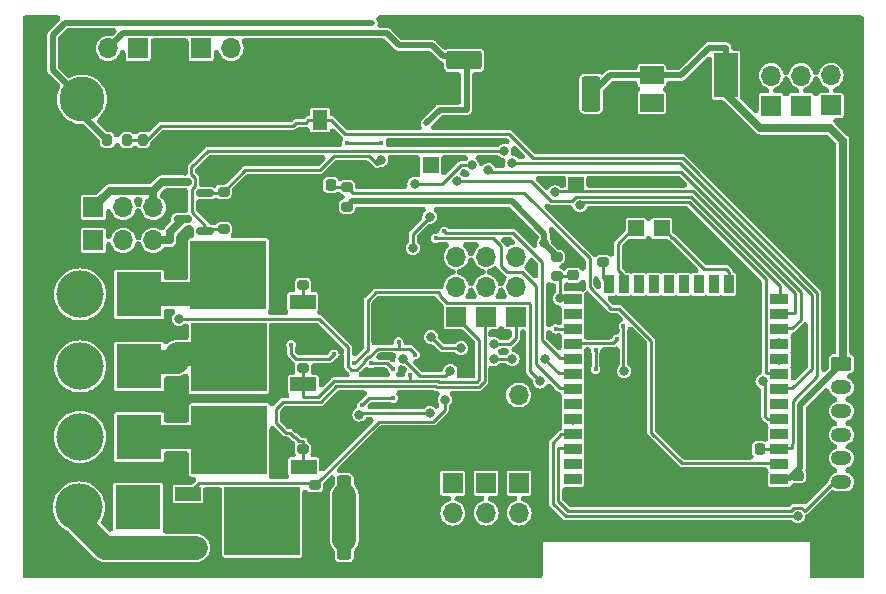
<source format=gbr>
%TF.GenerationSoftware,KiCad,Pcbnew,7.0.11-rc3*%
%TF.CreationDate,2025-03-19T02:12:50+01:00*%
%TF.ProjectId,jf-ecu32.7,6a662d65-6375-4333-922e-372e6b696361,rev?*%
%TF.SameCoordinates,Original*%
%TF.FileFunction,Copper,L1,Top*%
%TF.FilePolarity,Positive*%
%FSLAX46Y46*%
G04 Gerber Fmt 4.6, Leading zero omitted, Abs format (unit mm)*
G04 Created by KiCad (PCBNEW 7.0.11-rc3) date 2025-03-19 02:12:50*
%MOMM*%
%LPD*%
G01*
G04 APERTURE LIST*
G04 Aperture macros list*
%AMRoundRect*
0 Rectangle with rounded corners*
0 $1 Rounding radius*
0 $2 $3 $4 $5 $6 $7 $8 $9 X,Y pos of 4 corners*
0 Add a 4 corners polygon primitive as box body*
4,1,4,$2,$3,$4,$5,$6,$7,$8,$9,$2,$3,0*
0 Add four circle primitives for the rounded corners*
1,1,$1+$1,$2,$3*
1,1,$1+$1,$4,$5*
1,1,$1+$1,$6,$7*
1,1,$1+$1,$8,$9*
0 Add four rect primitives between the rounded corners*
20,1,$1+$1,$2,$3,$4,$5,0*
20,1,$1+$1,$4,$5,$6,$7,0*
20,1,$1+$1,$6,$7,$8,$9,0*
20,1,$1+$1,$8,$9,$2,$3,0*%
G04 Aperture macros list end*
%TA.AperFunction,ComponentPad*%
%ADD10R,1.350000X1.350000*%
%TD*%
%TA.AperFunction,SMDPad,CuDef*%
%ADD11R,2.200000X1.200000*%
%TD*%
%TA.AperFunction,SMDPad,CuDef*%
%ADD12R,6.400000X5.800000*%
%TD*%
%TA.AperFunction,SMDPad,CuDef*%
%ADD13RoundRect,0.200000X-0.200000X-0.275000X0.200000X-0.275000X0.200000X0.275000X-0.200000X0.275000X0*%
%TD*%
%TA.AperFunction,SMDPad,CuDef*%
%ADD14RoundRect,0.225000X0.250000X-0.225000X0.250000X0.225000X-0.250000X0.225000X-0.250000X-0.225000X0*%
%TD*%
%TA.AperFunction,SMDPad,CuDef*%
%ADD15RoundRect,0.225000X0.225000X0.250000X-0.225000X0.250000X-0.225000X-0.250000X0.225000X-0.250000X0*%
%TD*%
%TA.AperFunction,ComponentPad*%
%ADD16R,1.700000X1.700000*%
%TD*%
%TA.AperFunction,ComponentPad*%
%ADD17O,1.700000X1.700000*%
%TD*%
%TA.AperFunction,SMDPad,CuDef*%
%ADD18RoundRect,0.200000X-0.275000X0.200000X-0.275000X-0.200000X0.275000X-0.200000X0.275000X0.200000X0*%
%TD*%
%TA.AperFunction,ComponentPad*%
%ADD19RoundRect,0.250000X-0.625000X0.350000X-0.625000X-0.350000X0.625000X-0.350000X0.625000X0.350000X0*%
%TD*%
%TA.AperFunction,ComponentPad*%
%ADD20O,1.750000X1.200000*%
%TD*%
%TA.AperFunction,SMDPad,CuDef*%
%ADD21RoundRect,0.200000X0.275000X-0.200000X0.275000X0.200000X-0.275000X0.200000X-0.275000X-0.200000X0*%
%TD*%
%TA.AperFunction,ComponentPad*%
%ADD22R,3.800000X3.800000*%
%TD*%
%TA.AperFunction,ComponentPad*%
%ADD23C,4.000000*%
%TD*%
%TA.AperFunction,SMDPad,CuDef*%
%ADD24RoundRect,0.250000X-0.362500X-1.425000X0.362500X-1.425000X0.362500X1.425000X-0.362500X1.425000X0*%
%TD*%
%TA.AperFunction,SMDPad,CuDef*%
%ADD25R,1.300000X1.700000*%
%TD*%
%TA.AperFunction,ComponentPad*%
%ADD26C,3.800000*%
%TD*%
%TA.AperFunction,SMDPad,CuDef*%
%ADD27R,1.500000X0.900000*%
%TD*%
%TA.AperFunction,SMDPad,CuDef*%
%ADD28R,0.900000X1.500000*%
%TD*%
%TA.AperFunction,SMDPad,CuDef*%
%ADD29R,1.050000X1.050000*%
%TD*%
%TA.AperFunction,HeatsinkPad*%
%ADD30C,0.475000*%
%TD*%
%TA.AperFunction,SMDPad,CuDef*%
%ADD31R,4.200000X4.200000*%
%TD*%
%TA.AperFunction,SMDPad,CuDef*%
%ADD32RoundRect,0.150000X0.587500X0.150000X-0.587500X0.150000X-0.587500X-0.150000X0.587500X-0.150000X0*%
%TD*%
%TA.AperFunction,SMDPad,CuDef*%
%ADD33R,2.000000X1.500000*%
%TD*%
%TA.AperFunction,SMDPad,CuDef*%
%ADD34R,2.000000X3.800000*%
%TD*%
%TA.AperFunction,SMDPad,CuDef*%
%ADD35RoundRect,0.250000X-1.250000X-0.550000X1.250000X-0.550000X1.250000X0.550000X-1.250000X0.550000X0*%
%TD*%
%TA.AperFunction,SMDPad,CuDef*%
%ADD36RoundRect,0.250000X0.550000X-1.250000X0.550000X1.250000X-0.550000X1.250000X-0.550000X-1.250000X0*%
%TD*%
%TA.AperFunction,SMDPad,CuDef*%
%ADD37RoundRect,0.225000X-0.250000X0.225000X-0.250000X-0.225000X0.250000X-0.225000X0.250000X0.225000X0*%
%TD*%
%TA.AperFunction,ViaPad*%
%ADD38C,0.400000*%
%TD*%
%TA.AperFunction,ViaPad*%
%ADD39C,0.800000*%
%TD*%
%TA.AperFunction,Conductor*%
%ADD40C,0.500000*%
%TD*%
%TA.AperFunction,Conductor*%
%ADD41C,0.250000*%
%TD*%
%TA.AperFunction,Conductor*%
%ADD42C,2.000000*%
%TD*%
%TA.AperFunction,Conductor*%
%ADD43C,0.700000*%
%TD*%
G04 APERTURE END LIST*
D10*
%TO.P,TDI1,1,Pin_1*%
%TO.N,PWM_KERO_3.3*%
X47371000Y-163068000D03*
%TD*%
D11*
%TO.P,Q5,1,G*%
%TO.N,P1_MOSFET*%
X36629000Y-188590000D03*
D12*
%TO.P,Q5,2,D*%
%TO.N,Net-(D13-A)*%
X30329000Y-186310000D03*
D11*
%TO.P,Q5,3,S*%
%TO.N,GND*%
X36629000Y-184030000D03*
%TD*%
%TO.P,Q6,1,G*%
%TO.N,P2_MOSFET*%
X36550000Y-174618000D03*
D12*
%TO.P,Q6,2,D*%
%TO.N,Net-(D15-A)*%
X30250000Y-172338000D03*
D11*
%TO.P,Q6,3,S*%
%TO.N,GND*%
X36550000Y-170058000D03*
%TD*%
D13*
%TO.P,R4,1*%
%TO.N,VBAT_ADC*%
X23013000Y-160909000D03*
%TO.P,R4,2*%
%TO.N,GND*%
X24663000Y-160909000D03*
%TD*%
D14*
%TO.P,BOOT1,1*%
%TO.N,IO0*%
X59461400Y-172365000D03*
%TO.P,BOOT1,2*%
%TO.N,GND*%
X59461400Y-170815000D03*
%TD*%
D15*
%TO.P,C7,1*%
%TO.N,Net-(U1-EN)*%
X38938200Y-164744400D03*
%TO.P,C7,2*%
%TO.N,GND*%
X37388200Y-164744400D03*
%TD*%
D16*
%TO.P,J16,1,Pin_1*%
%TO.N,P2_MOSFET*%
X54610000Y-175880000D03*
D17*
%TO.P,J16,2,Pin_2*%
%TO.N,PPM_PWM_PUMP2*%
X54610000Y-173340000D03*
%TO.P,J16,3,Pin_3*%
%TO.N,P2_OUTPUT*%
X54610000Y-170800000D03*
%TD*%
D13*
%TO.P,R3,1*%
%TO.N,+BATT*%
X20003000Y-160909000D03*
%TO.P,R3,2*%
%TO.N,VBAT_ADC*%
X21653000Y-160909000D03*
%TD*%
D18*
%TO.P,R11,1*%
%TO.N,PWM_GLOW*%
X37560000Y-190160000D03*
%TO.P,R11,2*%
%TO.N,GND*%
X37560000Y-191810000D03*
%TD*%
D16*
%TO.P,J18,1,Pin_1*%
%TO.N,P2_OUTPUT*%
X54860000Y-189970000D03*
D17*
%TO.P,J18,2,Pin_2*%
%TO.N,unconnected-(J18-Pin_2-Pad2)*%
X54860000Y-192510000D03*
%TO.P,J18,3,Pin_3*%
%TO.N,GND*%
X54860000Y-195050000D03*
%TD*%
D16*
%TO.P,J7,1,Pin_1*%
%TO.N,Net-(D7-A)*%
X18811000Y-166624000D03*
D17*
%TO.P,J7,2,Pin_2*%
%TO.N,+BATT*%
X21351000Y-166624000D03*
%TO.P,J7,3,Pin_3*%
%TO.N,Net-(D7-A)*%
X23891000Y-166624000D03*
%TD*%
D19*
%TO.P,J21,1,Pin_1*%
%TO.N,3.3V*%
X82150000Y-179870000D03*
D20*
%TO.P,J21,2,Pin_2*%
%TO.N,OneWire*%
X82150000Y-181870000D03*
%TO.P,J21,3,Pin_3*%
%TO.N,ESP_SCL*%
X82150000Y-183870000D03*
%TO.P,J21,4,Pin_4*%
%TO.N,ESP_SDA*%
X82150000Y-185870000D03*
%TO.P,J21,5,Pin_5*%
%TO.N,RX*%
X82150000Y-187870000D03*
%TO.P,J21,6,Pin_6*%
%TO.N,TX*%
X82150000Y-189870000D03*
%TO.P,J21,7,Pin_7*%
%TO.N,GND*%
X82150000Y-191870000D03*
%TD*%
D16*
%TO.P,J4,1,Pin_1*%
%TO.N,ST_OUTPUT*%
X49246600Y-189970000D03*
D17*
%TO.P,J4,2,Pin_2*%
%TO.N,unconnected-(J4-Pin_2-Pad2)*%
X49246600Y-192510000D03*
%TO.P,J4,3,Pin_3*%
%TO.N,GND*%
X49246600Y-195050000D03*
%TD*%
D16*
%TO.P,J15,1,Pin_1*%
%TO.N,P1_OUTPUT*%
X52066000Y-189970000D03*
D17*
%TO.P,J15,2,Pin_2*%
%TO.N,unconnected-(J15-Pin_2-Pad2)*%
X52066000Y-192510000D03*
%TO.P,J15,3,Pin_3*%
%TO.N,GND*%
X52066000Y-195050000D03*
%TD*%
D16*
%TO.P,J10,1,Pin_1*%
%TO.N,Net-(J10-Pin_1)*%
X27940000Y-153162000D03*
D17*
%TO.P,J10,2,Pin_2*%
%TO.N,Net-(J10-Pin_2)*%
X30480000Y-153162000D03*
%TD*%
D21*
%TO.P,R7,1*%
%TO.N,P1_MOSFET*%
X36576000Y-187070000D03*
%TO.P,R7,2*%
%TO.N,GND*%
X36576000Y-185420000D03*
%TD*%
D16*
%TO.P,J19,1,Pin_1*%
%TO.N,GND*%
X54830000Y-185050000D03*
D17*
%TO.P,J19,2,Pin_2*%
%TO.N,IO0*%
X54830000Y-182510000D03*
%TD*%
D21*
%TO.P,R12,1*%
%TO.N,PWM_KERO*%
X29845000Y-165290000D03*
%TO.P,R12,2*%
%TO.N,GND*%
X29845000Y-163640000D03*
%TD*%
D22*
%TO.P,J9,1,Pin_1*%
%TO.N,Net-(D3-A)*%
X22693000Y-180086000D03*
D23*
%TO.P,J9,2,Pin_2*%
%TO.N,+BATT*%
X17693000Y-180086000D03*
%TD*%
D10*
%TO.P,GND1,1,Pin_1*%
%TO.N,GND*%
X69088000Y-168402000D03*
%TD*%
D11*
%TO.P,Q4,1,G*%
%TO.N,ST_MOSFET*%
X36585000Y-181605000D03*
D12*
%TO.P,Q4,2,D*%
%TO.N,Net-(D3-A)*%
X30285000Y-179325000D03*
D11*
%TO.P,Q4,3,S*%
%TO.N,GND*%
X36585000Y-177045000D03*
%TD*%
D24*
%TO.P,R2,1*%
%TO.N,Net-(D10-A)*%
X40067500Y-190990000D03*
%TO.P,R2,2*%
%TO.N,GND*%
X45992500Y-190990000D03*
%TD*%
D21*
%TO.P,R15,1*%
%TO.N,Net-(U1-IO2)*%
X61976000Y-171259000D03*
%TO.P,R15,2*%
%TO.N,GND*%
X61976000Y-169609000D03*
%TD*%
D16*
%TO.P,J6,1,Pin_1*%
%TO.N,Net-(D9-A)*%
X18811000Y-169418000D03*
D17*
%TO.P,J6,2,Pin_2*%
%TO.N,+BATT*%
X21351000Y-169418000D03*
%TO.P,J6,3,Pin_3*%
%TO.N,Net-(D9-A)*%
X23891000Y-169418000D03*
%TD*%
D25*
%TO.P,D18,1,K*%
%TO.N,VBAT_ADC*%
X38001000Y-159232600D03*
%TO.P,D18,2,A*%
%TO.N,GND*%
X41501000Y-159232600D03*
%TD*%
D10*
%TO.P,TMS1,1,Pin_1*%
%TO.N,PWM_KEROSTART_3.3*%
X59690000Y-164719000D03*
%TD*%
%TO.P,TCK1,1,Pin_1*%
%TO.N,TCK*%
X66929000Y-168402000D03*
%TD*%
D16*
%TO.P,J3,1,Pin_1*%
%TO.N,ST_MOSFET*%
X49530000Y-175895000D03*
D17*
%TO.P,J3,2,Pin_2*%
%TO.N,PPM_PWM_STARTER*%
X49530000Y-173355000D03*
%TO.P,J3,3,Pin_3*%
%TO.N,ST_OUTPUT*%
X49530000Y-170815000D03*
%TD*%
D11*
%TO.P,Q2,1,G*%
%TO.N,PWM_GLOW*%
X26823000Y-190888000D03*
D12*
%TO.P,Q2,2,D*%
%TO.N,+BATT*%
X33123000Y-193168000D03*
D11*
%TO.P,Q2,3,S*%
%TO.N,Net-(D10-K)*%
X26823000Y-195448000D03*
%TD*%
D22*
%TO.P,J8,1,Pin_1*%
%TO.N,GND*%
X22860000Y-157480000D03*
D26*
%TO.P,J8,2,Pin_2*%
%TO.N,+BATT*%
X17860000Y-157480000D03*
%TD*%
D21*
%TO.P,R10,1*%
%TO.N,PWM_KEROSTART*%
X29845000Y-168465000D03*
%TO.P,R10,2*%
%TO.N,GND*%
X29845000Y-166815000D03*
%TD*%
D24*
%TO.P,R1,1*%
%TO.N,Net-(D10-A)*%
X40067500Y-194780000D03*
%TO.P,R1,2*%
%TO.N,GND*%
X45992500Y-194780000D03*
%TD*%
D27*
%TO.P,U1,1,GND*%
%TO.N,GND*%
X76910000Y-190905000D03*
%TO.P,U1,2,VDD*%
%TO.N,3.3V*%
X76910000Y-189635000D03*
%TO.P,U1,3,EN*%
%TO.N,Net-(U1-EN)*%
X76910000Y-188365000D03*
%TO.P,U1,4,SENSOR_VP*%
%TO.N,VBAT_ADC*%
X76910000Y-187095000D03*
%TO.P,U1,5,SENSOR_VN*%
%TO.N,unconnected-(U1-SENSOR_VN-Pad5)*%
X76910000Y-185825000D03*
%TO.P,U1,6,IO34*%
%TO.N,RPM-2*%
X76910000Y-184555000D03*
%TO.P,U1,7,IO35*%
%TO.N,AUX*%
X76910000Y-183285000D03*
%TO.P,U1,8,IO32*%
%TO.N,PPM_STARTER_3.3*%
X76910000Y-182015000D03*
%TO.P,U1,9,IO33*%
%TO.N,PPM_PWM_PUMP1_3.3*%
X76910000Y-180745000D03*
%TO.P,U1,10,IO25*%
%TO.N,PPM_PWM_PUMP2_3.3*%
X76910000Y-179475000D03*
%TO.P,U1,11,IO26*%
%TO.N,PPM_GAZ*%
X76910000Y-178205000D03*
%TO.P,U1,12,IO27*%
%TO.N,PWM_GLOW_3.3*%
X76910000Y-176935000D03*
%TO.P,U1,13,IO14*%
%TO.N,PWM_KEROSTART_3.3*%
X76910000Y-175665000D03*
%TO.P,U1,14,IO12*%
%TO.N,PWM_KERO_3.3*%
X76910000Y-174395000D03*
D28*
%TO.P,U1,15,GND*%
%TO.N,GND*%
X73870000Y-173145000D03*
%TO.P,U1,16,IO13*%
%TO.N,TCK*%
X72600000Y-173145000D03*
%TO.P,U1,17,SHD/SD2*%
%TO.N,unconnected-(U1-SHD{slash}SD2-Pad17)*%
X71330000Y-173145000D03*
%TO.P,U1,18,SWP/SD3*%
%TO.N,unconnected-(U1-SWP{slash}SD3-Pad18)*%
X70060000Y-173145000D03*
%TO.P,U1,19,SCS/CMD*%
%TO.N,unconnected-(U1-SCS{slash}CMD-Pad19)*%
X68790000Y-173145000D03*
%TO.P,U1,20,SCK/CLK*%
%TO.N,unconnected-(U1-SCK{slash}CLK-Pad20)*%
X67520000Y-173145000D03*
%TO.P,U1,21,SDO/SD0*%
%TO.N,unconnected-(U1-SDO{slash}SD0-Pad21)*%
X66250000Y-173145000D03*
%TO.P,U1,22,SDI/SD1*%
%TO.N,unconnected-(U1-SDI{slash}SD1-Pad22)*%
X64980000Y-173145000D03*
%TO.P,U1,23,IO15*%
%TO.N,TDO*%
X63710000Y-173145000D03*
%TO.P,U1,24,IO2*%
%TO.N,Net-(U1-IO2)*%
X62440000Y-173145000D03*
D27*
%TO.P,U1,25,IO0*%
%TO.N,IO0*%
X59410000Y-174395000D03*
%TO.P,U1,26,IO4*%
%TO.N,OneWire*%
X59410000Y-175665000D03*
%TO.P,U1,27,IO16*%
%TO.N,Net-(U1-IO16)*%
X59410000Y-176935000D03*
%TO.P,U1,28,IO17*%
%TO.N,TX2*%
X59410000Y-178205000D03*
%TO.P,U1,29,IO5*%
%TO.N,CS*%
X59410000Y-179475000D03*
%TO.P,U1,30,IO18*%
%TO.N,CLK*%
X59410000Y-180745000D03*
%TO.P,U1,31,IO19*%
%TO.N,MISO*%
X59410000Y-182015000D03*
%TO.P,U1,32,NC*%
%TO.N,unconnected-(U1-NC-Pad32)*%
X59410000Y-183285000D03*
%TO.P,U1,33,IO21*%
%TO.N,ESP_SDA*%
X59410000Y-184555000D03*
%TO.P,U1,34,RXD0/IO3*%
%TO.N,RX*%
X59410000Y-185825000D03*
%TO.P,U1,35,TXD0/IO1*%
%TO.N,TX*%
X59410000Y-187095000D03*
%TO.P,U1,36,IO22*%
%TO.N,ESP_SCL*%
X59410000Y-188365000D03*
%TO.P,U1,37,IO23*%
%TO.N,MOSI*%
X59410000Y-189635000D03*
%TO.P,U1,38,GND*%
%TO.N,GND*%
X59410000Y-190905000D03*
D29*
%TO.P,U1,39,GND*%
X70365000Y-185090000D03*
D30*
X70365000Y-184327500D03*
D29*
X70365000Y-183565000D03*
D30*
X70365000Y-182802500D03*
D29*
X70365000Y-182040000D03*
D30*
X69602500Y-185090000D03*
X69602500Y-183565000D03*
X69602500Y-182040000D03*
D29*
X68840000Y-185090000D03*
D30*
X68840000Y-184327500D03*
D29*
X68840000Y-183565000D03*
D31*
X68840000Y-183565000D03*
D30*
X68840000Y-182802500D03*
D29*
X68840000Y-182040000D03*
D30*
X68077500Y-185090000D03*
X68077500Y-183565000D03*
X68077500Y-182040000D03*
D29*
X67315000Y-185090000D03*
D30*
X67315000Y-184327500D03*
D29*
X67315000Y-183565000D03*
D30*
X67315000Y-182802500D03*
D29*
X67315000Y-182040000D03*
%TD*%
D32*
%TO.P,Q1,1,G*%
%TO.N,PWM_KERO*%
X28242500Y-165415000D03*
%TO.P,Q1,2,S*%
%TO.N,GND*%
X28242500Y-163515000D03*
%TO.P,Q1,3,D*%
%TO.N,Net-(D7-A)*%
X26367500Y-164465000D03*
%TD*%
D33*
%TO.P,U4,1,GND*%
%TO.N,GND*%
X66090000Y-153148000D03*
%TO.P,U4,2,VO*%
%TO.N,3.3V*%
X66090000Y-155448000D03*
D34*
X72390000Y-155448000D03*
D33*
%TO.P,U4,3,VI*%
%TO.N,+5V*%
X66090000Y-157748000D03*
%TD*%
D16*
%TO.P,J1,1,Pin_1*%
%TO.N,PPM_GAZ_5V*%
X76200000Y-158003000D03*
D17*
%TO.P,J1,2,Pin_2*%
%TO.N,VDC*%
X76200000Y-155463000D03*
%TO.P,J1,3,Pin_3*%
%TO.N,GND*%
X76200000Y-152923000D03*
%TD*%
D22*
%TO.P,J17,1,Pin_1*%
%TO.N,Net-(D15-A)*%
X22693000Y-173990000D03*
D23*
%TO.P,J17,2,Pin_2*%
%TO.N,+BATT*%
X17693000Y-173990000D03*
%TD*%
D21*
%TO.P,R8,1*%
%TO.N,P2_MOSFET*%
X36560000Y-173170000D03*
%TO.P,R8,2*%
%TO.N,GND*%
X36560000Y-171520000D03*
%TD*%
D15*
%TO.P,C1,1*%
%TO.N,VBAT_ADC*%
X75260000Y-187090000D03*
%TO.P,C1,2*%
%TO.N,GND*%
X73710000Y-187090000D03*
%TD*%
D22*
%TO.P,J5,1,Pin_1*%
%TO.N,Net-(D10-A)*%
X22606000Y-192024000D03*
D23*
%TO.P,J5,2,Pin_2*%
%TO.N,Net-(D10-K)*%
X17606000Y-192024000D03*
%TD*%
D16*
%TO.P,J12,1,Pin_1*%
%TO.N,TX2*%
X81280000Y-157988000D03*
D17*
%TO.P,J12,2,Pin_2*%
%TO.N,unconnected-(J12-Pin_2-Pad2)*%
X81280000Y-155448000D03*
%TO.P,J12,3,Pin_3*%
%TO.N,GND*%
X81280000Y-152908000D03*
%TD*%
D16*
%TO.P,J13,1,Pin_1*%
%TO.N,P1_MOSFET*%
X52070000Y-175895000D03*
D17*
%TO.P,J13,2,Pin_2*%
%TO.N,PPM_PWM_PUMP1*%
X52070000Y-173355000D03*
%TO.P,J13,3,Pin_3*%
%TO.N,P1_OUTPUT*%
X52070000Y-170815000D03*
%TD*%
D35*
%TO.P,C8,1*%
%TO.N,+5V*%
X50210000Y-154178000D03*
%TO.P,C8,2*%
%TO.N,GND*%
X54610000Y-154178000D03*
%TD*%
D18*
%TO.P,R13,1*%
%TO.N,3.3V*%
X58039000Y-170815000D03*
%TO.P,R13,2*%
%TO.N,IO0*%
X58039000Y-172465000D03*
%TD*%
D21*
%TO.P,R9,1*%
%TO.N,ST_MOSFET*%
X36576000Y-180212000D03*
%TO.P,R9,2*%
%TO.N,GND*%
X36576000Y-178562000D03*
%TD*%
%TO.P,R5,1*%
%TO.N,3.3V*%
X40305000Y-166552700D03*
%TO.P,R5,2*%
%TO.N,Net-(U1-EN)*%
X40305000Y-164902700D03*
%TD*%
D16*
%TO.P,J2,1,Pin_1*%
%TO.N,AUX_5V*%
X78740000Y-158003000D03*
D17*
%TO.P,J2,2,Pin_2*%
%TO.N,unconnected-(J2-Pin_2-Pad2)*%
X78740000Y-155463000D03*
%TO.P,J2,3,Pin_3*%
%TO.N,GND*%
X78740000Y-152923000D03*
%TD*%
D16*
%TO.P,J11,1,Pin_1*%
%TO.N,RPM*%
X22606000Y-153162000D03*
D17*
%TO.P,J11,2,Pin_2*%
%TO.N,+5V*%
X20066000Y-153162000D03*
%TO.P,J11,3,Pin_3*%
%TO.N,GND*%
X17526000Y-153162000D03*
%TD*%
D36*
%TO.P,C3,1*%
%TO.N,3.3V*%
X60960000Y-157013000D03*
%TO.P,C3,2*%
%TO.N,GND*%
X60960000Y-152613000D03*
%TD*%
D37*
%TO.P,C9,1*%
%TO.N,3.3V*%
X78460000Y-189340000D03*
%TO.P,C9,2*%
%TO.N,GND*%
X78460000Y-190890000D03*
%TD*%
D10*
%TO.P,TDO1,1,Pin_1*%
%TO.N,TDO*%
X64770000Y-168402000D03*
%TD*%
D32*
%TO.P,Q3,1,G*%
%TO.N,PWM_KEROSTART*%
X28242500Y-168590000D03*
%TO.P,Q3,2,S*%
%TO.N,GND*%
X28242500Y-166690000D03*
%TO.P,Q3,3,D*%
%TO.N,Net-(D9-A)*%
X26367500Y-167640000D03*
%TD*%
D22*
%TO.P,J14,1,Pin_1*%
%TO.N,Net-(D13-A)*%
X22693000Y-186055000D03*
D23*
%TO.P,J14,2,Pin_2*%
%TO.N,+BATT*%
X17693000Y-186055000D03*
%TD*%
D38*
%TO.N,+5V*%
X46990000Y-159512000D03*
X66802000Y-157353000D03*
X65532000Y-158115000D03*
X66167000Y-157353000D03*
X40259000Y-161163000D03*
X50444000Y-154178000D03*
X66167000Y-158115000D03*
X43180000Y-161163000D03*
X66802000Y-158115000D03*
X65532000Y-157353000D03*
%TO.N,Net-(U7--)*%
X35572000Y-178258000D03*
X39173769Y-179063769D03*
D39*
%TO.N,PPM_PWM_PUMP2_3.3*%
X76910000Y-179569173D03*
%TO.N,PPM_PWM_PUMP1_3.3*%
X60019600Y-166445000D03*
%TO.N,PWM_KERO_3.3*%
X49619100Y-164365200D03*
D38*
X76962000Y-174244000D03*
D39*
%TO.N,PWM_KEROSTART_3.3*%
X57905500Y-165356800D03*
%TO.N,PWM_GLOW_3.3*%
X52266700Y-163481800D03*
%TO.N,PPM_STARTER_3.3*%
X54302700Y-162879000D03*
%TO.N,PWM_GLOW*%
X47290000Y-167430000D03*
X48570000Y-182920000D03*
X49040000Y-180470000D03*
X50855000Y-163053700D03*
X46010000Y-164652700D03*
X45859751Y-170060250D03*
X45000000Y-179420000D03*
%TO.N,PWM_KEROSTART*%
X53610300Y-161841500D03*
%TO.N,PWM_KERO*%
X43142600Y-162625300D03*
D38*
%TO.N,Net-(D10-A)*%
X40067500Y-193892500D03*
X40067500Y-190990000D03*
X40067500Y-194780000D03*
X40067500Y-192792500D03*
X40067500Y-192132500D03*
X40067500Y-191542500D03*
X40067500Y-193392500D03*
%TO.N,+BATT*%
X30560000Y-190560000D03*
X42433000Y-150988000D03*
X34460000Y-191810000D03*
X34460000Y-192840000D03*
X32734000Y-190764000D03*
X35130000Y-191160000D03*
X33230000Y-191970000D03*
X32220000Y-192050000D03*
X34270000Y-190570000D03*
X35930000Y-192910000D03*
X34050000Y-191220000D03*
X35770000Y-190630000D03*
X33850000Y-192290000D03*
X31370000Y-191130000D03*
X35180000Y-192290000D03*
X35850000Y-191800000D03*
X33220000Y-192920000D03*
%TO.N,ST_MOSFET*%
X45589630Y-180782587D03*
D39*
%TO.N,ESP_SCL*%
X59410000Y-188365000D03*
%TO.N,PPM_GAZ*%
X76910000Y-178119173D03*
%TO.N,AUX*%
X76910000Y-183285000D03*
D38*
X63699500Y-176681800D03*
D39*
X63754000Y-180482000D03*
%TO.N,CLK*%
X52710500Y-179430000D03*
X47408500Y-177583500D03*
X47408500Y-177583500D03*
X49950000Y-178550000D03*
X54300000Y-179470000D03*
X57027600Y-179475301D03*
D38*
%TO.N,MISO*%
X47804200Y-169238800D03*
%TO.N,CS*%
X48514000Y-168656000D03*
%TO.N,TX2*%
X63174500Y-177773100D03*
D39*
%TO.N,ESP_SDA*%
X59410000Y-184621000D03*
D38*
%TO.N,Net-(U1-IO16)*%
X57949000Y-176905400D03*
D39*
%TO.N,3.3V*%
X56999000Y-169672000D03*
D38*
X72390000Y-156972000D03*
X72390000Y-154940000D03*
X78678700Y-185440000D03*
X58039000Y-170815000D03*
%TO.N,Net-(U7-+)*%
X44196000Y-182763500D03*
X41522500Y-183388000D03*
X44196000Y-180340000D03*
X42291000Y-179832000D03*
%TO.N,RPM-2*%
X40894000Y-179832000D03*
D39*
X56642000Y-181356000D03*
X75483481Y-181357403D03*
%TO.N,P2_MOSFET*%
X41344589Y-184167045D03*
X47288600Y-184030000D03*
X36550000Y-174618000D03*
X52710500Y-178218482D03*
D38*
%TO.N,BR_MOSFET*%
X46081232Y-179081232D03*
D39*
X26060000Y-176050000D03*
D38*
X44660000Y-178010000D03*
D39*
%TO.N,RX*%
X78464023Y-192770000D03*
%TO.N,IO0*%
X58353500Y-174325600D03*
D38*
X61341000Y-180340000D03*
X61341000Y-178660600D03*
%TO.N,GND*%
X56340000Y-160400000D03*
X78550000Y-160970000D03*
X74422000Y-175514000D03*
X44490000Y-188430000D03*
X74168000Y-166878000D03*
X30300000Y-160430000D03*
X38380000Y-188200000D03*
X36300000Y-196980000D03*
X71882000Y-176530000D03*
X16002000Y-162144003D03*
X46930000Y-193100000D03*
X72136000Y-182372000D03*
X16002000Y-162814000D03*
X33274000Y-156718000D03*
X43200000Y-159580000D03*
X62484000Y-180594000D03*
X68110000Y-156590000D03*
X39624000Y-175260000D03*
X71960000Y-189120000D03*
X26066000Y-158472000D03*
X75530000Y-189020000D03*
X82990000Y-196860000D03*
X42070000Y-186890000D03*
X36322000Y-157988000D03*
X44770000Y-174850000D03*
X44880000Y-157980000D03*
X16002000Y-161544000D03*
X27590000Y-158980000D03*
X25790000Y-156580000D03*
X72898000Y-186944000D03*
X69380000Y-155930000D03*
X27082000Y-158980000D03*
X73914000Y-176022000D03*
X71374000Y-175768000D03*
X30590000Y-182820000D03*
X14097000Y-189992000D03*
X59690000Y-194564000D03*
X80010000Y-164592000D03*
X43300000Y-156830000D03*
X60690000Y-160400000D03*
X14478000Y-159858003D03*
X13600000Y-196340000D03*
X34750000Y-179550000D03*
X64008000Y-171704000D03*
X83100000Y-155920000D03*
X43434000Y-180594000D03*
X14097000Y-151384000D03*
X62738000Y-182118000D03*
X80264000Y-172212000D03*
X26066000Y-158980000D03*
X26580000Y-157280000D03*
X72263000Y-194310000D03*
X29410000Y-156200000D03*
X73152000Y-174498000D03*
X24340000Y-155120000D03*
X33920000Y-160720000D03*
X13716000Y-167513000D03*
X16770000Y-154520000D03*
X53490000Y-157180000D03*
X14478000Y-156464000D03*
X18550000Y-196380000D03*
X80360000Y-193880000D03*
X36830000Y-161036000D03*
X13716000Y-159258000D03*
X25860000Y-181550000D03*
X71628000Y-164338000D03*
X18390000Y-151960000D03*
X25270000Y-155980000D03*
X39116000Y-165862000D03*
X56600000Y-159530000D03*
X30988000Y-158940000D03*
X65278000Y-175768000D03*
X56642000Y-186563000D03*
X48690000Y-161190000D03*
X62484000Y-183388000D03*
X43760000Y-186910000D03*
X46560000Y-197270000D03*
X32766000Y-156718000D03*
X75540000Y-163780000D03*
X39230000Y-197110000D03*
X37130000Y-162690000D03*
X37520000Y-153580000D03*
X14478000Y-157664006D03*
X41275000Y-154178000D03*
X36970000Y-192950000D03*
X69596000Y-175260000D03*
X14478000Y-157064003D03*
X41880000Y-194000000D03*
X32050000Y-161130000D03*
X77300000Y-163730000D03*
X60198000Y-168656000D03*
X64008000Y-186182000D03*
X15240000Y-157064003D03*
X53213000Y-152400000D03*
X32258000Y-157226000D03*
X37338000Y-167132000D03*
X20066000Y-177038000D03*
X24780000Y-152700000D03*
X44570000Y-162620000D03*
X43790000Y-163660000D03*
X76073000Y-168148000D03*
X57800000Y-157200000D03*
X68072000Y-175768000D03*
X15240000Y-162814000D03*
X67564000Y-161290000D03*
X50060000Y-186430000D03*
X35052000Y-173482000D03*
X61214000Y-167767000D03*
X60706000Y-181102000D03*
X83600000Y-180950000D03*
X49930000Y-182630000D03*
X21920000Y-197240000D03*
X44300000Y-168940000D03*
X67056000Y-181102000D03*
X71628000Y-174752000D03*
X73914000Y-173228000D03*
X65786000Y-160274000D03*
X74422000Y-153416000D03*
X55880000Y-159766000D03*
X51610000Y-182590000D03*
X79690000Y-185440000D03*
X34798000Y-164338000D03*
X72390000Y-175260000D03*
X57912000Y-177800000D03*
X35780000Y-167000000D03*
X22860000Y-154686000D03*
X29530000Y-158900000D03*
X23368000Y-154686000D03*
X14478000Y-160528000D03*
X75184000Y-174244000D03*
X15240000Y-161544000D03*
X65405000Y-174498000D03*
X64516000Y-167132000D03*
X82860000Y-159740000D03*
X32258000Y-156718000D03*
X58660000Y-155480000D03*
X41250000Y-197110000D03*
X69620000Y-191240000D03*
X34110000Y-182870000D03*
X71630000Y-191170000D03*
X39340000Y-179850000D03*
X57010000Y-184990000D03*
X36830000Y-160274000D03*
X78486000Y-178054000D03*
X70380000Y-155500000D03*
X70358000Y-169164000D03*
X57000000Y-161010000D03*
X20574000Y-154940000D03*
X78994000Y-163576000D03*
X64950000Y-188390000D03*
X26200000Y-152640000D03*
X67056000Y-171704000D03*
X70104000Y-161290000D03*
X25830000Y-183940000D03*
X70820000Y-156420000D03*
X61722000Y-186182000D03*
X31920000Y-160400000D03*
X62484000Y-169164000D03*
X39400000Y-158540000D03*
X41402000Y-173228000D03*
X44620000Y-164380000D03*
X69850000Y-159004000D03*
X69596000Y-171704000D03*
X73406000Y-181102000D03*
X73140000Y-165610000D03*
X30734000Y-161036000D03*
X44790000Y-172860000D03*
X64262000Y-175006000D03*
X62357000Y-194183000D03*
X60706000Y-168275000D03*
X15240000Y-157664006D03*
X19812000Y-154940000D03*
X39180000Y-160690000D03*
X45660000Y-162620000D03*
X32258000Y-157734000D03*
X78410000Y-170560000D03*
X35120000Y-165170000D03*
X66294000Y-175006000D03*
X37860000Y-196950000D03*
X42926000Y-152781000D03*
X36629000Y-184282000D03*
X47230000Y-194230000D03*
X44010000Y-185840000D03*
X54610000Y-152400000D03*
X27590000Y-158472000D03*
X70358000Y-176276000D03*
X25654000Y-188468000D03*
X30520000Y-196980000D03*
X39624000Y-170942000D03*
X44310000Y-196170000D03*
X74390000Y-165650000D03*
X22479000Y-155067000D03*
X59436000Y-170815000D03*
X52160000Y-188160000D03*
X20300000Y-159220000D03*
X72136000Y-161544000D03*
X60940000Y-190370000D03*
X41500000Y-196190000D03*
X37780000Y-157650000D03*
X47371000Y-154178000D03*
X40300000Y-159310000D03*
X70220000Y-160530000D03*
X74168000Y-183642000D03*
X41950000Y-184690000D03*
X70780000Y-154590000D03*
X53430000Y-184160000D03*
X42070000Y-195360000D03*
X41210000Y-175260000D03*
X53848000Y-154559000D03*
X36400000Y-153670000D03*
X25610000Y-157850000D03*
X83500000Y-169600000D03*
X56642000Y-188722000D03*
X75540000Y-162240000D03*
X73152000Y-176276000D03*
X35780000Y-165810000D03*
X63250000Y-150920000D03*
X43800000Y-195120000D03*
X73406000Y-160274000D03*
X17790000Y-154560000D03*
X57550000Y-161700000D03*
X64516000Y-161544000D03*
X65278000Y-183642000D03*
X21844000Y-155067000D03*
X74676000Y-173482000D03*
X15240000Y-156464000D03*
X16310000Y-197120000D03*
X47498000Y-175006000D03*
X22098000Y-154686000D03*
X73660000Y-152146000D03*
X50650000Y-197170000D03*
X38470000Y-180530000D03*
X42799000Y-178054000D03*
X42418000Y-170942000D03*
X42380000Y-191970000D03*
X27082000Y-158472000D03*
X32700000Y-161110000D03*
X23749000Y-155067000D03*
X32766000Y-157734000D03*
X15240000Y-162144003D03*
X36830000Y-156972000D03*
X65532000Y-171704000D03*
X79756000Y-169672000D03*
X20066000Y-188468000D03*
X67056000Y-174498000D03*
X32710000Y-160420000D03*
X46990000Y-178562000D03*
X57658000Y-160528000D03*
X65278000Y-182118000D03*
X31060000Y-160400000D03*
X72900000Y-158960000D03*
X57658000Y-182372000D03*
X72390000Y-151638000D03*
X79150000Y-168100000D03*
X35052000Y-169610000D03*
X55118000Y-178816000D03*
X40290000Y-158210000D03*
X83300000Y-163800000D03*
X14097000Y-178435000D03*
X75700000Y-165270000D03*
X43020000Y-197110000D03*
X35306000Y-186563000D03*
X55560000Y-160800000D03*
X83010000Y-151090000D03*
X47090000Y-195240000D03*
X73810000Y-164210000D03*
X78860000Y-162360000D03*
X47430000Y-157330000D03*
X43434000Y-183388000D03*
X61722000Y-167132000D03*
X32100000Y-197020000D03*
X44950000Y-197090000D03*
X76890000Y-160910000D03*
X55880000Y-159258000D03*
X36890000Y-156000000D03*
X68326000Y-171704000D03*
X37846000Y-172720000D03*
X24270000Y-197240000D03*
X34780000Y-175370000D03*
X70612000Y-175260000D03*
X26040000Y-197200000D03*
X16110000Y-195340000D03*
X18580000Y-154580000D03*
X23114000Y-155067000D03*
X14224000Y-184531000D03*
X33274000Y-157734000D03*
X14097000Y-172720000D03*
X64120000Y-153480000D03*
X81140000Y-177960000D03*
X54991000Y-154559000D03*
X78450000Y-165570000D03*
X54991000Y-153797000D03*
X66167000Y-194169705D03*
X44930000Y-193520000D03*
X31400000Y-161100000D03*
X51054000Y-167386000D03*
X73600000Y-189850000D03*
X38330000Y-192950000D03*
X13716000Y-159858003D03*
X53848000Y-153797000D03*
X19304000Y-154686000D03*
X61468000Y-188214000D03*
X79700000Y-187390000D03*
X36880000Y-154830000D03*
X34925000Y-184023000D03*
X57440000Y-194460000D03*
X68072000Y-176530000D03*
X56420000Y-197000000D03*
X69088000Y-174498000D03*
X66950000Y-190300000D03*
X32766000Y-157226000D03*
X80060000Y-196940000D03*
X38790000Y-190030000D03*
X77220000Y-162300000D03*
X39624000Y-167894000D03*
X26574000Y-158472000D03*
X61010000Y-194240000D03*
X70816537Y-187501463D03*
X72060000Y-160480000D03*
X48630000Y-184990000D03*
X63790000Y-190370000D03*
X35306000Y-184912000D03*
X26574000Y-158980000D03*
X43100000Y-195800000D03*
X34660000Y-176930000D03*
X58750000Y-161710000D03*
X48768000Y-152654000D03*
X74168000Y-155956000D03*
X47752000Y-170434000D03*
X55372000Y-187960000D03*
X73740000Y-191160000D03*
X30720000Y-157480000D03*
X24003000Y-154686000D03*
X62992000Y-156718000D03*
X56410000Y-161640000D03*
X53490000Y-197210000D03*
X42164000Y-167132000D03*
X25680000Y-153270000D03*
X29972000Y-157988000D03*
X80150000Y-160890000D03*
X34080000Y-196960000D03*
X33274000Y-157200600D03*
X48006000Y-151892000D03*
X39900000Y-163340000D03*
X37980000Y-160820000D03*
X13716000Y-160528000D03*
X21463000Y-154686000D03*
X39940000Y-188750000D03*
X62992000Y-160274000D03*
X64040000Y-157730000D03*
X82890000Y-193300000D03*
X38330000Y-178800000D03*
X34900000Y-162620000D03*
X14478000Y-159258000D03*
%TO.N,OneWire*%
X59470000Y-175690000D03*
%TD*%
D40*
%TO.N,+5V*%
X48402000Y-153812000D02*
X47498000Y-152908000D01*
X48133000Y-158369000D02*
X46990000Y-159512000D01*
D41*
X43180000Y-161163000D02*
X40259000Y-161163000D01*
D40*
X50419000Y-154203000D02*
X50419000Y-158369000D01*
X21366200Y-151861800D02*
X20066000Y-153162000D01*
X43657800Y-151861800D02*
X21366200Y-151861800D01*
X44704000Y-152908000D02*
X43657800Y-151861800D01*
X48809000Y-153812000D02*
X48402000Y-153812000D01*
X50444000Y-154178000D02*
X50419000Y-154203000D01*
X50419000Y-158369000D02*
X48133000Y-158369000D01*
X47498000Y-152908000D02*
X44704000Y-152908000D01*
D41*
%TO.N,TCK*%
X72390000Y-171831000D02*
X70504537Y-171831000D01*
X70504537Y-171831000D02*
X67869537Y-169196000D01*
X67869537Y-169196000D02*
X67850000Y-169196000D01*
X72618600Y-172059600D02*
X72390000Y-171831000D01*
X72618600Y-173075600D02*
X72618600Y-172059600D01*
X67850000Y-169196000D02*
X66675000Y-168021000D01*
%TO.N,Net-(U7--)*%
X37071462Y-179490000D02*
X38747538Y-179490000D01*
X36007000Y-179487000D02*
X37068462Y-179487000D01*
X35572000Y-179052000D02*
X36007000Y-179487000D01*
X38747538Y-179490000D02*
X39173769Y-179063769D01*
X37068462Y-179487000D02*
X37071462Y-179490000D01*
X35572000Y-178258000D02*
X35572000Y-179052000D01*
%TO.N,Net-(U1-EN)*%
X66054700Y-177915900D02*
X66054700Y-185688700D01*
X68661600Y-188295600D02*
X76928600Y-188295600D01*
X62650100Y-175200100D02*
X63338900Y-175200100D01*
X40305000Y-164902700D02*
X39096500Y-164902700D01*
X40779500Y-165377200D02*
X55277900Y-165377200D01*
X39096500Y-164902700D02*
X38938200Y-164744400D01*
X55277900Y-165377200D02*
X60830200Y-170929500D01*
X60830200Y-173380200D02*
X62650100Y-175200100D01*
X66054700Y-185688700D02*
X68661600Y-188295600D01*
X63338900Y-175200100D02*
X66054700Y-177915900D01*
X60830200Y-170929500D02*
X60830200Y-173380200D01*
X40305000Y-164902700D02*
X40779500Y-165377200D01*
D42*
%TO.N,Net-(D3-A)*%
X30285000Y-179070000D02*
X25884900Y-179070000D01*
X22780000Y-179705000D02*
X25880100Y-179705000D01*
X25884900Y-179070000D02*
X25884900Y-179700200D01*
X25884900Y-179700200D02*
X25880100Y-179705000D01*
D41*
%TO.N,PPM_PWM_PUMP2_3.3*%
X76910000Y-179424200D02*
X76928600Y-179405600D01*
X76910000Y-179569173D02*
X76910000Y-179424200D01*
%TO.N,PPM_PWM_PUMP1_3.3*%
X60294700Y-166169900D02*
X69223108Y-166169900D01*
X75730000Y-172676792D02*
X75730000Y-180675600D01*
X60019600Y-166445000D02*
X60294700Y-166169900D01*
X75730000Y-180675600D02*
X76928600Y-180675600D01*
X69223108Y-166169900D02*
X75730000Y-172676792D01*
%TO.N,PWM_KERO_3.3*%
X76928600Y-173238996D02*
X69409504Y-165719900D01*
X59357200Y-166082000D02*
X57605300Y-166082000D01*
X69409504Y-165719900D02*
X59719300Y-165719900D01*
X59719300Y-165719900D02*
X59357200Y-166082000D01*
X57605300Y-166082000D02*
X55888500Y-164365200D01*
X55888500Y-164365200D02*
X49619100Y-164365200D01*
X76928600Y-174325600D02*
X76928600Y-173238996D01*
%TO.N,PWM_KEROSTART_3.3*%
X59690000Y-164719000D02*
X59690000Y-164846000D01*
X69595800Y-165269800D02*
X59266200Y-165269800D01*
X78232000Y-173906000D02*
X69595800Y-165269800D01*
X59266200Y-165269800D02*
X57992500Y-165269800D01*
X57992500Y-165269800D02*
X57905500Y-165356800D01*
X59690000Y-164846000D02*
X59266200Y-165269800D01*
X76928600Y-175595600D02*
X78232000Y-175595600D01*
X78232000Y-175595600D02*
X78232000Y-173906000D01*
%TO.N,PWM_GLOW_3.3*%
X68588800Y-163604100D02*
X78740000Y-173755300D01*
X78003700Y-176865600D02*
X76928600Y-176865600D01*
X52389000Y-163604100D02*
X68588800Y-163604100D01*
X52266700Y-163481800D02*
X52389000Y-163604100D01*
X78740000Y-176129300D02*
X78003700Y-176865600D01*
X78740000Y-173755300D02*
X78740000Y-176129300D01*
%TO.N,PPM_STARTER_3.3*%
X76928600Y-181945600D02*
X78003700Y-181945600D01*
X68515200Y-162879000D02*
X54302700Y-162879000D01*
X78003700Y-181945600D02*
X79657500Y-180291800D01*
X79657500Y-180291800D02*
X79657500Y-174021300D01*
X79657500Y-174021300D02*
X68515200Y-162879000D01*
D43*
%TO.N,Net-(D7-A)*%
X18811000Y-166624000D02*
X20211100Y-165223900D01*
X23891000Y-166624000D02*
X23891000Y-165223900D01*
X20211100Y-165223900D02*
X23891000Y-165223900D01*
X24649900Y-164465000D02*
X26367500Y-164465000D01*
X23891000Y-165223900D02*
X24649900Y-164465000D01*
D41*
%TO.N,PWM_GLOW*%
X37343000Y-189943000D02*
X37560000Y-190160000D01*
X48194933Y-180889000D02*
X46469000Y-180889000D01*
X49040000Y-180470000D02*
X48587000Y-180923000D01*
X42965000Y-184755000D02*
X47588905Y-184755000D01*
X48228933Y-180923000D02*
X48194933Y-180889000D01*
X46469000Y-180889000D02*
X45000000Y-179420000D01*
X48587000Y-180923000D02*
X48228933Y-180923000D01*
X47588905Y-184755000D02*
X48570000Y-183773905D01*
X45859751Y-168860249D02*
X47290000Y-167430000D01*
X48570000Y-183773905D02*
X48570000Y-182920000D01*
X37560000Y-190160000D02*
X42965000Y-184755000D01*
X45859751Y-170060250D02*
X45859751Y-168860249D01*
X49905295Y-163053700D02*
X48306295Y-164652700D01*
X27768000Y-189943000D02*
X37343000Y-189943000D01*
X50855000Y-163053700D02*
X49905295Y-163053700D01*
X26823000Y-190888000D02*
X27768000Y-189943000D01*
X48306295Y-164652700D02*
X46010000Y-164652700D01*
%TO.N,PWM_KEROSTART*%
X27167400Y-165077600D02*
X27167400Y-167027400D01*
X27447700Y-164797300D02*
X27167400Y-165077600D01*
X29845000Y-168465000D02*
X28311000Y-168465000D01*
X28500400Y-161841500D02*
X27116400Y-163225500D01*
X27447700Y-164132700D02*
X27447700Y-164797300D01*
X53610300Y-161841500D02*
X28500400Y-161841500D01*
X28311000Y-168171000D02*
X28311000Y-168465000D01*
X27116400Y-163225500D02*
X27116400Y-163801400D01*
X27167400Y-167027400D02*
X28311000Y-168171000D01*
X27116400Y-163801400D02*
X27447700Y-164132700D01*
X28311000Y-168465000D02*
X28311000Y-168521500D01*
X28311000Y-168521500D02*
X28242500Y-168590000D01*
%TO.N,PWM_KERO*%
X29720000Y-165415000D02*
X29845000Y-165290000D01*
X31657800Y-163477200D02*
X29845000Y-165290000D01*
X37982800Y-163477200D02*
X31657800Y-163477200D01*
X39168500Y-162291500D02*
X37982800Y-163477200D01*
X42141000Y-162291500D02*
X39168500Y-162291500D01*
X28242500Y-165415000D02*
X29720000Y-165415000D01*
X42808700Y-162959200D02*
X42141000Y-162291500D01*
X43142600Y-162625300D02*
X42808700Y-162959200D01*
D43*
%TO.N,Net-(D9-A)*%
X23891000Y-169418000D02*
X25291100Y-169418000D01*
X25291100Y-168716400D02*
X25291100Y-169418000D01*
X26367500Y-167640000D02*
X25291100Y-168716400D01*
D42*
%TO.N,Net-(D10-K)*%
X17606000Y-192024000D02*
X17606000Y-193224000D01*
X26823000Y-195448000D02*
X27492000Y-195448000D01*
X17606000Y-193224000D02*
X19830000Y-195448000D01*
X19830000Y-195448000D02*
X26823000Y-195448000D01*
%TO.N,Net-(D10-A)*%
X40067500Y-190990000D02*
X40067500Y-194780000D01*
%TO.N,Net-(D13-A)*%
X22780000Y-185420000D02*
X23415000Y-186055000D01*
X23415000Y-186055000D02*
X29870000Y-186055000D01*
D40*
%TO.N,+BATT*%
X42418000Y-151003000D02*
X16383000Y-151003000D01*
X16383000Y-151003000D02*
X15367000Y-152019000D01*
X17860000Y-158766000D02*
X20003000Y-160909000D01*
X17860000Y-157480000D02*
X17860000Y-158766000D01*
X15367000Y-152019000D02*
X15367000Y-154987000D01*
X42433000Y-150988000D02*
X42418000Y-151003000D01*
X15367000Y-154987000D02*
X17860000Y-157480000D01*
D42*
%TO.N,Net-(D15-A)*%
X22693000Y-173990000D02*
X28598000Y-173990000D01*
X28598000Y-173990000D02*
X30250000Y-172338000D01*
D41*
%TO.N,ST_MOSFET*%
X48042537Y-181373000D02*
X48008537Y-181339000D01*
X48008537Y-181339000D02*
X45600000Y-181339000D01*
X45589630Y-180782587D02*
X45589630Y-181328630D01*
X45589630Y-181328630D02*
X45600000Y-181339000D01*
X37867604Y-182655000D02*
X36576000Y-182655000D01*
X51291000Y-181373000D02*
X48042537Y-181373000D01*
X36576000Y-182655000D02*
X36576000Y-181341000D01*
X45600000Y-181339000D02*
X39183604Y-181339000D01*
X49530000Y-175895000D02*
X51493000Y-177858000D01*
X51493000Y-177858000D02*
X51493000Y-181171000D01*
X36576000Y-181596000D02*
X36585000Y-181605000D01*
X51493000Y-181171000D02*
X51291000Y-181373000D01*
X39183604Y-181339000D02*
X37867604Y-182655000D01*
X36576000Y-180212000D02*
X36576000Y-181596000D01*
%TO.N,VBAT_ADC*%
X38001000Y-159232600D02*
X38976100Y-159232600D01*
X54018500Y-160407800D02*
X40151300Y-160407800D01*
X38001000Y-159232600D02*
X37025900Y-159232600D01*
X35991800Y-159473600D02*
X36784900Y-159473600D01*
X36784900Y-159473600D02*
X37025900Y-159232600D01*
X56039500Y-162428800D02*
X54018500Y-160407800D01*
X80124300Y-180924500D02*
X80124300Y-173851704D01*
X24534800Y-159705200D02*
X35760200Y-159705200D01*
X23331000Y-160909000D02*
X24534800Y-159705200D01*
X58287800Y-162428800D02*
X56039500Y-162428800D01*
X40151300Y-160407800D02*
X38976100Y-159232600D01*
X78024000Y-186595700D02*
X78024000Y-183024800D01*
X80124300Y-173851704D02*
X68701396Y-162428800D01*
X78003700Y-186616000D02*
X78024000Y-186595700D01*
X78003700Y-187025600D02*
X78003700Y-186616000D01*
X68701396Y-162428800D02*
X58166000Y-162428800D01*
X75260000Y-187090000D02*
X76905000Y-187090000D01*
X76928600Y-187025600D02*
X78003700Y-187025600D01*
X76905000Y-187090000D02*
X76910000Y-187095000D01*
X78024000Y-183024800D02*
X80124300Y-180924500D01*
X21653000Y-160909000D02*
X23331000Y-160909000D01*
X35760200Y-159705200D02*
X35991800Y-159473600D01*
%TO.N,PPM_GAZ*%
X76910000Y-178119173D02*
X76926427Y-178135600D01*
X76926427Y-178135600D02*
X76928600Y-178135600D01*
%TO.N,AUX*%
X63699500Y-180427500D02*
X63699500Y-176681800D01*
X63754000Y-180482000D02*
X63699500Y-180427500D01*
%TO.N,CLK*%
X54300000Y-179470000D02*
X52750500Y-179470000D01*
X52750500Y-179470000D02*
X52710500Y-179430000D01*
X48375000Y-178550000D02*
X47408500Y-177583500D01*
X57012400Y-179461600D02*
X57013899Y-179461600D01*
X49950000Y-178550000D02*
X48375000Y-178550000D01*
X57013899Y-179461600D02*
X57027600Y-179475301D01*
X57012400Y-179461600D02*
X58226400Y-180675600D01*
X58226400Y-180675600D02*
X59428600Y-180675600D01*
%TO.N,MISO*%
X53347500Y-169933500D02*
X53347500Y-171584500D01*
X56303100Y-179895200D02*
X58353500Y-181945600D01*
X53848000Y-172085000D02*
X55131300Y-172085000D01*
X52652800Y-169238800D02*
X53347500Y-169933500D01*
X55131300Y-172085000D02*
X56303100Y-173256800D01*
X53347500Y-171584500D02*
X53848000Y-172085000D01*
X58353500Y-181945600D02*
X59428600Y-181945600D01*
X47804200Y-169238800D02*
X52652800Y-169238800D01*
X56303100Y-173256800D02*
X56303100Y-179895200D01*
%TO.N,CS*%
X48646800Y-168788800D02*
X54331400Y-168788800D01*
X54331400Y-168788800D02*
X56829300Y-171286700D01*
X56829300Y-177881400D02*
X58353500Y-179405600D01*
X58353500Y-179405600D02*
X59428600Y-179405600D01*
X56829300Y-171286700D02*
X56829300Y-177881400D01*
X48514000Y-168656000D02*
X48646800Y-168788800D01*
%TO.N,TX2*%
X63174500Y-177773100D02*
X62812000Y-178135600D01*
X62812000Y-178135600D02*
X59428600Y-178135600D01*
%TO.N,Net-(U1-IO16)*%
X59388800Y-176905400D02*
X57949000Y-176905400D01*
%TO.N,TDO*%
X64516000Y-168402000D02*
X63229000Y-169689000D01*
X63728600Y-172440600D02*
X63728600Y-173075600D01*
X63229000Y-169689000D02*
X63229000Y-171941000D01*
X63229000Y-171941000D02*
X63728600Y-172440600D01*
%TO.N,Net-(U1-IO2)*%
X61976000Y-172593000D02*
X62458600Y-173075600D01*
X61976000Y-171259000D02*
X61976000Y-172593000D01*
D40*
%TO.N,3.3V*%
X72390000Y-153097900D02*
X70939900Y-153097900D01*
X62525000Y-155448000D02*
X60960000Y-157013000D01*
X78678700Y-183324694D02*
X82133394Y-179870000D01*
X72390000Y-155448000D02*
X72390000Y-156972000D01*
D43*
X81194000Y-159904000D02*
X75301000Y-159904000D01*
D40*
X58039000Y-170712000D02*
X58039000Y-170815000D01*
X66090000Y-155448000D02*
X62525000Y-155448000D01*
X78678700Y-188696300D02*
X77809400Y-189565600D01*
D43*
X72390000Y-156993000D02*
X72390000Y-155448000D01*
X82284000Y-160994000D02*
X81194000Y-159904000D01*
D40*
X54246300Y-166109900D02*
X40747800Y-166109900D01*
X72390000Y-155448000D02*
X72390000Y-153097900D01*
D43*
X75301000Y-159904000D02*
X72390000Y-156993000D01*
X82284000Y-179736000D02*
X82284000Y-160994000D01*
D40*
X40747800Y-166109900D02*
X40305000Y-166552700D01*
X70939900Y-153097900D02*
X68589800Y-155448000D01*
X78678700Y-185440000D02*
X78678700Y-188696300D01*
X77809400Y-189565600D02*
X76928600Y-189565600D01*
X56999000Y-169672000D02*
X58039000Y-170712000D01*
D43*
X82150000Y-179870000D02*
X82284000Y-179736000D01*
D40*
X68589800Y-155448000D02*
X66090000Y-155448000D01*
X56999000Y-169672000D02*
X56999000Y-168862600D01*
X78678700Y-185440000D02*
X78678700Y-183324694D01*
X56999000Y-168862600D02*
X54246300Y-166109900D01*
X82133394Y-179870000D02*
X82150000Y-179870000D01*
D41*
%TO.N,Net-(U7-+)*%
X44196000Y-182763500D02*
X42147000Y-182763500D01*
X43688000Y-179832000D02*
X44196000Y-180340000D01*
X42291000Y-179832000D02*
X43688000Y-179832000D01*
X42147000Y-182763500D02*
X41522500Y-183388000D01*
%TO.N,RPM-2*%
X75910000Y-184555000D02*
X76910000Y-184555000D01*
X55785000Y-174784000D02*
X55706000Y-174705000D01*
X48140000Y-174110000D02*
X48140000Y-173980000D01*
X55785000Y-180499000D02*
X55785000Y-174784000D01*
X75692000Y-184337000D02*
X75910000Y-184555000D01*
X75483481Y-181357403D02*
X75692000Y-181565922D01*
X55706000Y-174705000D02*
X48735000Y-174705000D01*
X56642000Y-181356000D02*
X55785000Y-180499000D01*
X42730000Y-173820000D02*
X42037000Y-174513000D01*
X42037000Y-178689000D02*
X40894000Y-179832000D01*
X48735000Y-174705000D02*
X48140000Y-174110000D01*
X42037000Y-174513000D02*
X42037000Y-178689000D01*
X47980000Y-173820000D02*
X42730000Y-173820000D01*
X75692000Y-181565922D02*
X75692000Y-184337000D01*
X48140000Y-173980000D02*
X47980000Y-173820000D01*
%TO.N,P1_MOSFET*%
X47822141Y-181789000D02*
X47856141Y-181823000D01*
X34273000Y-184875463D02*
X34273000Y-183678537D01*
X36576000Y-188537000D02*
X36576000Y-186435000D01*
X51943000Y-181357396D02*
X51943000Y-176022000D01*
X51943000Y-176022000D02*
X52070000Y-175895000D01*
X39370000Y-181789000D02*
X47822141Y-181789000D01*
X51477396Y-181823000D02*
X51943000Y-181357396D01*
X34846537Y-183105000D02*
X38054000Y-183105000D01*
X35865538Y-186055000D02*
X35794463Y-186055000D01*
X36576000Y-186435000D02*
X36245538Y-186435000D01*
X35430463Y-185691000D02*
X35088537Y-185691000D01*
X36629000Y-188590000D02*
X36576000Y-188537000D01*
X35794463Y-186055000D02*
X35430463Y-185691000D01*
X35088537Y-185691000D02*
X34273000Y-184875463D01*
X47856141Y-181823000D02*
X51477396Y-181823000D01*
X38054000Y-183105000D02*
X39370000Y-181789000D01*
X36245538Y-186435000D02*
X35865538Y-186055000D01*
X34273000Y-183678537D02*
X34846537Y-183105000D01*
%TO.N,P2_MOSFET*%
X36560000Y-174608000D02*
X36550000Y-174618000D01*
X36560000Y-173170000D02*
X36560000Y-174608000D01*
X41481634Y-184030000D02*
X47288600Y-184030000D01*
X52710500Y-178218482D02*
X54061518Y-178218482D01*
X54061518Y-178218482D02*
X54610000Y-177670000D01*
X41344589Y-184167045D02*
X41481634Y-184030000D01*
X36576000Y-174594000D02*
X36550000Y-174620000D01*
X54610000Y-177670000D02*
X54610000Y-175880000D01*
%TO.N,BR_MOSFET*%
X45590000Y-178580000D02*
X46008769Y-178998769D01*
X41766000Y-179702463D02*
X41766000Y-179614537D01*
X41766000Y-179614537D02*
X42073537Y-179307000D01*
X40369000Y-178479000D02*
X40369000Y-180059000D01*
X44660000Y-178010000D02*
X44660000Y-178580000D01*
X41111463Y-180357000D02*
X41766000Y-179702463D01*
X26060000Y-176050000D02*
X37940000Y-176050000D01*
X40369000Y-180059000D02*
X40667000Y-180357000D01*
X37940000Y-176050000D02*
X40369000Y-178479000D01*
X42073537Y-179307000D02*
X42161463Y-179307000D01*
X42888463Y-178580000D02*
X44660000Y-178580000D01*
X44660000Y-178580000D02*
X45590000Y-178580000D01*
X40667000Y-180357000D02*
X41111463Y-180357000D01*
X42161463Y-179307000D02*
X42888463Y-178580000D01*
%TO.N,TX*%
X79039664Y-192320336D02*
X81510000Y-189850000D01*
X58170000Y-191518604D02*
X58985096Y-192333700D01*
X59428600Y-187025600D02*
X58170000Y-187025600D01*
X58170000Y-187025600D02*
X58170000Y-191518604D01*
X77875018Y-192333700D02*
X78163718Y-192045000D01*
X58985096Y-192333700D02*
X77875018Y-192333700D01*
X78163718Y-192045000D02*
X78764328Y-192045000D01*
X78764328Y-192045000D02*
X79039664Y-192320336D01*
%TO.N,RX*%
X58449000Y-185841000D02*
X59449000Y-185841000D01*
X57720000Y-186570000D02*
X58449000Y-185841000D01*
X78464023Y-192770000D02*
X78450323Y-192783700D01*
X58798700Y-192783700D02*
X57720000Y-191705000D01*
X78450323Y-192783700D02*
X58798700Y-192783700D01*
X57720000Y-191705000D02*
X57720000Y-186570000D01*
%TO.N,IO0*%
X58353500Y-172465000D02*
X58353500Y-174325600D01*
X58039000Y-172465000D02*
X58353500Y-172465000D01*
X59361400Y-172465000D02*
X59461400Y-172365000D01*
X59428600Y-174325600D02*
X58353500Y-174325600D01*
X58353500Y-172465000D02*
X59361400Y-172465000D01*
X61341000Y-178660600D02*
X61341000Y-180340000D01*
%TO.N,GND*%
X43434000Y-180594000D02*
X43221000Y-180807000D01*
%TD*%
%TA.AperFunction,Conductor*%
%TO.N,GND*%
G36*
X15875044Y-150386954D02*
G01*
X15955826Y-150440930D01*
X16009802Y-150521712D01*
X16028756Y-150617000D01*
X16009802Y-150712288D01*
X15955827Y-150793067D01*
X15491308Y-151257588D01*
X15076224Y-151672672D01*
X15055407Y-151691275D01*
X15033029Y-151709120D01*
X15002136Y-151754432D01*
X14996753Y-151762019D01*
X14964203Y-151806123D01*
X14961449Y-151811335D01*
X14960504Y-151812903D01*
X14959785Y-151814328D01*
X14959089Y-151816008D01*
X14956527Y-151821327D01*
X14940362Y-151873733D01*
X14937453Y-151882573D01*
X14919353Y-151934299D01*
X14918254Y-151940111D01*
X14917814Y-151941882D01*
X14917549Y-151943443D01*
X14917380Y-151945253D01*
X14916500Y-151951094D01*
X14916500Y-152005911D01*
X14916326Y-152015222D01*
X14914275Y-152070009D01*
X14914934Y-152075850D01*
X14916500Y-152103733D01*
X14916500Y-154947718D01*
X14914934Y-154975600D01*
X14911730Y-155004033D01*
X14911730Y-155004036D01*
X14921920Y-155057892D01*
X14923480Y-155067071D01*
X14931652Y-155121289D01*
X14933384Y-155126904D01*
X14933823Y-155128673D01*
X14934339Y-155130241D01*
X14935035Y-155131922D01*
X14936975Y-155137469D01*
X14962608Y-155185969D01*
X14966802Y-155194278D01*
X14990574Y-155243642D01*
X14993898Y-155248517D01*
X14994840Y-155250080D01*
X14995768Y-155251388D01*
X14996930Y-155252790D01*
X15000432Y-155257535D01*
X15000434Y-155257538D01*
X15000436Y-155257540D01*
X15039211Y-155296316D01*
X15045671Y-155303022D01*
X15057112Y-155315353D01*
X15082945Y-155343194D01*
X15082946Y-155343195D01*
X15087535Y-155346854D01*
X15108358Y-155365462D01*
X15955417Y-156212521D01*
X16009393Y-156293303D01*
X16028347Y-156388591D01*
X16009393Y-156483879D01*
X16000430Y-156503147D01*
X15928901Y-156641190D01*
X15928897Y-156641199D01*
X15832666Y-156911968D01*
X15774203Y-157193307D01*
X15774202Y-157193310D01*
X15754592Y-157480000D01*
X15774202Y-157766689D01*
X15774203Y-157766692D01*
X15831244Y-158041191D01*
X15832666Y-158048031D01*
X15928897Y-158318800D01*
X15928898Y-158318802D01*
X16041154Y-158535445D01*
X16061099Y-158573936D01*
X16226811Y-158808698D01*
X16422947Y-159018708D01*
X16581992Y-159148100D01*
X16645853Y-159200055D01*
X16890202Y-159348648D01*
X16891375Y-159349361D01*
X17154942Y-159463844D01*
X17431642Y-159541371D01*
X17431646Y-159541371D01*
X17431648Y-159541372D01*
X17511429Y-159552337D01*
X17716322Y-159580500D01*
X17716330Y-159580500D01*
X17934256Y-159580500D01*
X18029544Y-159599454D01*
X18110326Y-159653430D01*
X19329570Y-160872673D01*
X19383546Y-160953455D01*
X19402500Y-161048742D01*
X19402500Y-161215515D01*
X19409520Y-161259837D01*
X19417354Y-161309304D01*
X19474950Y-161422342D01*
X19564658Y-161512050D01*
X19564660Y-161512051D01*
X19677696Y-161569646D01*
X19677700Y-161569647D01*
X19751462Y-161581329D01*
X19771481Y-161584500D01*
X20234518Y-161584499D01*
X20328304Y-161569646D01*
X20441342Y-161512050D01*
X20531050Y-161422342D01*
X20588646Y-161309304D01*
X20588647Y-161309296D01*
X20591187Y-161301483D01*
X20638659Y-161216716D01*
X20714956Y-161156568D01*
X20808463Y-161130196D01*
X20904945Y-161141615D01*
X20989712Y-161189087D01*
X21049860Y-161265384D01*
X21064815Y-161301489D01*
X21067353Y-161309302D01*
X21067353Y-161309303D01*
X21067354Y-161309304D01*
X21124950Y-161422342D01*
X21214658Y-161512050D01*
X21214660Y-161512051D01*
X21327696Y-161569646D01*
X21327700Y-161569647D01*
X21401462Y-161581329D01*
X21421481Y-161584500D01*
X21884518Y-161584499D01*
X21978304Y-161569646D01*
X22091342Y-161512050D01*
X22156933Y-161446458D01*
X22237712Y-161392485D01*
X22333000Y-161373531D01*
X22428288Y-161392485D01*
X22509066Y-161446458D01*
X22574658Y-161512050D01*
X22574660Y-161512051D01*
X22687696Y-161569646D01*
X22687700Y-161569647D01*
X22761462Y-161581329D01*
X22781481Y-161584500D01*
X23244518Y-161584499D01*
X23338304Y-161569646D01*
X23451342Y-161512050D01*
X23541050Y-161422342D01*
X23598646Y-161309304D01*
X23613500Y-161215519D01*
X23613499Y-161189966D01*
X23632450Y-161094682D01*
X23686419Y-161013905D01*
X24596697Y-160103630D01*
X24677478Y-160049654D01*
X24772766Y-160030700D01*
X35735118Y-160030700D01*
X35756821Y-160031648D01*
X35789007Y-160034464D01*
X35820236Y-160026095D01*
X35841420Y-160021399D01*
X35873245Y-160015788D01*
X35873247Y-160015787D01*
X35886809Y-160010850D01*
X35899884Y-160004754D01*
X35926340Y-159986229D01*
X35944668Y-159974552D01*
X35972655Y-159958394D01*
X35975199Y-159955362D01*
X35993430Y-159933633D01*
X36008084Y-159917640D01*
X36053700Y-159872025D01*
X36134478Y-159818053D01*
X36229764Y-159799100D01*
X36759818Y-159799100D01*
X36781521Y-159800048D01*
X36813707Y-159802864D01*
X36837053Y-159796607D01*
X36933998Y-159790253D01*
X37025998Y-159821481D01*
X37099043Y-159885539D01*
X37142015Y-159972674D01*
X37150500Y-160037123D01*
X37150500Y-160102348D01*
X37157681Y-160138448D01*
X37162133Y-160160832D01*
X37206445Y-160227148D01*
X37206448Y-160227152D01*
X37206451Y-160227154D01*
X37272767Y-160271466D01*
X37272769Y-160271467D01*
X37331252Y-160283100D01*
X37331255Y-160283100D01*
X38670745Y-160283100D01*
X38670748Y-160283100D01*
X38729231Y-160271467D01*
X38795552Y-160227152D01*
X38839867Y-160160831D01*
X38849217Y-160113820D01*
X38886396Y-160024063D01*
X38955095Y-159955364D01*
X39044854Y-159918184D01*
X39142009Y-159918183D01*
X39231769Y-159955362D01*
X39269503Y-159986329D01*
X39897086Y-160613912D01*
X39951062Y-160694694D01*
X39970016Y-160789982D01*
X39951062Y-160885270D01*
X39939020Y-160906774D01*
X39939847Y-160907196D01*
X39873355Y-161037693D01*
X39873352Y-161037702D01*
X39853508Y-161162996D01*
X39853508Y-161163003D01*
X39863810Y-161228048D01*
X39859996Y-161325128D01*
X39819321Y-161413359D01*
X39747978Y-161479308D01*
X39656828Y-161512934D01*
X39617876Y-161516000D01*
X28525482Y-161516000D01*
X28503779Y-161515052D01*
X28490258Y-161513869D01*
X28471596Y-161512236D01*
X28471594Y-161512236D01*
X28471593Y-161512236D01*
X28471590Y-161512236D01*
X28471587Y-161512237D01*
X28440371Y-161520601D01*
X28419178Y-161525300D01*
X28407538Y-161527352D01*
X28387351Y-161530912D01*
X28373793Y-161535847D01*
X28360713Y-161541946D01*
X28334242Y-161560481D01*
X28315937Y-161572143D01*
X28287946Y-161588304D01*
X28287945Y-161588305D01*
X28267172Y-161613061D01*
X28252502Y-161629070D01*
X26903970Y-162977602D01*
X26887960Y-162992272D01*
X26863205Y-163013044D01*
X26863202Y-163013048D01*
X26847041Y-163041038D01*
X26835382Y-163059339D01*
X26816847Y-163085811D01*
X26810747Y-163098893D01*
X26805812Y-163112451D01*
X26800202Y-163144270D01*
X26795501Y-163165471D01*
X26787137Y-163196687D01*
X26787136Y-163196695D01*
X26787819Y-163204500D01*
X26789525Y-163224003D01*
X26789952Y-163228877D01*
X26790900Y-163250581D01*
X26790900Y-163683574D01*
X26771946Y-163778862D01*
X26717970Y-163859644D01*
X26637188Y-163913620D01*
X26541900Y-163932574D01*
X26474724Y-163923341D01*
X26443168Y-163914500D01*
X26443165Y-163914500D01*
X24663571Y-163914500D01*
X24655071Y-163914355D01*
X24636554Y-163913722D01*
X24593074Y-163912237D01*
X24593073Y-163912237D01*
X24593071Y-163912237D01*
X24559383Y-163920447D01*
X24534335Y-163925208D01*
X24499979Y-163929930D01*
X24495520Y-163931867D01*
X24493893Y-163932574D01*
X24493324Y-163932821D01*
X24453091Y-163946350D01*
X24446050Y-163948065D01*
X24446046Y-163948067D01*
X24415811Y-163965067D01*
X24392988Y-163976403D01*
X24361181Y-163990219D01*
X24361177Y-163990221D01*
X24355556Y-163994795D01*
X24320471Y-164018673D01*
X24314145Y-164022230D01*
X24314141Y-164022232D01*
X24289614Y-164046760D01*
X24270690Y-164063838D01*
X24243793Y-164085720D01*
X24243791Y-164085722D01*
X24239610Y-164091646D01*
X24212261Y-164124112D01*
X23735906Y-164600469D01*
X23655125Y-164654446D01*
X23559837Y-164673400D01*
X20224751Y-164673400D01*
X20216252Y-164673255D01*
X20154274Y-164671138D01*
X20154273Y-164671138D01*
X20120582Y-164679348D01*
X20095540Y-164684107D01*
X20061180Y-164688829D01*
X20061173Y-164688831D01*
X20054531Y-164691717D01*
X20014290Y-164705250D01*
X20007255Y-164706964D01*
X20007246Y-164706967D01*
X19977017Y-164723964D01*
X19954194Y-164735300D01*
X19922381Y-164749119D01*
X19916754Y-164753697D01*
X19881662Y-164777580D01*
X19875345Y-164781132D01*
X19875339Y-164781136D01*
X19850814Y-164805659D01*
X19831905Y-164822724D01*
X19804995Y-164844618D01*
X19804989Y-164844625D01*
X19800806Y-164850551D01*
X19773460Y-164883013D01*
X19155905Y-165500569D01*
X19075123Y-165554546D01*
X18979835Y-165573500D01*
X17941252Y-165573500D01*
X17906162Y-165580479D01*
X17882767Y-165585133D01*
X17816451Y-165629445D01*
X17816445Y-165629451D01*
X17772133Y-165695767D01*
X17769764Y-165707677D01*
X17760500Y-165754252D01*
X17760500Y-167493748D01*
X17762079Y-167501685D01*
X17772133Y-167552232D01*
X17816445Y-167618548D01*
X17816448Y-167618552D01*
X17816451Y-167618554D01*
X17882767Y-167662866D01*
X17882769Y-167662867D01*
X17941252Y-167674500D01*
X17941255Y-167674500D01*
X19680745Y-167674500D01*
X19680748Y-167674500D01*
X19739231Y-167662867D01*
X19805552Y-167618552D01*
X19849867Y-167552231D01*
X19861500Y-167493748D01*
X19861500Y-167011259D01*
X19880454Y-166915971D01*
X19934430Y-166835189D01*
X20015212Y-166781213D01*
X20110500Y-166762259D01*
X20205788Y-166781213D01*
X20286570Y-166835189D01*
X20340546Y-166915971D01*
X20348778Y-166938979D01*
X20375767Y-167027953D01*
X20375768Y-167027955D01*
X20473316Y-167210452D01*
X20604583Y-167370403D01*
X20604596Y-167370416D01*
X20764547Y-167501683D01*
X20764548Y-167501683D01*
X20764550Y-167501685D01*
X20947046Y-167599232D01*
X21145066Y-167659300D01*
X21351000Y-167679583D01*
X21556934Y-167659300D01*
X21754954Y-167599232D01*
X21937450Y-167501685D01*
X22097410Y-167370410D01*
X22228685Y-167210450D01*
X22326232Y-167027954D01*
X22360201Y-166915971D01*
X22382722Y-166841730D01*
X22428520Y-166756046D01*
X22503622Y-166694412D01*
X22596593Y-166666209D01*
X22693280Y-166675732D01*
X22778964Y-166721530D01*
X22840598Y-166796632D01*
X22859278Y-166841730D01*
X22915767Y-167027953D01*
X22915768Y-167027955D01*
X23013316Y-167210452D01*
X23144583Y-167370403D01*
X23144596Y-167370416D01*
X23304547Y-167501683D01*
X23304548Y-167501683D01*
X23304550Y-167501685D01*
X23487046Y-167599232D01*
X23685066Y-167659300D01*
X23891000Y-167679583D01*
X24096934Y-167659300D01*
X24294954Y-167599232D01*
X24477450Y-167501685D01*
X24637410Y-167370410D01*
X24768685Y-167210450D01*
X24866232Y-167027954D01*
X24926300Y-166829934D01*
X24946583Y-166624000D01*
X24926300Y-166418066D01*
X24866232Y-166220046D01*
X24768685Y-166037550D01*
X24768683Y-166037547D01*
X24637416Y-165877596D01*
X24637408Y-165877588D01*
X24532536Y-165791522D01*
X24470902Y-165716420D01*
X24442699Y-165623449D01*
X24441500Y-165599042D01*
X24441500Y-165555065D01*
X24460454Y-165459777D01*
X24514430Y-165378995D01*
X24804995Y-165088430D01*
X24885777Y-165034454D01*
X24981065Y-165015500D01*
X26405150Y-165015500D01*
X26405158Y-165015500D01*
X26466462Y-165007074D01*
X26517414Y-165000071D01*
X26517415Y-165000070D01*
X26517420Y-165000070D01*
X26517424Y-165000068D01*
X26525711Y-164997746D01*
X26622579Y-164990285D01*
X26714928Y-165020461D01*
X26788700Y-165083682D01*
X26832664Y-165170321D01*
X26841900Y-165237510D01*
X26841900Y-166872735D01*
X26822946Y-166968023D01*
X26768970Y-167048805D01*
X26688188Y-167102781D01*
X26592900Y-167121735D01*
X26517576Y-167110069D01*
X26461918Y-167092404D01*
X26371170Y-167089304D01*
X26310674Y-167087238D01*
X26310673Y-167087238D01*
X26310672Y-167087238D01*
X26310669Y-167087238D01*
X26147100Y-167127099D01*
X26146781Y-167125791D01*
X26074653Y-167139500D01*
X25746740Y-167139500D01*
X25678606Y-167149427D01*
X25678603Y-167149427D01*
X25573520Y-167200799D01*
X25490799Y-167283520D01*
X25439427Y-167388603D01*
X25439427Y-167388606D01*
X25429500Y-167456740D01*
X25429500Y-167696335D01*
X25410546Y-167791623D01*
X25356570Y-167872405D01*
X25356569Y-167872405D01*
X24911488Y-168317485D01*
X24905379Y-168323389D01*
X24860057Y-168365717D01*
X24860055Y-168365720D01*
X24842036Y-168395351D01*
X24827696Y-168416420D01*
X24796449Y-168457627D01*
X24795081Y-168456589D01*
X24745260Y-168514719D01*
X24658618Y-168558676D01*
X24561749Y-168566131D01*
X24474066Y-168538506D01*
X24294955Y-168442768D01*
X24096934Y-168382700D01*
X23891000Y-168362417D01*
X23685065Y-168382700D01*
X23487044Y-168442768D01*
X23304547Y-168540316D01*
X23144596Y-168671583D01*
X23144583Y-168671596D01*
X23013316Y-168831547D01*
X22915768Y-169014044D01*
X22859278Y-169200270D01*
X22813480Y-169285953D01*
X22738378Y-169347587D01*
X22645406Y-169375790D01*
X22548719Y-169366267D01*
X22463036Y-169320469D01*
X22401402Y-169245367D01*
X22382722Y-169200270D01*
X22347388Y-169083788D01*
X22326232Y-169014046D01*
X22228685Y-168831550D01*
X22228598Y-168831444D01*
X22097416Y-168671596D01*
X22097403Y-168671583D01*
X21937452Y-168540316D01*
X21754955Y-168442768D01*
X21556934Y-168382700D01*
X21351000Y-168362417D01*
X21145065Y-168382700D01*
X20947044Y-168442768D01*
X20764547Y-168540316D01*
X20604596Y-168671583D01*
X20604583Y-168671596D01*
X20473316Y-168831547D01*
X20375768Y-169014044D01*
X20348778Y-169103021D01*
X20302980Y-169188704D01*
X20227878Y-169250338D01*
X20134906Y-169278541D01*
X20038219Y-169269018D01*
X19952536Y-169223220D01*
X19890902Y-169148118D01*
X19862699Y-169055146D01*
X19861500Y-169030740D01*
X19861500Y-168548254D01*
X19859487Y-168538134D01*
X19849867Y-168489769D01*
X19847002Y-168485482D01*
X19805554Y-168423451D01*
X19805552Y-168423448D01*
X19796887Y-168417658D01*
X19739232Y-168379133D01*
X19724610Y-168376224D01*
X19680748Y-168367500D01*
X17941252Y-168367500D01*
X17906162Y-168374479D01*
X17882767Y-168379133D01*
X17816451Y-168423445D01*
X17816445Y-168423451D01*
X17772133Y-168489767D01*
X17767311Y-168514012D01*
X17760500Y-168548252D01*
X17760500Y-170287748D01*
X17762079Y-170295685D01*
X17772133Y-170346232D01*
X17816445Y-170412548D01*
X17816448Y-170412552D01*
X17816451Y-170412554D01*
X17882767Y-170456866D01*
X17882769Y-170456867D01*
X17941252Y-170468500D01*
X17941255Y-170468500D01*
X19680745Y-170468500D01*
X19680748Y-170468500D01*
X19739231Y-170456867D01*
X19805552Y-170412552D01*
X19849867Y-170346231D01*
X19861500Y-170287748D01*
X19861500Y-169805259D01*
X19880454Y-169709971D01*
X19934430Y-169629189D01*
X20015212Y-169575213D01*
X20110500Y-169556259D01*
X20205788Y-169575213D01*
X20286570Y-169629189D01*
X20340546Y-169709971D01*
X20348778Y-169732979D01*
X20375767Y-169821953D01*
X20375768Y-169821955D01*
X20473316Y-170004452D01*
X20604583Y-170164403D01*
X20604596Y-170164416D01*
X20764547Y-170295683D01*
X20764548Y-170295683D01*
X20764550Y-170295685D01*
X20947046Y-170393232D01*
X21145066Y-170453300D01*
X21351000Y-170473583D01*
X21556934Y-170453300D01*
X21754954Y-170393232D01*
X21937450Y-170295685D01*
X22058264Y-170196536D01*
X22097403Y-170164416D01*
X22097404Y-170164414D01*
X22097410Y-170164410D01*
X22228685Y-170004450D01*
X22326232Y-169821954D01*
X22371720Y-169672000D01*
X22382722Y-169635730D01*
X22428520Y-169550046D01*
X22503622Y-169488412D01*
X22596593Y-169460209D01*
X22693280Y-169469732D01*
X22778964Y-169515530D01*
X22840598Y-169590632D01*
X22859278Y-169635730D01*
X22915767Y-169821953D01*
X22915768Y-169821955D01*
X23013316Y-170004452D01*
X23144583Y-170164403D01*
X23144596Y-170164416D01*
X23304547Y-170295683D01*
X23304548Y-170295683D01*
X23304550Y-170295685D01*
X23487046Y-170393232D01*
X23685066Y-170453300D01*
X23891000Y-170473583D01*
X24096934Y-170453300D01*
X24294954Y-170393232D01*
X24477450Y-170295685D01*
X24598264Y-170196536D01*
X24637403Y-170164416D01*
X24637404Y-170164414D01*
X24637410Y-170164410D01*
X24723477Y-170059535D01*
X24798578Y-169997902D01*
X24891549Y-169969699D01*
X24915957Y-169968500D01*
X25263770Y-169968500D01*
X25280761Y-169969080D01*
X25329021Y-169972381D01*
X25376374Y-169962540D01*
X25393123Y-169959653D01*
X25420370Y-169955907D01*
X25441020Y-169953070D01*
X25441021Y-169953069D01*
X25457424Y-169948474D01*
X25457447Y-169948559D01*
X25461162Y-169947380D01*
X25461133Y-169947297D01*
X25477182Y-169941593D01*
X25477183Y-169941592D01*
X25477185Y-169941592D01*
X25520138Y-169919334D01*
X25535460Y-169912047D01*
X25579820Y-169892780D01*
X25579824Y-169892776D01*
X25594374Y-169883929D01*
X25594419Y-169884004D01*
X25597681Y-169881864D01*
X25597631Y-169881793D01*
X25611538Y-169871975D01*
X25611547Y-169871971D01*
X25646890Y-169838961D01*
X25659702Y-169827790D01*
X25663417Y-169824768D01*
X25697208Y-169797278D01*
X25697210Y-169797274D01*
X25708835Y-169784829D01*
X25708899Y-169784889D01*
X25711463Y-169781948D01*
X25711395Y-169781892D01*
X25722142Y-169768682D01*
X25722142Y-169768681D01*
X25722144Y-169768680D01*
X25747272Y-169727357D01*
X25756593Y-169713148D01*
X25784479Y-169673644D01*
X25792316Y-169658520D01*
X25792393Y-169658560D01*
X25794066Y-169655043D01*
X25793984Y-169655008D01*
X25800767Y-169639388D01*
X25800772Y-169639382D01*
X25813815Y-169592830D01*
X25818956Y-169576629D01*
X25835154Y-169531056D01*
X25835154Y-169531054D01*
X25838619Y-169514380D01*
X25838704Y-169514397D01*
X25839367Y-169510551D01*
X25839280Y-169510539D01*
X25841600Y-169493663D01*
X25841600Y-169445329D01*
X25842180Y-169428337D01*
X25845481Y-169380075D01*
X25844319Y-169363090D01*
X25844404Y-169363084D01*
X25841600Y-169335806D01*
X25841600Y-169047564D01*
X25860554Y-168952276D01*
X25914530Y-168871494D01*
X26572594Y-168213430D01*
X26653376Y-168159454D01*
X26748664Y-168140500D01*
X26988257Y-168140500D01*
X26988260Y-168140500D01*
X27020729Y-168135769D01*
X27117751Y-168140786D01*
X27205471Y-168182550D01*
X27270531Y-168254705D01*
X27303026Y-168346265D01*
X27304977Y-168400167D01*
X27304501Y-168406732D01*
X27304500Y-168406740D01*
X27304500Y-168406748D01*
X27304500Y-168773259D01*
X27304499Y-168773259D01*
X27314427Y-168841393D01*
X27314428Y-168841397D01*
X27332880Y-168879142D01*
X27357702Y-168973073D01*
X27344688Y-169069352D01*
X27295820Y-169153322D01*
X27218538Y-169212200D01*
X27124607Y-169237022D01*
X27109180Y-169237500D01*
X27030252Y-169237500D01*
X26995162Y-169244479D01*
X26971767Y-169249133D01*
X26905451Y-169293445D01*
X26905445Y-169293451D01*
X26861133Y-169359767D01*
X26860270Y-169364106D01*
X26849551Y-169418000D01*
X26849500Y-169418254D01*
X26849500Y-172540500D01*
X26830546Y-172635788D01*
X26776570Y-172716570D01*
X26695788Y-172770546D01*
X26600500Y-172789500D01*
X25042500Y-172789500D01*
X24947212Y-172770546D01*
X24866430Y-172716570D01*
X24812454Y-172635788D01*
X24793500Y-172540500D01*
X24793500Y-172070254D01*
X24792781Y-172066637D01*
X24781867Y-172011769D01*
X24778596Y-172006874D01*
X24737554Y-171945451D01*
X24737552Y-171945448D01*
X24737548Y-171945445D01*
X24671232Y-171901133D01*
X24656610Y-171898224D01*
X24612748Y-171889500D01*
X20773252Y-171889500D01*
X20738162Y-171896479D01*
X20714767Y-171901133D01*
X20648451Y-171945445D01*
X20648445Y-171945451D01*
X20604133Y-172011767D01*
X20601171Y-172026658D01*
X20592500Y-172070252D01*
X20592500Y-175909748D01*
X20594758Y-175921100D01*
X20604133Y-175968232D01*
X20643642Y-176027360D01*
X20648448Y-176034552D01*
X20648451Y-176034554D01*
X20714767Y-176078866D01*
X20714769Y-176078867D01*
X20773252Y-176090500D01*
X20773255Y-176090500D01*
X24612745Y-176090500D01*
X24612748Y-176090500D01*
X24671231Y-176078867D01*
X24737552Y-176034552D01*
X24781867Y-175968231D01*
X24793500Y-175909748D01*
X24793500Y-175439500D01*
X24812454Y-175344212D01*
X24866430Y-175263430D01*
X24947212Y-175209454D01*
X25042500Y-175190500D01*
X25461797Y-175190500D01*
X25557085Y-175209454D01*
X25637867Y-175263430D01*
X25691843Y-175344212D01*
X25710797Y-175439500D01*
X25691843Y-175534788D01*
X25637867Y-175615570D01*
X25631713Y-175621723D01*
X25535466Y-175747155D01*
X25535464Y-175747158D01*
X25535464Y-175747159D01*
X25514900Y-175796805D01*
X25474955Y-175893239D01*
X25454318Y-176050000D01*
X25474955Y-176206760D01*
X25474956Y-176206762D01*
X25535464Y-176352841D01*
X25535465Y-176352843D01*
X25535466Y-176352844D01*
X25621719Y-176465252D01*
X25631718Y-176478282D01*
X25631722Y-176478285D01*
X25631723Y-176478286D01*
X25753686Y-176571871D01*
X25757159Y-176574536D01*
X25903238Y-176635044D01*
X26060000Y-176655682D01*
X26216762Y-176635044D01*
X26362841Y-176574536D01*
X26483920Y-176481628D01*
X26571054Y-176438659D01*
X26668001Y-176432305D01*
X26760000Y-176463535D01*
X26833045Y-176527593D01*
X26876016Y-176614729D01*
X26884500Y-176679175D01*
X26884500Y-177620500D01*
X26865546Y-177715788D01*
X26811570Y-177796570D01*
X26730788Y-177850546D01*
X26635500Y-177869500D01*
X25773652Y-177869500D01*
X25730173Y-177877627D01*
X25707405Y-177880803D01*
X25663367Y-177884884D01*
X25658246Y-177886341D01*
X25620816Y-177896990D01*
X25598442Y-177902252D01*
X25554962Y-177910380D01*
X25513714Y-177926359D01*
X25491918Y-177933664D01*
X25449374Y-177945769D01*
X25409768Y-177965490D01*
X25388743Y-177974773D01*
X25347498Y-177990753D01*
X25347489Y-177990757D01*
X25309877Y-178014044D01*
X25289799Y-178025228D01*
X25250208Y-178044943D01*
X25214912Y-178071597D01*
X25195949Y-178084587D01*
X25180649Y-178094060D01*
X25158337Y-178107876D01*
X25158328Y-178107883D01*
X25138363Y-178126084D01*
X25055174Y-178176270D01*
X24959112Y-178190801D01*
X24864801Y-178167465D01*
X24786600Y-178109813D01*
X24763587Y-178080412D01*
X24737552Y-178041448D01*
X24713631Y-178025464D01*
X24671232Y-177997133D01*
X24649578Y-177992826D01*
X24612748Y-177985500D01*
X20773252Y-177985500D01*
X20738162Y-177992479D01*
X20714767Y-177997133D01*
X20648451Y-178041445D01*
X20648445Y-178041451D01*
X20604133Y-178107767D01*
X20598656Y-178135304D01*
X20592500Y-178166252D01*
X20592500Y-182005748D01*
X20597326Y-182030009D01*
X20604133Y-182064232D01*
X20645618Y-182126317D01*
X20648448Y-182130552D01*
X20648451Y-182130554D01*
X20714767Y-182174866D01*
X20714769Y-182174867D01*
X20773252Y-182186500D01*
X20773255Y-182186500D01*
X24612745Y-182186500D01*
X24612748Y-182186500D01*
X24671231Y-182174867D01*
X24737552Y-182130552D01*
X24781867Y-182064231D01*
X24793500Y-182005748D01*
X24793500Y-181154500D01*
X24812454Y-181059212D01*
X24866430Y-180978430D01*
X24947212Y-180924454D01*
X25042500Y-180905500D01*
X25846629Y-180905500D01*
X25858129Y-180905766D01*
X25875132Y-180906552D01*
X25935781Y-180909356D01*
X25935781Y-180909355D01*
X25935783Y-180909356D01*
X25963422Y-180905500D01*
X26012789Y-180898613D01*
X26024176Y-180897292D01*
X26073585Y-180892714D01*
X26101629Y-180890116D01*
X26101630Y-180890115D01*
X26101636Y-180890115D01*
X26111870Y-180887202D01*
X26145615Y-180880084D01*
X26156133Y-180878618D01*
X26192533Y-180866417D01*
X26203901Y-180863472D01*
X26203759Y-180862971D01*
X26214824Y-180859822D01*
X26214829Y-180859820D01*
X26214840Y-180859818D01*
X26222707Y-180856769D01*
X26244477Y-180849472D01*
X26315628Y-180829229D01*
X26325144Y-180824490D01*
X26357005Y-180811292D01*
X26367085Y-180807915D01*
X26393709Y-180793085D01*
X26414699Y-180783232D01*
X26422291Y-180779450D01*
X26422301Y-180779447D01*
X26440019Y-180768475D01*
X26460119Y-180757280D01*
X26524514Y-180725216D01*
X26618261Y-180699710D01*
X26714633Y-180712022D01*
X26798957Y-180760276D01*
X26858397Y-180837127D01*
X26883903Y-180930874D01*
X26884500Y-180948113D01*
X26884500Y-182244748D01*
X26892155Y-182283231D01*
X26896133Y-182303232D01*
X26932734Y-182358008D01*
X26940448Y-182369552D01*
X26940451Y-182369554D01*
X27006767Y-182413866D01*
X27006769Y-182413867D01*
X27065252Y-182425500D01*
X27065255Y-182425500D01*
X33504745Y-182425500D01*
X33504748Y-182425500D01*
X33563231Y-182413867D01*
X33629552Y-182369552D01*
X33673867Y-182303231D01*
X33685500Y-182244748D01*
X33685500Y-176624500D01*
X33704454Y-176529212D01*
X33758430Y-176448430D01*
X33839212Y-176394454D01*
X33934500Y-176375500D01*
X37702034Y-176375500D01*
X37797322Y-176394454D01*
X37878104Y-176448430D01*
X39970570Y-178540896D01*
X40024546Y-178621678D01*
X40043500Y-178716966D01*
X40043500Y-178856201D01*
X40024546Y-178951489D01*
X39970570Y-179032271D01*
X39923537Y-179063696D01*
X39956213Y-179081996D01*
X40016361Y-179158293D01*
X40042733Y-179251801D01*
X40043500Y-179271336D01*
X40043500Y-180033917D01*
X40042552Y-180055620D01*
X40039736Y-180087803D01*
X40039736Y-180087811D01*
X40048099Y-180119021D01*
X40052799Y-180140220D01*
X40058410Y-180172041D01*
X40063347Y-180185606D01*
X40069445Y-180198681D01*
X40069446Y-180198684D01*
X40082109Y-180216769D01*
X40087979Y-180225152D01*
X40099648Y-180243469D01*
X40115805Y-180271454D01*
X40115806Y-180271455D01*
X40140554Y-180292221D01*
X40156570Y-180306896D01*
X40419104Y-180569430D01*
X40433769Y-180585434D01*
X40449723Y-180604448D01*
X40496452Y-180689623D01*
X40507030Y-180786201D01*
X40479843Y-180879475D01*
X40419032Y-180955245D01*
X40333854Y-181001975D01*
X40258977Y-181013500D01*
X39208686Y-181013500D01*
X39186983Y-181012552D01*
X39180594Y-181011993D01*
X39154800Y-181009736D01*
X39154798Y-181009736D01*
X39154797Y-181009736D01*
X39154794Y-181009736D01*
X39154791Y-181009737D01*
X39123575Y-181018101D01*
X39102382Y-181022800D01*
X39090742Y-181024852D01*
X39070555Y-181028412D01*
X39056997Y-181033347D01*
X39043917Y-181039446D01*
X39017446Y-181057981D01*
X38999141Y-181069643D01*
X38971150Y-181085804D01*
X38971149Y-181085805D01*
X38950376Y-181110561D01*
X38935706Y-181126569D01*
X38310570Y-181751706D01*
X38229788Y-181805683D01*
X38134500Y-181824637D01*
X38039212Y-181805683D01*
X37958431Y-181751707D01*
X37904454Y-181670925D01*
X37885500Y-181575637D01*
X37885500Y-180985254D01*
X37885500Y-180985252D01*
X37873867Y-180926769D01*
X37866665Y-180915991D01*
X37829554Y-180860451D01*
X37829552Y-180860448D01*
X37829548Y-180860445D01*
X37763232Y-180816133D01*
X37748610Y-180813224D01*
X37704748Y-180804500D01*
X37704745Y-180804500D01*
X37485868Y-180804500D01*
X37390580Y-180785546D01*
X37309798Y-180731570D01*
X37255822Y-180650788D01*
X37236868Y-180555500D01*
X37239934Y-180516548D01*
X37249755Y-180454537D01*
X37251500Y-180443519D01*
X37251499Y-180064500D01*
X37270453Y-179969212D01*
X37324429Y-179888431D01*
X37405210Y-179834454D01*
X37500498Y-179815500D01*
X38722456Y-179815500D01*
X38744159Y-179816448D01*
X38776345Y-179819264D01*
X38807574Y-179810895D01*
X38828758Y-179806199D01*
X38860583Y-179800588D01*
X38860585Y-179800587D01*
X38874147Y-179795650D01*
X38887222Y-179789554D01*
X38913678Y-179771029D01*
X38932006Y-179759352D01*
X38959993Y-179743194D01*
X38971176Y-179729866D01*
X38980763Y-179718440D01*
X38995427Y-179702435D01*
X39181814Y-179516048D01*
X39262593Y-179462075D01*
X39280939Y-179455307D01*
X39299070Y-179449416D01*
X39299071Y-179449415D01*
X39299073Y-179449415D01*
X39412111Y-179391819D01*
X39501819Y-179302111D01*
X39559415Y-179189073D01*
X39559415Y-179189071D01*
X39568311Y-179171613D01*
X39569969Y-179172458D01*
X39605160Y-179109623D01*
X39664355Y-179062956D01*
X39618430Y-179032271D01*
X39564454Y-178951489D01*
X39560263Y-178940130D01*
X39557797Y-178935291D01*
X39501819Y-178825427D01*
X39412111Y-178735719D01*
X39412108Y-178735717D01*
X39299075Y-178678124D01*
X39299074Y-178678123D01*
X39299073Y-178678123D01*
X39299071Y-178678122D01*
X39299066Y-178678121D01*
X39173772Y-178658277D01*
X39173766Y-178658277D01*
X39048471Y-178678121D01*
X39048462Y-178678124D01*
X38935429Y-178735717D01*
X38845717Y-178825429D01*
X38788122Y-178938466D01*
X38782229Y-178956604D01*
X38734755Y-179041371D01*
X38721489Y-179055722D01*
X38695782Y-179081430D01*
X38685645Y-179091567D01*
X38604864Y-179145545D01*
X38509576Y-179164500D01*
X37155294Y-179164500D01*
X37117099Y-179159471D01*
X37097270Y-179157736D01*
X37097269Y-179157736D01*
X37097267Y-179157736D01*
X37097266Y-179157736D01*
X37065083Y-179160552D01*
X37043380Y-179161500D01*
X36244966Y-179161500D01*
X36149678Y-179142546D01*
X36068896Y-179088570D01*
X35970430Y-178990104D01*
X35916454Y-178909322D01*
X35897500Y-178814034D01*
X35897500Y-178561126D01*
X35916454Y-178465838D01*
X35924640Y-178448082D01*
X35933391Y-178430906D01*
X35957646Y-178383304D01*
X35964613Y-178339316D01*
X35977492Y-178258003D01*
X35977492Y-178257996D01*
X35957647Y-178132702D01*
X35957646Y-178132701D01*
X35957646Y-178132696D01*
X35900050Y-178019658D01*
X35810342Y-177929950D01*
X35810339Y-177929948D01*
X35697306Y-177872355D01*
X35697305Y-177872354D01*
X35697304Y-177872354D01*
X35697302Y-177872353D01*
X35697297Y-177872352D01*
X35572003Y-177852508D01*
X35571997Y-177852508D01*
X35446702Y-177872352D01*
X35446693Y-177872355D01*
X35333660Y-177929948D01*
X35243948Y-178019660D01*
X35186355Y-178132693D01*
X35186352Y-178132702D01*
X35166508Y-178257996D01*
X35166508Y-178258003D01*
X35186352Y-178383297D01*
X35186353Y-178383301D01*
X35186354Y-178383304D01*
X35186355Y-178383307D01*
X35186356Y-178383308D01*
X35219360Y-178448082D01*
X35245732Y-178541589D01*
X35246500Y-178561126D01*
X35246500Y-179026917D01*
X35245552Y-179048620D01*
X35242736Y-179080803D01*
X35242736Y-179080811D01*
X35251099Y-179112021D01*
X35255799Y-179133220D01*
X35261410Y-179165041D01*
X35266347Y-179178606D01*
X35272445Y-179191681D01*
X35272446Y-179191684D01*
X35282847Y-179206538D01*
X35290979Y-179218152D01*
X35302648Y-179236469D01*
X35318805Y-179264454D01*
X35318806Y-179264455D01*
X35343554Y-179285221D01*
X35359570Y-179299896D01*
X35759104Y-179699430D01*
X35773779Y-179715446D01*
X35794545Y-179740194D01*
X35811234Y-179754198D01*
X35808573Y-179757368D01*
X35851324Y-179794857D01*
X35894299Y-179881991D01*
X35900112Y-179970635D01*
X35901268Y-179970726D01*
X35900641Y-179978693D01*
X35900657Y-179978937D01*
X35900580Y-179979468D01*
X35900500Y-179980485D01*
X35900500Y-180443515D01*
X35904695Y-180470000D01*
X35912067Y-180516554D01*
X35908253Y-180613630D01*
X35867577Y-180701860D01*
X35796234Y-180767808D01*
X35705083Y-180801435D01*
X35666133Y-180804500D01*
X35465252Y-180804500D01*
X35430162Y-180811479D01*
X35406767Y-180816133D01*
X35340451Y-180860445D01*
X35340445Y-180860451D01*
X35296133Y-180926767D01*
X35295507Y-180929915D01*
X35284500Y-180985252D01*
X35284500Y-182224748D01*
X35293146Y-182268212D01*
X35296133Y-182283232D01*
X35330695Y-182334956D01*
X35340448Y-182349552D01*
X35340451Y-182349554D01*
X35345327Y-182354430D01*
X35399303Y-182435212D01*
X35418257Y-182530500D01*
X35399303Y-182625788D01*
X35345327Y-182706570D01*
X35264545Y-182760546D01*
X35169257Y-182779500D01*
X34871619Y-182779500D01*
X34849916Y-182778552D01*
X34843527Y-182777993D01*
X34817733Y-182775736D01*
X34817731Y-182775736D01*
X34817730Y-182775736D01*
X34817727Y-182775736D01*
X34817724Y-182775737D01*
X34786508Y-182784101D01*
X34765315Y-182788800D01*
X34753675Y-182790852D01*
X34733488Y-182794412D01*
X34719930Y-182799347D01*
X34706850Y-182805446D01*
X34680379Y-182823981D01*
X34662074Y-182835643D01*
X34634083Y-182851804D01*
X34634082Y-182851805D01*
X34613309Y-182876561D01*
X34598639Y-182892570D01*
X34109278Y-183381931D01*
X34028496Y-183435907D01*
X33933208Y-183454861D01*
X33837920Y-183435907D01*
X33757138Y-183381931D01*
X33726173Y-183344200D01*
X33717867Y-183331769D01*
X33673552Y-183265448D01*
X33673548Y-183265445D01*
X33607232Y-183221133D01*
X33592610Y-183218224D01*
X33548748Y-183209500D01*
X27109252Y-183209500D01*
X27074162Y-183216479D01*
X27050767Y-183221133D01*
X26984451Y-183265445D01*
X26984445Y-183265451D01*
X26940133Y-183331767D01*
X26936848Y-183348282D01*
X26928949Y-183387998D01*
X26928500Y-183390254D01*
X26928500Y-184605500D01*
X26909546Y-184700788D01*
X26855570Y-184781570D01*
X26774788Y-184835546D01*
X26679500Y-184854500D01*
X25042500Y-184854500D01*
X24947212Y-184835546D01*
X24866430Y-184781570D01*
X24812454Y-184700788D01*
X24793500Y-184605500D01*
X24793500Y-184135254D01*
X24793500Y-184135252D01*
X24781867Y-184076769D01*
X24763482Y-184049255D01*
X24737554Y-184010451D01*
X24737552Y-184010448D01*
X24737307Y-184010284D01*
X24671232Y-183966133D01*
X24656610Y-183963224D01*
X24612748Y-183954500D01*
X20773252Y-183954500D01*
X20738162Y-183961479D01*
X20714767Y-183966133D01*
X20648451Y-184010445D01*
X20648445Y-184010451D01*
X20604133Y-184076767D01*
X20602445Y-184085254D01*
X20592500Y-184135252D01*
X20592500Y-187974748D01*
X20601224Y-188018610D01*
X20604133Y-188033232D01*
X20643642Y-188092360D01*
X20648448Y-188099552D01*
X20648451Y-188099554D01*
X20714767Y-188143866D01*
X20714769Y-188143867D01*
X20773252Y-188155500D01*
X20773255Y-188155500D01*
X24612745Y-188155500D01*
X24612748Y-188155500D01*
X24671231Y-188143867D01*
X24737552Y-188099552D01*
X24781867Y-188033231D01*
X24793500Y-187974748D01*
X24793500Y-187504500D01*
X24812454Y-187409212D01*
X24866430Y-187328430D01*
X24947212Y-187274454D01*
X25042500Y-187255500D01*
X26679500Y-187255500D01*
X26774788Y-187274454D01*
X26855570Y-187328430D01*
X26909546Y-187409212D01*
X26928500Y-187504500D01*
X26928500Y-189229748D01*
X26931107Y-189242853D01*
X26940133Y-189288232D01*
X26982822Y-189352119D01*
X26984448Y-189354552D01*
X26984451Y-189354554D01*
X27050767Y-189398866D01*
X27050769Y-189398867D01*
X27109252Y-189410500D01*
X27109255Y-189410500D01*
X27239034Y-189410500D01*
X27334322Y-189429454D01*
X27415104Y-189483430D01*
X27469080Y-189564212D01*
X27488034Y-189659500D01*
X27469080Y-189754788D01*
X27415104Y-189835569D01*
X27236105Y-190014569D01*
X27155324Y-190068546D01*
X27060036Y-190087500D01*
X25703252Y-190087500D01*
X25668162Y-190094479D01*
X25644767Y-190099133D01*
X25578451Y-190143445D01*
X25578445Y-190143451D01*
X25534133Y-190209767D01*
X25528316Y-190239010D01*
X25522500Y-190268252D01*
X25522500Y-191507748D01*
X25527875Y-191534768D01*
X25534133Y-191566232D01*
X25578290Y-191632316D01*
X25578448Y-191632552D01*
X25578451Y-191632554D01*
X25644767Y-191676866D01*
X25644769Y-191676867D01*
X25703252Y-191688500D01*
X25703255Y-191688500D01*
X27942745Y-191688500D01*
X27942748Y-191688500D01*
X28001231Y-191676867D01*
X28067552Y-191632552D01*
X28111867Y-191566231D01*
X28123500Y-191507748D01*
X28123500Y-190517500D01*
X28142454Y-190422212D01*
X28196430Y-190341430D01*
X28277212Y-190287454D01*
X28372500Y-190268500D01*
X29473500Y-190268500D01*
X29568788Y-190287454D01*
X29649570Y-190341430D01*
X29703546Y-190422212D01*
X29722500Y-190517500D01*
X29722500Y-196087748D01*
X29731224Y-196131610D01*
X29734133Y-196146232D01*
X29753062Y-196174560D01*
X29778448Y-196212552D01*
X29778451Y-196212554D01*
X29844767Y-196256866D01*
X29844769Y-196256867D01*
X29903252Y-196268500D01*
X29903255Y-196268500D01*
X36342745Y-196268500D01*
X36342748Y-196268500D01*
X36401231Y-196256867D01*
X36467552Y-196212552D01*
X36511867Y-196146231D01*
X36523500Y-196087748D01*
X36523500Y-190766031D01*
X36542454Y-190670743D01*
X36596430Y-190589961D01*
X36677212Y-190535985D01*
X36772500Y-190517031D01*
X36867788Y-190535985D01*
X36948570Y-190589961D01*
X36956948Y-190598339D01*
X36956950Y-190598342D01*
X37046658Y-190688050D01*
X37046660Y-190688051D01*
X37159696Y-190745646D01*
X37159700Y-190745647D01*
X37233462Y-190757329D01*
X37253481Y-190760500D01*
X37866518Y-190760499D01*
X37960304Y-190745646D01*
X38073342Y-190688050D01*
X38163050Y-190598342D01*
X38220646Y-190485304D01*
X38223914Y-190464674D01*
X38235498Y-190391530D01*
X38235500Y-190391519D01*
X38235499Y-190047965D01*
X38254453Y-189952678D01*
X38308429Y-189871897D01*
X38308430Y-189871896D01*
X38829431Y-189350896D01*
X38910212Y-189296920D01*
X39005500Y-189277966D01*
X39100788Y-189296920D01*
X39181570Y-189350897D01*
X39235546Y-189431678D01*
X39254500Y-189526966D01*
X39254500Y-189996730D01*
X39235546Y-190092018D01*
X39184069Y-190169058D01*
X39184280Y-190169250D01*
X39183014Y-190170638D01*
X39181570Y-190172800D01*
X39177516Y-190176669D01*
X39176518Y-190177764D01*
X39042445Y-190355305D01*
X39042441Y-190355313D01*
X38953216Y-190534500D01*
X38943271Y-190554472D01*
X38934497Y-190585308D01*
X38882384Y-190768465D01*
X38867000Y-190934490D01*
X38867000Y-194835509D01*
X38882384Y-195001534D01*
X38882385Y-195001536D01*
X38943271Y-195215528D01*
X39042442Y-195414689D01*
X39176519Y-195592236D01*
X39176521Y-195592238D01*
X39176525Y-195592243D01*
X39184275Y-195600745D01*
X39182744Y-195602140D01*
X39230889Y-195667435D01*
X39254233Y-195761744D01*
X39254500Y-195773269D01*
X39254500Y-196259273D01*
X39257353Y-196289695D01*
X39257353Y-196289697D01*
X39257354Y-196289699D01*
X39302207Y-196417882D01*
X39382850Y-196527150D01*
X39492118Y-196607793D01*
X39620301Y-196652646D01*
X39650727Y-196655499D01*
X39650729Y-196655500D01*
X39650734Y-196655500D01*
X40484271Y-196655500D01*
X40484272Y-196655499D01*
X40514699Y-196652646D01*
X40642882Y-196607793D01*
X40752150Y-196527150D01*
X40832793Y-196417882D01*
X40877646Y-196289699D01*
X40880500Y-196259266D01*
X40880500Y-195773269D01*
X40899454Y-195677981D01*
X40950933Y-195600935D01*
X40950725Y-195600745D01*
X40951982Y-195599366D01*
X40953430Y-195597199D01*
X40957493Y-195593320D01*
X40958474Y-195592243D01*
X40958475Y-195592241D01*
X40958481Y-195592236D01*
X41092558Y-195414689D01*
X41191729Y-195215528D01*
X41252615Y-195001536D01*
X41268000Y-194835503D01*
X41268000Y-192510000D01*
X48191017Y-192510000D01*
X48211300Y-192715934D01*
X48271368Y-192913955D01*
X48368916Y-193096452D01*
X48500183Y-193256403D01*
X48500196Y-193256416D01*
X48660147Y-193387683D01*
X48660148Y-193387683D01*
X48660150Y-193387685D01*
X48842646Y-193485232D01*
X49040666Y-193545300D01*
X49246600Y-193565583D01*
X49452534Y-193545300D01*
X49650554Y-193485232D01*
X49833050Y-193387685D01*
X49993010Y-193256410D01*
X50124285Y-193096450D01*
X50221832Y-192913954D01*
X50281900Y-192715934D01*
X50302183Y-192510000D01*
X51010417Y-192510000D01*
X51030700Y-192715934D01*
X51090768Y-192913955D01*
X51188316Y-193096452D01*
X51319583Y-193256403D01*
X51319596Y-193256416D01*
X51479547Y-193387683D01*
X51479548Y-193387683D01*
X51479550Y-193387685D01*
X51662046Y-193485232D01*
X51860066Y-193545300D01*
X52066000Y-193565583D01*
X52271934Y-193545300D01*
X52469954Y-193485232D01*
X52652450Y-193387685D01*
X52812410Y-193256410D01*
X52943685Y-193096450D01*
X53041232Y-192913954D01*
X53101300Y-192715934D01*
X53121583Y-192510000D01*
X53804417Y-192510000D01*
X53824700Y-192715934D01*
X53884768Y-192913955D01*
X53982316Y-193096452D01*
X54113583Y-193256403D01*
X54113596Y-193256416D01*
X54273547Y-193387683D01*
X54273548Y-193387683D01*
X54273550Y-193387685D01*
X54456046Y-193485232D01*
X54654066Y-193545300D01*
X54860000Y-193565583D01*
X55065934Y-193545300D01*
X55263954Y-193485232D01*
X55446450Y-193387685D01*
X55606410Y-193256410D01*
X55737685Y-193096450D01*
X55835232Y-192913954D01*
X55895300Y-192715934D01*
X55915583Y-192510000D01*
X55895300Y-192304066D01*
X55835232Y-192106046D01*
X55737685Y-191923550D01*
X55732683Y-191917455D01*
X55606416Y-191763596D01*
X55606403Y-191763583D01*
X55446452Y-191632316D01*
X55263955Y-191534768D01*
X55263953Y-191534767D01*
X55174979Y-191507778D01*
X55089296Y-191461980D01*
X55027661Y-191386878D01*
X54999458Y-191293907D01*
X55008981Y-191197220D01*
X55054779Y-191111537D01*
X55129881Y-191049902D01*
X55222852Y-191021699D01*
X55247259Y-191020500D01*
X55729745Y-191020500D01*
X55729748Y-191020500D01*
X55788231Y-191008867D01*
X55854552Y-190964552D01*
X55898867Y-190898231D01*
X55910500Y-190839748D01*
X55910500Y-189100252D01*
X55898867Y-189041769D01*
X55897984Y-189040448D01*
X55854554Y-188975451D01*
X55854552Y-188975448D01*
X55854548Y-188975445D01*
X55788232Y-188931133D01*
X55773610Y-188928224D01*
X55729748Y-188919500D01*
X53990252Y-188919500D01*
X53955162Y-188926479D01*
X53931767Y-188931133D01*
X53865451Y-188975445D01*
X53865445Y-188975451D01*
X53821133Y-189041767D01*
X53821133Y-189041769D01*
X53809500Y-189100252D01*
X53809500Y-190839748D01*
X53818224Y-190883610D01*
X53821133Y-190898232D01*
X53865445Y-190964548D01*
X53865448Y-190964552D01*
X53865451Y-190964554D01*
X53931767Y-191008866D01*
X53931769Y-191008867D01*
X53990252Y-191020500D01*
X53990255Y-191020500D01*
X54472741Y-191020500D01*
X54568029Y-191039454D01*
X54648811Y-191093430D01*
X54702787Y-191174212D01*
X54721741Y-191269500D01*
X54702787Y-191364788D01*
X54648811Y-191445570D01*
X54568029Y-191499546D01*
X54545021Y-191507778D01*
X54456046Y-191534767D01*
X54456044Y-191534768D01*
X54273547Y-191632316D01*
X54113596Y-191763583D01*
X54113583Y-191763596D01*
X53982316Y-191923547D01*
X53884768Y-192106044D01*
X53824700Y-192304065D01*
X53804417Y-192510000D01*
X53121583Y-192510000D01*
X53101300Y-192304066D01*
X53041232Y-192106046D01*
X52943685Y-191923550D01*
X52938683Y-191917455D01*
X52812416Y-191763596D01*
X52812403Y-191763583D01*
X52652452Y-191632316D01*
X52469955Y-191534768D01*
X52469953Y-191534767D01*
X52380979Y-191507778D01*
X52295296Y-191461980D01*
X52233661Y-191386878D01*
X52205458Y-191293907D01*
X52214981Y-191197220D01*
X52260779Y-191111537D01*
X52335881Y-191049902D01*
X52428852Y-191021699D01*
X52453259Y-191020500D01*
X52935745Y-191020500D01*
X52935748Y-191020500D01*
X52994231Y-191008867D01*
X53060552Y-190964552D01*
X53104867Y-190898231D01*
X53116500Y-190839748D01*
X53116500Y-189100252D01*
X53104867Y-189041769D01*
X53103984Y-189040448D01*
X53060554Y-188975451D01*
X53060552Y-188975448D01*
X53060548Y-188975445D01*
X52994232Y-188931133D01*
X52979610Y-188928224D01*
X52935748Y-188919500D01*
X51196252Y-188919500D01*
X51161162Y-188926479D01*
X51137767Y-188931133D01*
X51071451Y-188975445D01*
X51071445Y-188975451D01*
X51027133Y-189041767D01*
X51027133Y-189041769D01*
X51015500Y-189100252D01*
X51015500Y-190839748D01*
X51024224Y-190883610D01*
X51027133Y-190898232D01*
X51071445Y-190964548D01*
X51071448Y-190964552D01*
X51071451Y-190964554D01*
X51137767Y-191008866D01*
X51137769Y-191008867D01*
X51196252Y-191020500D01*
X51196255Y-191020500D01*
X51678741Y-191020500D01*
X51774029Y-191039454D01*
X51854811Y-191093430D01*
X51908787Y-191174212D01*
X51927741Y-191269500D01*
X51908787Y-191364788D01*
X51854811Y-191445570D01*
X51774029Y-191499546D01*
X51751021Y-191507778D01*
X51662046Y-191534767D01*
X51662044Y-191534768D01*
X51479547Y-191632316D01*
X51319596Y-191763583D01*
X51319583Y-191763596D01*
X51188316Y-191923547D01*
X51090768Y-192106044D01*
X51030700Y-192304065D01*
X51010417Y-192510000D01*
X50302183Y-192510000D01*
X50281900Y-192304066D01*
X50221832Y-192106046D01*
X50124285Y-191923550D01*
X50119283Y-191917455D01*
X49993016Y-191763596D01*
X49993003Y-191763583D01*
X49833052Y-191632316D01*
X49650555Y-191534768D01*
X49650553Y-191534767D01*
X49561579Y-191507778D01*
X49475896Y-191461980D01*
X49414261Y-191386878D01*
X49386058Y-191293907D01*
X49395581Y-191197220D01*
X49441379Y-191111537D01*
X49516481Y-191049902D01*
X49609452Y-191021699D01*
X49633859Y-191020500D01*
X50116345Y-191020500D01*
X50116348Y-191020500D01*
X50174831Y-191008867D01*
X50241152Y-190964552D01*
X50285467Y-190898231D01*
X50297100Y-190839748D01*
X50297100Y-189100252D01*
X50285467Y-189041769D01*
X50284584Y-189040448D01*
X50241154Y-188975451D01*
X50241152Y-188975448D01*
X50241148Y-188975445D01*
X50174832Y-188931133D01*
X50160210Y-188928224D01*
X50116348Y-188919500D01*
X48376852Y-188919500D01*
X48341762Y-188926479D01*
X48318367Y-188931133D01*
X48252051Y-188975445D01*
X48252045Y-188975451D01*
X48207733Y-189041767D01*
X48207733Y-189041769D01*
X48196100Y-189100252D01*
X48196100Y-190839748D01*
X48204824Y-190883610D01*
X48207733Y-190898232D01*
X48252045Y-190964548D01*
X48252048Y-190964552D01*
X48252051Y-190964554D01*
X48318367Y-191008866D01*
X48318369Y-191008867D01*
X48376852Y-191020500D01*
X48376855Y-191020500D01*
X48859341Y-191020500D01*
X48954629Y-191039454D01*
X49035411Y-191093430D01*
X49089387Y-191174212D01*
X49108341Y-191269500D01*
X49089387Y-191364788D01*
X49035411Y-191445570D01*
X48954629Y-191499546D01*
X48931621Y-191507778D01*
X48842646Y-191534767D01*
X48842644Y-191534768D01*
X48660147Y-191632316D01*
X48500196Y-191763583D01*
X48500183Y-191763596D01*
X48368916Y-191923547D01*
X48271368Y-192106044D01*
X48211300Y-192304065D01*
X48191017Y-192510000D01*
X41268000Y-192510000D01*
X41268000Y-190934497D01*
X41252615Y-190768464D01*
X41191729Y-190554472D01*
X41092558Y-190355311D01*
X41092555Y-190355307D01*
X41092554Y-190355305D01*
X40958481Y-190177764D01*
X40950720Y-190169250D01*
X40952249Y-190167855D01*
X40904099Y-190102538D01*
X40880766Y-190008227D01*
X40880500Y-189996730D01*
X40880500Y-189510729D01*
X40880499Y-189510726D01*
X40877646Y-189480304D01*
X40877646Y-189480301D01*
X40832793Y-189352118D01*
X40752150Y-189242850D01*
X40642882Y-189162207D01*
X40642880Y-189162206D01*
X40587898Y-189142967D01*
X40514699Y-189117354D01*
X40514697Y-189117353D01*
X40514695Y-189117353D01*
X40484273Y-189114500D01*
X40484266Y-189114500D01*
X39666966Y-189114500D01*
X39571678Y-189095546D01*
X39490896Y-189041570D01*
X39436920Y-188960788D01*
X39417966Y-188865500D01*
X39436920Y-188770212D01*
X39490896Y-188689430D01*
X40671985Y-187508342D01*
X43026897Y-185153430D01*
X43107679Y-185099454D01*
X43202967Y-185080500D01*
X47563823Y-185080500D01*
X47585526Y-185081448D01*
X47617712Y-185084264D01*
X47648941Y-185075895D01*
X47670125Y-185071199D01*
X47701950Y-185065588D01*
X47701952Y-185065587D01*
X47715514Y-185060650D01*
X47728589Y-185054554D01*
X47755045Y-185036029D01*
X47773373Y-185024352D01*
X47801360Y-185008194D01*
X47807312Y-185001100D01*
X47822130Y-184983440D01*
X47836794Y-184967435D01*
X48782441Y-184021788D01*
X48798436Y-184007133D01*
X48823194Y-183986360D01*
X48839358Y-183958361D01*
X48851013Y-183940066D01*
X48869554Y-183913589D01*
X48869554Y-183913585D01*
X48869556Y-183913584D01*
X48875650Y-183900514D01*
X48880586Y-183886953D01*
X48880585Y-183886953D01*
X48880588Y-183886950D01*
X48886199Y-183855125D01*
X48890899Y-183833927D01*
X48899264Y-183802712D01*
X48896447Y-183770510D01*
X48895500Y-183748812D01*
X48895500Y-183549942D01*
X48914454Y-183454654D01*
X48968430Y-183373872D01*
X48992914Y-183352400D01*
X48998282Y-183348282D01*
X49094536Y-183222841D01*
X49155044Y-183076762D01*
X49175682Y-182920000D01*
X49155044Y-182763238D01*
X49094536Y-182617159D01*
X49042296Y-182549078D01*
X49023025Y-182510000D01*
X53774417Y-182510000D01*
X53794700Y-182715934D01*
X53854768Y-182913955D01*
X53952316Y-183096452D01*
X54083583Y-183256403D01*
X54083596Y-183256416D01*
X54243547Y-183387683D01*
X54243548Y-183387683D01*
X54243550Y-183387685D01*
X54426046Y-183485232D01*
X54624066Y-183545300D01*
X54830000Y-183565583D01*
X55035934Y-183545300D01*
X55233954Y-183485232D01*
X55416450Y-183387685D01*
X55548360Y-183279430D01*
X55576403Y-183256416D01*
X55576404Y-183256414D01*
X55576410Y-183256410D01*
X55603959Y-183222842D01*
X55664017Y-183149660D01*
X55707685Y-183096450D01*
X55805232Y-182913954D01*
X55865300Y-182715934D01*
X55885583Y-182510000D01*
X55865300Y-182304066D01*
X55805232Y-182106046D01*
X55804154Y-182104029D01*
X55732082Y-181969193D01*
X55720252Y-181930197D01*
X55707941Y-181921971D01*
X55691530Y-181903864D01*
X55576416Y-181763596D01*
X55576403Y-181763583D01*
X55416452Y-181632316D01*
X55233955Y-181534768D01*
X55035934Y-181474700D01*
X54830000Y-181454417D01*
X54624065Y-181474700D01*
X54426044Y-181534768D01*
X54243547Y-181632316D01*
X54083596Y-181763583D01*
X54083583Y-181763596D01*
X53952316Y-181923547D01*
X53854768Y-182106044D01*
X53794700Y-182304065D01*
X53774417Y-182510000D01*
X49023025Y-182510000D01*
X48999328Y-182461947D01*
X48992973Y-182365000D01*
X49024202Y-182273001D01*
X49088261Y-182199955D01*
X49175396Y-182156985D01*
X49239843Y-182148500D01*
X51452314Y-182148500D01*
X51474017Y-182149448D01*
X51506203Y-182152264D01*
X51537432Y-182143895D01*
X51558616Y-182139199D01*
X51590441Y-182133588D01*
X51590443Y-182133587D01*
X51604005Y-182128650D01*
X51617080Y-182122554D01*
X51643536Y-182104029D01*
X51661864Y-182092352D01*
X51689851Y-182076194D01*
X51699889Y-182064231D01*
X51710626Y-182051433D01*
X51725290Y-182035430D01*
X52155437Y-181605284D01*
X52171447Y-181590615D01*
X52196194Y-181569851D01*
X52212355Y-181541857D01*
X52224025Y-181523540D01*
X52226169Y-181520478D01*
X52242553Y-181497080D01*
X52242553Y-181497077D01*
X52248658Y-181483985D01*
X52253586Y-181470446D01*
X52253586Y-181470443D01*
X52253588Y-181470441D01*
X52259201Y-181438603D01*
X52263895Y-181417428D01*
X52272263Y-181386203D01*
X52269621Y-181355999D01*
X52269447Y-181354013D01*
X52268500Y-181332315D01*
X52268500Y-180261422D01*
X52287454Y-180166134D01*
X52341430Y-180085352D01*
X52422212Y-180031376D01*
X52517500Y-180012422D01*
X52550001Y-180014552D01*
X52553737Y-180015043D01*
X52553738Y-180015044D01*
X52710500Y-180035682D01*
X52867262Y-180015044D01*
X53013341Y-179954536D01*
X53138782Y-179858282D01*
X53138781Y-179858282D01*
X53151730Y-179848347D01*
X53154088Y-179851421D01*
X53209415Y-179814454D01*
X53304703Y-179795500D01*
X53670058Y-179795500D01*
X53765346Y-179814454D01*
X53846128Y-179868430D01*
X53867599Y-179892914D01*
X53871718Y-179898282D01*
X53871722Y-179898285D01*
X53871723Y-179898286D01*
X53966129Y-179970726D01*
X53997159Y-179994536D01*
X54143238Y-180055044D01*
X54300000Y-180075682D01*
X54456762Y-180055044D01*
X54602841Y-179994536D01*
X54728282Y-179898282D01*
X54824536Y-179772841D01*
X54885044Y-179626762D01*
X54905682Y-179470000D01*
X54885044Y-179313238D01*
X54824536Y-179167159D01*
X54817733Y-179158293D01*
X54728286Y-179041723D01*
X54728285Y-179041722D01*
X54728282Y-179041718D01*
X54728277Y-179041714D01*
X54728276Y-179041713D01*
X54602844Y-178945466D01*
X54602843Y-178945465D01*
X54602841Y-178945464D01*
X54490527Y-178898942D01*
X54456758Y-178884954D01*
X54429853Y-178881412D01*
X54337855Y-178850182D01*
X54264810Y-178786122D01*
X54221841Y-178698986D01*
X54215488Y-178602039D01*
X54246718Y-178510041D01*
X54271610Y-178474491D01*
X54273971Y-178471677D01*
X54273973Y-178471676D01*
X54294750Y-178446913D01*
X54309407Y-178430917D01*
X54822441Y-177917883D01*
X54838436Y-177903228D01*
X54863194Y-177882455D01*
X54879358Y-177854456D01*
X54891013Y-177836161D01*
X54909554Y-177809684D01*
X54909554Y-177809680D01*
X54909556Y-177809679D01*
X54915650Y-177796609D01*
X54920586Y-177783048D01*
X54920585Y-177783048D01*
X54920588Y-177783045D01*
X54926199Y-177751220D01*
X54930899Y-177730022D01*
X54939264Y-177698807D01*
X54936447Y-177666605D01*
X54935500Y-177644907D01*
X54935500Y-177179500D01*
X54954454Y-177084212D01*
X55008430Y-177003430D01*
X55089212Y-176949454D01*
X55184500Y-176930500D01*
X55210500Y-176930500D01*
X55305788Y-176949454D01*
X55386570Y-177003430D01*
X55440546Y-177084212D01*
X55459500Y-177179500D01*
X55459500Y-180473917D01*
X55458552Y-180495620D01*
X55455736Y-180527803D01*
X55455736Y-180527811D01*
X55464099Y-180559021D01*
X55468799Y-180580220D01*
X55474410Y-180612041D01*
X55479347Y-180625606D01*
X55485445Y-180638681D01*
X55485446Y-180638684D01*
X55501999Y-180662324D01*
X55503979Y-180665152D01*
X55515648Y-180683469D01*
X55531805Y-180711454D01*
X55531806Y-180711455D01*
X55556554Y-180732221D01*
X55572570Y-180746896D01*
X55966400Y-181140726D01*
X56020376Y-181221508D01*
X56039330Y-181316796D01*
X56037201Y-181349289D01*
X56036318Y-181355997D01*
X56036318Y-181355999D01*
X56056955Y-181512760D01*
X56056956Y-181512762D01*
X56114056Y-181650614D01*
X56117381Y-181667329D01*
X56149225Y-181700233D01*
X56197840Y-181763590D01*
X56213718Y-181784282D01*
X56213722Y-181784285D01*
X56213723Y-181784286D01*
X56280493Y-181835520D01*
X56339159Y-181880536D01*
X56485238Y-181941044D01*
X56642000Y-181961682D01*
X56798762Y-181941044D01*
X56944841Y-181880536D01*
X57070282Y-181784282D01*
X57142048Y-181690754D01*
X57176471Y-181645894D01*
X57177706Y-181646841D01*
X57229336Y-181587961D01*
X57316469Y-181544985D01*
X57413415Y-181538624D01*
X57505416Y-181569847D01*
X57556999Y-181609425D01*
X57834909Y-181887336D01*
X58105604Y-182158031D01*
X58120279Y-182174046D01*
X58141045Y-182198794D01*
X58169035Y-182214954D01*
X58187354Y-182226625D01*
X58213812Y-182245151D01*
X58226909Y-182251258D01*
X58240449Y-182256186D01*
X58240452Y-182256186D01*
X58240455Y-182256188D01*
X58254413Y-182258649D01*
X58344958Y-182293857D01*
X58415142Y-182361038D01*
X58454274Y-182449964D01*
X58458979Y-182479458D01*
X58459499Y-182484743D01*
X58459500Y-182484748D01*
X58467538Y-182525159D01*
X58471134Y-182543234D01*
X58475889Y-182554714D01*
X58494842Y-182650003D01*
X58475889Y-182745286D01*
X58471134Y-182756765D01*
X58471133Y-182756768D01*
X58471133Y-182756769D01*
X58459500Y-182815252D01*
X58459500Y-183754748D01*
X58469041Y-183802712D01*
X58471134Y-183813234D01*
X58475889Y-183824714D01*
X58494842Y-183920003D01*
X58475889Y-184015286D01*
X58471134Y-184026765D01*
X58471133Y-184026768D01*
X58471133Y-184026769D01*
X58459500Y-184085252D01*
X58459500Y-185024748D01*
X58471133Y-185083230D01*
X58471134Y-185083234D01*
X58475889Y-185094714D01*
X58494842Y-185190003D01*
X58475889Y-185285286D01*
X58471132Y-185296769D01*
X58458649Y-185359527D01*
X58421469Y-185449286D01*
X58352770Y-185517985D01*
X58319671Y-185536616D01*
X58309315Y-185541444D01*
X58282842Y-185559981D01*
X58264537Y-185571643D01*
X58236546Y-185587804D01*
X58236545Y-185587805D01*
X58215772Y-185612561D01*
X58201102Y-185628570D01*
X57507570Y-186322102D01*
X57491560Y-186336772D01*
X57466805Y-186357544D01*
X57466802Y-186357548D01*
X57450641Y-186385538D01*
X57438982Y-186403839D01*
X57420447Y-186430311D01*
X57414347Y-186443393D01*
X57409412Y-186456951D01*
X57408874Y-186460004D01*
X57404581Y-186484354D01*
X57403802Y-186488770D01*
X57399101Y-186509971D01*
X57390737Y-186541187D01*
X57390736Y-186541195D01*
X57393552Y-186573377D01*
X57394500Y-186595081D01*
X57394500Y-191679917D01*
X57393552Y-191701620D01*
X57390736Y-191733803D01*
X57390736Y-191733811D01*
X57399099Y-191765021D01*
X57403799Y-191786220D01*
X57409410Y-191818041D01*
X57414347Y-191831606D01*
X57420445Y-191844681D01*
X57420446Y-191844684D01*
X57438979Y-191871152D01*
X57450648Y-191889469D01*
X57466805Y-191917454D01*
X57466806Y-191917455D01*
X57491554Y-191938221D01*
X57507570Y-191952896D01*
X58550809Y-192996136D01*
X58565484Y-193012152D01*
X58586245Y-193036894D01*
X58614229Y-193053051D01*
X58632543Y-193064717D01*
X58659016Y-193083254D01*
X58659018Y-193083254D01*
X58672097Y-193089353D01*
X58685655Y-193094288D01*
X58717473Y-193099898D01*
X58738686Y-193104600D01*
X58769893Y-193112963D01*
X58800507Y-193110284D01*
X58802082Y-193110147D01*
X58823781Y-193109200D01*
X77844593Y-193109200D01*
X77939881Y-193128154D01*
X78020663Y-193182130D01*
X78028309Y-193190849D01*
X78035736Y-193198276D01*
X78035741Y-193198282D01*
X78161182Y-193294536D01*
X78307261Y-193355044D01*
X78464023Y-193375682D01*
X78620785Y-193355044D01*
X78766864Y-193294536D01*
X78892305Y-193198282D01*
X78988559Y-193072841D01*
X79049067Y-192926762D01*
X79066039Y-192797840D01*
X79097268Y-192705844D01*
X79161326Y-192632798D01*
X79170083Y-192626377D01*
X79179346Y-192619890D01*
X79179348Y-192619890D01*
X79185188Y-192615800D01*
X79222776Y-192594098D01*
X79229244Y-192591083D01*
X79310411Y-192509916D01*
X79310411Y-192509914D01*
X81200254Y-190620071D01*
X81281034Y-190566097D01*
X81376322Y-190547143D01*
X81471610Y-190566097D01*
X81508796Y-190585308D01*
X81525468Y-190595783D01*
X81525478Y-190595789D01*
X81695745Y-190655368D01*
X81695754Y-190655369D01*
X81830031Y-190670499D01*
X81830046Y-190670500D01*
X82469954Y-190670500D01*
X82469968Y-190670499D01*
X82580079Y-190658091D01*
X82604255Y-190655368D01*
X82774522Y-190595789D01*
X82774527Y-190595785D01*
X82774529Y-190595785D01*
X82899118Y-190517500D01*
X82927262Y-190499816D01*
X83054816Y-190372262D01*
X83097423Y-190304454D01*
X83150785Y-190219529D01*
X83150785Y-190219527D01*
X83150789Y-190219522D01*
X83210368Y-190049255D01*
X83222134Y-189944827D01*
X83230565Y-189870003D01*
X83230565Y-189869996D01*
X83210369Y-189690754D01*
X83210368Y-189690745D01*
X83150789Y-189520478D01*
X83150786Y-189520473D01*
X83150785Y-189520470D01*
X83054819Y-189367742D01*
X83054817Y-189367740D01*
X83054816Y-189367738D01*
X82927262Y-189240184D01*
X82927259Y-189240182D01*
X82927257Y-189240180D01*
X82774529Y-189144214D01*
X82774523Y-189144211D01*
X82774522Y-189144211D01*
X82662536Y-189105025D01*
X82578858Y-189055665D01*
X82520437Y-188978037D01*
X82496170Y-188883962D01*
X82509751Y-188787761D01*
X82559113Y-188704080D01*
X82636741Y-188645659D01*
X82662530Y-188634976D01*
X82774522Y-188595789D01*
X82774527Y-188595785D01*
X82774529Y-188595785D01*
X82927257Y-188499819D01*
X82927256Y-188499819D01*
X82927262Y-188499816D01*
X83054816Y-188372262D01*
X83079998Y-188332184D01*
X83150785Y-188219529D01*
X83150785Y-188219527D01*
X83150789Y-188219522D01*
X83210368Y-188049255D01*
X83227720Y-187895252D01*
X83230565Y-187870003D01*
X83230565Y-187869996D01*
X83210369Y-187690754D01*
X83210368Y-187690745D01*
X83150789Y-187520478D01*
X83150786Y-187520473D01*
X83150785Y-187520470D01*
X83054819Y-187367742D01*
X83054817Y-187367740D01*
X83054816Y-187367738D01*
X82927262Y-187240184D01*
X82927259Y-187240182D01*
X82927257Y-187240180D01*
X82774529Y-187144214D01*
X82774523Y-187144211D01*
X82774522Y-187144211D01*
X82662536Y-187105025D01*
X82578858Y-187055665D01*
X82520437Y-186978037D01*
X82496170Y-186883962D01*
X82509751Y-186787761D01*
X82559113Y-186704080D01*
X82636741Y-186645659D01*
X82662530Y-186634976D01*
X82774522Y-186595789D01*
X82774527Y-186595785D01*
X82774529Y-186595785D01*
X82911100Y-186509971D01*
X82927262Y-186499816D01*
X83054816Y-186372262D01*
X83103523Y-186294745D01*
X83150785Y-186219529D01*
X83150785Y-186219527D01*
X83150789Y-186219522D01*
X83210368Y-186049255D01*
X83219070Y-185972025D01*
X83230565Y-185870003D01*
X83230565Y-185869996D01*
X83210369Y-185690754D01*
X83210368Y-185690745D01*
X83150789Y-185520478D01*
X83150786Y-185520473D01*
X83150785Y-185520470D01*
X83054819Y-185367742D01*
X83054817Y-185367740D01*
X83054816Y-185367738D01*
X82927262Y-185240184D01*
X82927259Y-185240182D01*
X82927257Y-185240180D01*
X82774529Y-185144214D01*
X82774523Y-185144211D01*
X82774522Y-185144211D01*
X82662536Y-185105025D01*
X82578858Y-185055665D01*
X82520437Y-184978037D01*
X82496170Y-184883962D01*
X82509751Y-184787761D01*
X82559113Y-184704080D01*
X82636741Y-184645659D01*
X82662530Y-184634976D01*
X82774522Y-184595789D01*
X82774527Y-184595785D01*
X82774529Y-184595785D01*
X82927257Y-184499819D01*
X82927256Y-184499819D01*
X82927262Y-184499816D01*
X83054816Y-184372262D01*
X83150789Y-184219522D01*
X83210368Y-184049255D01*
X83216590Y-183994032D01*
X83230565Y-183870003D01*
X83230565Y-183869996D01*
X83210369Y-183690754D01*
X83210368Y-183690745D01*
X83150789Y-183520478D01*
X83150786Y-183520473D01*
X83150785Y-183520470D01*
X83054819Y-183367742D01*
X83054817Y-183367740D01*
X83054816Y-183367738D01*
X82927262Y-183240184D01*
X82927259Y-183240182D01*
X82927257Y-183240180D01*
X82774529Y-183144214D01*
X82774523Y-183144211D01*
X82774522Y-183144211D01*
X82662536Y-183105025D01*
X82578858Y-183055665D01*
X82520437Y-182978037D01*
X82496170Y-182883962D01*
X82509751Y-182787761D01*
X82559113Y-182704080D01*
X82636741Y-182645659D01*
X82662530Y-182634976D01*
X82774522Y-182595789D01*
X82774527Y-182595785D01*
X82774529Y-182595785D01*
X82927257Y-182499819D01*
X82927256Y-182499819D01*
X82927262Y-182499816D01*
X83054816Y-182372262D01*
X83091225Y-182314318D01*
X83150785Y-182219529D01*
X83150785Y-182219527D01*
X83150789Y-182219522D01*
X83210368Y-182049255D01*
X83222560Y-181941044D01*
X83230565Y-181870003D01*
X83230565Y-181869996D01*
X83210369Y-181690754D01*
X83210368Y-181690745D01*
X83150789Y-181520478D01*
X83150786Y-181520473D01*
X83150785Y-181520470D01*
X83054819Y-181367742D01*
X83054817Y-181367740D01*
X83054816Y-181367738D01*
X82927262Y-181240184D01*
X82927259Y-181240182D01*
X82927257Y-181240180D01*
X82774525Y-181144212D01*
X82767090Y-181140632D01*
X82689463Y-181082211D01*
X82640101Y-180998530D01*
X82626520Y-180902329D01*
X82650787Y-180808253D01*
X82709208Y-180730626D01*
X82792889Y-180681264D01*
X82851887Y-180668378D01*
X82859699Y-180667646D01*
X82987882Y-180622793D01*
X83097150Y-180542150D01*
X83177793Y-180432882D01*
X83222646Y-180304699D01*
X83225500Y-180274266D01*
X83225500Y-179465734D01*
X83222646Y-179435301D01*
X83177793Y-179307118D01*
X83097150Y-179197850D01*
X82987882Y-179117207D01*
X82987879Y-179117206D01*
X82971386Y-179108489D01*
X82973086Y-179105270D01*
X82917562Y-179072510D01*
X82859148Y-178994876D01*
X82834890Y-178900799D01*
X82834500Y-178886861D01*
X82834500Y-161007651D01*
X82834645Y-160999152D01*
X82834649Y-160999016D01*
X82836762Y-160937174D01*
X82828550Y-160903480D01*
X82823793Y-160878450D01*
X82819070Y-160844080D01*
X82816181Y-160837430D01*
X82802647Y-160797184D01*
X82800933Y-160790148D01*
X82783934Y-160759915D01*
X82772598Y-160737093D01*
X82758780Y-160705280D01*
X82754206Y-160699659D01*
X82730315Y-160664554D01*
X82726766Y-160658241D01*
X82726764Y-160658239D01*
X82702238Y-160633712D01*
X82685158Y-160614786D01*
X82663280Y-160587894D01*
X82663279Y-160587893D01*
X82663278Y-160587892D01*
X82657356Y-160583712D01*
X82624887Y-160556362D01*
X81592901Y-159524376D01*
X81586994Y-159518263D01*
X81533056Y-159460510D01*
X81535543Y-159458187D01*
X81492190Y-159405824D01*
X81463587Y-159312975D01*
X81472692Y-159216248D01*
X81518121Y-159130368D01*
X81592956Y-159068410D01*
X81685805Y-159039807D01*
X81711280Y-159038500D01*
X82149745Y-159038500D01*
X82149748Y-159038500D01*
X82208231Y-159026867D01*
X82274552Y-158982552D01*
X82318867Y-158916231D01*
X82330500Y-158857748D01*
X82330500Y-157118252D01*
X82318867Y-157059769D01*
X82274552Y-156993448D01*
X82274548Y-156993445D01*
X82208232Y-156949133D01*
X82193610Y-156946224D01*
X82149748Y-156937500D01*
X81667259Y-156937500D01*
X81571971Y-156918546D01*
X81491189Y-156864570D01*
X81437213Y-156783788D01*
X81418259Y-156688500D01*
X81437213Y-156593212D01*
X81491189Y-156512430D01*
X81571971Y-156458454D01*
X81594979Y-156450222D01*
X81634508Y-156438231D01*
X81683954Y-156423232D01*
X81866450Y-156325685D01*
X81959893Y-156248998D01*
X82026403Y-156194416D01*
X82026404Y-156194414D01*
X82026410Y-156194410D01*
X82157685Y-156034450D01*
X82255232Y-155851954D01*
X82315300Y-155653934D01*
X82335583Y-155448000D01*
X82315300Y-155242066D01*
X82255232Y-155044046D01*
X82157685Y-154861550D01*
X82157683Y-154861547D01*
X82026416Y-154701596D01*
X82026403Y-154701583D01*
X81866452Y-154570316D01*
X81683955Y-154472768D01*
X81485934Y-154412700D01*
X81280000Y-154392417D01*
X81074065Y-154412700D01*
X80876044Y-154472768D01*
X80693547Y-154570316D01*
X80533596Y-154701583D01*
X80533583Y-154701596D01*
X80402316Y-154861547D01*
X80304769Y-155044043D01*
X80246002Y-155237771D01*
X80200203Y-155323454D01*
X80125101Y-155385088D01*
X80032129Y-155413290D01*
X79935442Y-155403767D01*
X79849759Y-155357968D01*
X79788125Y-155282866D01*
X79769446Y-155237769D01*
X79757217Y-155197454D01*
X79715232Y-155059046D01*
X79617685Y-154876550D01*
X79605375Y-154861550D01*
X79486416Y-154716596D01*
X79486403Y-154716583D01*
X79326452Y-154585316D01*
X79143955Y-154487768D01*
X78945934Y-154427700D01*
X78740000Y-154407417D01*
X78534065Y-154427700D01*
X78336044Y-154487768D01*
X78153547Y-154585316D01*
X77993596Y-154716583D01*
X77993583Y-154716596D01*
X77862316Y-154876547D01*
X77764768Y-155059044D01*
X77708278Y-155245270D01*
X77662480Y-155330953D01*
X77587378Y-155392587D01*
X77494406Y-155420790D01*
X77397719Y-155411267D01*
X77312036Y-155365469D01*
X77250402Y-155290367D01*
X77231722Y-155245270D01*
X77196995Y-155130791D01*
X77175232Y-155059046D01*
X77077685Y-154876550D01*
X77065375Y-154861550D01*
X76946416Y-154716596D01*
X76946403Y-154716583D01*
X76786452Y-154585316D01*
X76603955Y-154487768D01*
X76405934Y-154427700D01*
X76200000Y-154407417D01*
X75994065Y-154427700D01*
X75796044Y-154487768D01*
X75613547Y-154585316D01*
X75453596Y-154716583D01*
X75453583Y-154716596D01*
X75322316Y-154876547D01*
X75224768Y-155059044D01*
X75164700Y-155257065D01*
X75144417Y-155463000D01*
X75164700Y-155668934D01*
X75224768Y-155866955D01*
X75322316Y-156049452D01*
X75453583Y-156209403D01*
X75453596Y-156209416D01*
X75613547Y-156340683D01*
X75613548Y-156340683D01*
X75613550Y-156340685D01*
X75767981Y-156423231D01*
X75796044Y-156438231D01*
X75796046Y-156438232D01*
X75885021Y-156465222D01*
X75970704Y-156511020D01*
X76032339Y-156586122D01*
X76060542Y-156679093D01*
X76051019Y-156775780D01*
X76005221Y-156861463D01*
X75930119Y-156923098D01*
X75837148Y-156951301D01*
X75812741Y-156952500D01*
X75330252Y-156952500D01*
X75295162Y-156959479D01*
X75271767Y-156964133D01*
X75205451Y-157008445D01*
X75205445Y-157008451D01*
X75161133Y-157074767D01*
X75149500Y-157133254D01*
X75149500Y-158372835D01*
X75130546Y-158468123D01*
X75076570Y-158548905D01*
X74995788Y-158602881D01*
X74900500Y-158621835D01*
X74805212Y-158602881D01*
X74724430Y-158548905D01*
X73663430Y-157487905D01*
X73609454Y-157407123D01*
X73590500Y-157311835D01*
X73590500Y-153528254D01*
X73590500Y-153528252D01*
X73578867Y-153469769D01*
X73534552Y-153403448D01*
X73516366Y-153391296D01*
X73468232Y-153359133D01*
X73452314Y-153355967D01*
X73409748Y-153347500D01*
X73409745Y-153347500D01*
X73091507Y-153347500D01*
X72996219Y-153328546D01*
X72915437Y-153274570D01*
X72861461Y-153193788D01*
X72843203Y-153117109D01*
X72841196Y-153090329D01*
X72840500Y-153071720D01*
X72840500Y-153064142D01*
X72840500Y-153064138D01*
X72839368Y-153056630D01*
X72837284Y-153038141D01*
X72834166Y-152996522D01*
X72834165Y-152996519D01*
X72834165Y-152996518D01*
X72830374Y-152979909D01*
X72825348Y-152963616D01*
X72825348Y-152963613D01*
X72807236Y-152926005D01*
X72799805Y-152908971D01*
X72784552Y-152870106D01*
X72784550Y-152870103D01*
X72776026Y-152855339D01*
X72766428Y-152841262D01*
X72766425Y-152841259D01*
X72766425Y-152841258D01*
X72738039Y-152810665D01*
X72725896Y-152796555D01*
X72699877Y-152763928D01*
X72687382Y-152752334D01*
X72674052Y-152741704D01*
X72637912Y-152720838D01*
X72622148Y-152710933D01*
X72587674Y-152687429D01*
X72587675Y-152687429D01*
X72587673Y-152687428D01*
X72587670Y-152687427D01*
X72572325Y-152680037D01*
X72556442Y-152673803D01*
X72515756Y-152664517D01*
X72497772Y-152659698D01*
X72457901Y-152647399D01*
X72441050Y-152644860D01*
X72424047Y-152643585D01*
X72424046Y-152643585D01*
X72424044Y-152643585D01*
X72424043Y-152643585D01*
X72382427Y-152646704D01*
X72363820Y-152647400D01*
X70979182Y-152647400D01*
X70951304Y-152645834D01*
X70937043Y-152644227D01*
X70922867Y-152642630D01*
X70922865Y-152642630D01*
X70869011Y-152652819D01*
X70859840Y-152654377D01*
X70805613Y-152662551D01*
X70799983Y-152664288D01*
X70798213Y-152664727D01*
X70796675Y-152665233D01*
X70794995Y-152665929D01*
X70789424Y-152667878D01*
X70740956Y-152693494D01*
X70732651Y-152697687D01*
X70683257Y-152721474D01*
X70678383Y-152724798D01*
X70676818Y-152725741D01*
X70675510Y-152726669D01*
X70674109Y-152727830D01*
X70669364Y-152731331D01*
X70630604Y-152770091D01*
X70623905Y-152776545D01*
X70583700Y-152813850D01*
X70580029Y-152818454D01*
X70561435Y-152839260D01*
X68476127Y-154924570D01*
X68395345Y-154978546D01*
X68300057Y-154997500D01*
X67539500Y-154997500D01*
X67444212Y-154978546D01*
X67363430Y-154924570D01*
X67309454Y-154843788D01*
X67290500Y-154748500D01*
X67290500Y-154678254D01*
X67290500Y-154678252D01*
X67278867Y-154619769D01*
X67234552Y-154553448D01*
X67234548Y-154553445D01*
X67168232Y-154509133D01*
X67153610Y-154506224D01*
X67109748Y-154497500D01*
X65070252Y-154497500D01*
X65035162Y-154504479D01*
X65011767Y-154509133D01*
X64945451Y-154553445D01*
X64945445Y-154553451D01*
X64901133Y-154619767D01*
X64889500Y-154678254D01*
X64889500Y-154748500D01*
X64870546Y-154843788D01*
X64816570Y-154924570D01*
X64735788Y-154978546D01*
X64640500Y-154997500D01*
X62564282Y-154997500D01*
X62536404Y-154995934D01*
X62522143Y-154994327D01*
X62507967Y-154992730D01*
X62507965Y-154992730D01*
X62454111Y-155002919D01*
X62444940Y-155004477D01*
X62390713Y-155012651D01*
X62385083Y-155014388D01*
X62383313Y-155014827D01*
X62381775Y-155015333D01*
X62380095Y-155016029D01*
X62374524Y-155017978D01*
X62326056Y-155043594D01*
X62317751Y-155047787D01*
X62268357Y-155071574D01*
X62263483Y-155074898D01*
X62261918Y-155075841D01*
X62260610Y-155076769D01*
X62259209Y-155077930D01*
X62254464Y-155081431D01*
X62215704Y-155120191D01*
X62209005Y-155126645D01*
X62168800Y-155163950D01*
X62165129Y-155168554D01*
X62146535Y-155189360D01*
X62018221Y-155317674D01*
X61937439Y-155371650D01*
X61842151Y-155390604D01*
X61746863Y-155371650D01*
X61725812Y-155361754D01*
X61722889Y-155360209D01*
X61655036Y-155336467D01*
X61594699Y-155315354D01*
X61594697Y-155315353D01*
X61594695Y-155315353D01*
X61564273Y-155312500D01*
X61564266Y-155312500D01*
X60355734Y-155312500D01*
X60355726Y-155312500D01*
X60325304Y-155315353D01*
X60197119Y-155360206D01*
X60197116Y-155360208D01*
X60087853Y-155440847D01*
X60087847Y-155440853D01*
X60007208Y-155550116D01*
X60007206Y-155550119D01*
X59962353Y-155678304D01*
X59959500Y-155708726D01*
X59959500Y-158317273D01*
X59962353Y-158347695D01*
X59962353Y-158347697D01*
X59962354Y-158347699D01*
X59981720Y-158403044D01*
X60007206Y-158475880D01*
X60007208Y-158475883D01*
X60081267Y-158576231D01*
X60087850Y-158585150D01*
X60197118Y-158665793D01*
X60325301Y-158710646D01*
X60355727Y-158713499D01*
X60355729Y-158713500D01*
X60355734Y-158713500D01*
X61564271Y-158713500D01*
X61564272Y-158713499D01*
X61594699Y-158710646D01*
X61722882Y-158665793D01*
X61832150Y-158585150D01*
X61912793Y-158475882D01*
X61957646Y-158347699D01*
X61960500Y-158317266D01*
X61960500Y-156752743D01*
X61979454Y-156657455D01*
X62033430Y-156576673D01*
X62638673Y-155971430D01*
X62719455Y-155917454D01*
X62814743Y-155898500D01*
X64640500Y-155898500D01*
X64735788Y-155917454D01*
X64816570Y-155971430D01*
X64870546Y-156052212D01*
X64889500Y-156147500D01*
X64889500Y-156217748D01*
X64898224Y-156261610D01*
X64901133Y-156276232D01*
X64944199Y-156340683D01*
X64945448Y-156342552D01*
X64945451Y-156342554D01*
X65017902Y-156390965D01*
X65086601Y-156459664D01*
X65123780Y-156549424D01*
X65123779Y-156646579D01*
X65086599Y-156736338D01*
X65017902Y-156805035D01*
X64945451Y-156853445D01*
X64945445Y-156853451D01*
X64901133Y-156919767D01*
X64897606Y-156937500D01*
X64889500Y-156978252D01*
X64889500Y-158517748D01*
X64895698Y-158548905D01*
X64901133Y-158576232D01*
X64928327Y-158616929D01*
X64945448Y-158642552D01*
X64945451Y-158642554D01*
X65011767Y-158686866D01*
X65011769Y-158686867D01*
X65070252Y-158698500D01*
X65070255Y-158698500D01*
X67109745Y-158698500D01*
X67109748Y-158698500D01*
X67168231Y-158686867D01*
X67234552Y-158642552D01*
X67278867Y-158576231D01*
X67290500Y-158517748D01*
X67290500Y-156978252D01*
X67278867Y-156919769D01*
X67273654Y-156911968D01*
X67234554Y-156853451D01*
X67234552Y-156853448D01*
X67168231Y-156809133D01*
X67168228Y-156809132D01*
X67162098Y-156805036D01*
X67093399Y-156736337D01*
X67056219Y-156646577D01*
X67056220Y-156549422D01*
X67093399Y-156459663D01*
X67162098Y-156390964D01*
X67168228Y-156386867D01*
X67168231Y-156386867D01*
X67234552Y-156342552D01*
X67278867Y-156276231D01*
X67290500Y-156217748D01*
X67290500Y-156147500D01*
X67309454Y-156052212D01*
X67363430Y-155971430D01*
X67444212Y-155917454D01*
X67539500Y-155898500D01*
X68550518Y-155898500D01*
X68578396Y-155900065D01*
X68606835Y-155903270D01*
X68660785Y-155893061D01*
X68669816Y-155891527D01*
X68724087Y-155883348D01*
X68724092Y-155883345D01*
X68729663Y-155881627D01*
X68731448Y-155881184D01*
X68733057Y-155880655D01*
X68734756Y-155879951D01*
X68740260Y-155878025D01*
X68740272Y-155878023D01*
X68788756Y-155852397D01*
X68797063Y-155848204D01*
X68805718Y-155844035D01*
X68846442Y-155824425D01*
X68846447Y-155824419D01*
X68851291Y-155821119D01*
X68852858Y-155820174D01*
X68854211Y-155819214D01*
X68855612Y-155818054D01*
X68860334Y-155814569D01*
X68860335Y-155814567D01*
X68860338Y-155814566D01*
X68899150Y-155775752D01*
X68905777Y-155769369D01*
X68945994Y-155732055D01*
X68945998Y-155732046D01*
X68949651Y-155727468D01*
X68968256Y-155706646D01*
X70764430Y-153910473D01*
X70845212Y-153856497D01*
X70940500Y-153837543D01*
X71035788Y-153856497D01*
X71116570Y-153910473D01*
X71170546Y-153991255D01*
X71189500Y-154086543D01*
X71189500Y-157367748D01*
X71197332Y-157407123D01*
X71201133Y-157426232D01*
X71242343Y-157487905D01*
X71245448Y-157492552D01*
X71245451Y-157492554D01*
X71311767Y-157536866D01*
X71311769Y-157536867D01*
X71370252Y-157548500D01*
X72063835Y-157548500D01*
X72159123Y-157567454D01*
X72239905Y-157621430D01*
X74902097Y-160283622D01*
X74908004Y-160289735D01*
X74950320Y-160335044D01*
X74979948Y-160353061D01*
X75001024Y-160367405D01*
X75028658Y-160388361D01*
X75035401Y-160391020D01*
X75073425Y-160409906D01*
X75079618Y-160413672D01*
X75113014Y-160423029D01*
X75137157Y-160431146D01*
X75169436Y-160443876D01*
X75176638Y-160444616D01*
X75218361Y-160452546D01*
X75225334Y-160454500D01*
X75225335Y-160454500D01*
X75260007Y-160454500D01*
X75285468Y-160455805D01*
X75292263Y-160456503D01*
X75319972Y-160459352D01*
X75327121Y-160458119D01*
X75369420Y-160454500D01*
X80862835Y-160454500D01*
X80958123Y-160473454D01*
X81038905Y-160527430D01*
X81660570Y-161149095D01*
X81714546Y-161229877D01*
X81733500Y-161325165D01*
X81733500Y-178820500D01*
X81714546Y-178915788D01*
X81660570Y-178996570D01*
X81579788Y-179050546D01*
X81484500Y-179069500D01*
X81470726Y-179069500D01*
X81440304Y-179072353D01*
X81312119Y-179117206D01*
X81312116Y-179117208D01*
X81202853Y-179197847D01*
X81202847Y-179197853D01*
X81122208Y-179307116D01*
X81122206Y-179307119D01*
X81077353Y-179435304D01*
X81074500Y-179465726D01*
X81074500Y-180188650D01*
X81055546Y-180283938D01*
X81001570Y-180364720D01*
X80874870Y-180491420D01*
X80794088Y-180545396D01*
X80698800Y-180564350D01*
X80603512Y-180545396D01*
X80522730Y-180491420D01*
X80468754Y-180410638D01*
X80449800Y-180315350D01*
X80449800Y-173876785D01*
X80450748Y-173855081D01*
X80450811Y-173854362D01*
X80453564Y-173822897D01*
X80453563Y-173822892D01*
X80445199Y-173791678D01*
X80440499Y-173770483D01*
X80434888Y-173738659D01*
X80434886Y-173738656D01*
X80434886Y-173738654D01*
X80429953Y-173725101D01*
X80423854Y-173712023D01*
X80423854Y-173712020D01*
X80423852Y-173712017D01*
X80405322Y-173685553D01*
X80393649Y-173667231D01*
X80391661Y-173663788D01*
X80377494Y-173639249D01*
X80377493Y-173639247D01*
X80352745Y-173618482D01*
X80336728Y-173603806D01*
X68949291Y-162216369D01*
X68934615Y-162200352D01*
X68931817Y-162197018D01*
X68913851Y-162175606D01*
X68913850Y-162175605D01*
X68885865Y-162159448D01*
X68867548Y-162147779D01*
X68862638Y-162144341D01*
X68841080Y-162129246D01*
X68841077Y-162129245D01*
X68828002Y-162123147D01*
X68814437Y-162118210D01*
X68782616Y-162112599D01*
X68761417Y-162107899D01*
X68730207Y-162099536D01*
X68730200Y-162099536D01*
X68704405Y-162101793D01*
X68698016Y-162102352D01*
X68676314Y-162103300D01*
X56277466Y-162103300D01*
X56182178Y-162084346D01*
X56101396Y-162030370D01*
X54266395Y-160195369D01*
X54251719Y-160179352D01*
X54230954Y-160154605D01*
X54202969Y-160138448D01*
X54184652Y-160126779D01*
X54158184Y-160108246D01*
X54158181Y-160108245D01*
X54145106Y-160102147D01*
X54131541Y-160097210D01*
X54099720Y-160091599D01*
X54078521Y-160086899D01*
X54047311Y-160078536D01*
X54047304Y-160078536D01*
X54021509Y-160080793D01*
X54015120Y-160081352D01*
X53993418Y-160082300D01*
X47657943Y-160082300D01*
X47562655Y-160063346D01*
X47481873Y-160009370D01*
X47427897Y-159928588D01*
X47408943Y-159833300D01*
X47427897Y-159738012D01*
X47481871Y-159657232D01*
X48246673Y-158892429D01*
X48327455Y-158838454D01*
X48422743Y-158819500D01*
X50340186Y-158819500D01*
X50366309Y-158822443D01*
X50366349Y-158821920D01*
X50384946Y-158823313D01*
X50384954Y-158823315D01*
X50426573Y-158820196D01*
X50445180Y-158819500D01*
X50452760Y-158819500D01*
X50452762Y-158819500D01*
X50460256Y-158818370D01*
X50478765Y-158816283D01*
X50520378Y-158813166D01*
X50520388Y-158813161D01*
X50537004Y-158809369D01*
X50553278Y-158804349D01*
X50553287Y-158804348D01*
X50590885Y-158786240D01*
X50607939Y-158778800D01*
X50646794Y-158763552D01*
X50646798Y-158763548D01*
X50661549Y-158755032D01*
X50675636Y-158745427D01*
X50675642Y-158745425D01*
X50706253Y-158717021D01*
X50720335Y-158704903D01*
X50752970Y-158678879D01*
X50752972Y-158678874D01*
X50764570Y-158666375D01*
X50775190Y-158653058D01*
X50775194Y-158653055D01*
X50796058Y-158616914D01*
X50805964Y-158601151D01*
X50829472Y-158566673D01*
X50829472Y-158566670D01*
X50836865Y-158551319D01*
X50843092Y-158535450D01*
X50843096Y-158535445D01*
X50852380Y-158494763D01*
X50857200Y-158476777D01*
X50869500Y-158436902D01*
X50872040Y-158420051D01*
X50873313Y-158403053D01*
X50873315Y-158403046D01*
X50870196Y-158361427D01*
X50869500Y-158342820D01*
X50869500Y-155427500D01*
X50888454Y-155332212D01*
X50942430Y-155251430D01*
X51023212Y-155197454D01*
X51118500Y-155178500D01*
X51514271Y-155178500D01*
X51514272Y-155178499D01*
X51544699Y-155175646D01*
X51672882Y-155130793D01*
X51782150Y-155050150D01*
X51862793Y-154940882D01*
X51907646Y-154812699D01*
X51910500Y-154782266D01*
X51910500Y-153573734D01*
X51907646Y-153543301D01*
X51862793Y-153415118D01*
X51782150Y-153305850D01*
X51672882Y-153225207D01*
X51672880Y-153225206D01*
X51583091Y-153193788D01*
X51544699Y-153180354D01*
X51544697Y-153180353D01*
X51544695Y-153180353D01*
X51514273Y-153177500D01*
X51514266Y-153177500D01*
X48905734Y-153177500D01*
X48905726Y-153177500D01*
X48875304Y-153180353D01*
X48747119Y-153225206D01*
X48730619Y-153233927D01*
X48729894Y-153232556D01*
X48661977Y-153264483D01*
X48564928Y-153269021D01*
X48473530Y-153236074D01*
X48425977Y-153198873D01*
X47844331Y-152617228D01*
X47825723Y-152596406D01*
X47807879Y-152574030D01*
X47774873Y-152551526D01*
X47762564Y-152543134D01*
X47754975Y-152537749D01*
X47743176Y-152529041D01*
X47710882Y-152505207D01*
X47710880Y-152505206D01*
X47710876Y-152505203D01*
X47705681Y-152502457D01*
X47704117Y-152501515D01*
X47702665Y-152500781D01*
X47700980Y-152500084D01*
X47695668Y-152497525D01*
X47643257Y-152481359D01*
X47634415Y-152478450D01*
X47582691Y-152460351D01*
X47576892Y-152459254D01*
X47575124Y-152458815D01*
X47573562Y-152458550D01*
X47571747Y-152458380D01*
X47565906Y-152457500D01*
X47565902Y-152457500D01*
X47511087Y-152457500D01*
X47501776Y-152457326D01*
X47499960Y-152457258D01*
X47446989Y-152455275D01*
X47441149Y-152455934D01*
X47413267Y-152457500D01*
X44993743Y-152457500D01*
X44898455Y-152438546D01*
X44817673Y-152384570D01*
X44004126Y-151571023D01*
X43985519Y-151550201D01*
X43967679Y-151527830D01*
X43934673Y-151505326D01*
X43922364Y-151496934D01*
X43914775Y-151491549D01*
X43888902Y-151472454D01*
X43870682Y-151459007D01*
X43870680Y-151459006D01*
X43870676Y-151459003D01*
X43865481Y-151456257D01*
X43863917Y-151455315D01*
X43862465Y-151454581D01*
X43860780Y-151453884D01*
X43855468Y-151451325D01*
X43803057Y-151435159D01*
X43794215Y-151432250D01*
X43742491Y-151414151D01*
X43736692Y-151413054D01*
X43734924Y-151412615D01*
X43733362Y-151412350D01*
X43731547Y-151412180D01*
X43725706Y-151411300D01*
X43725702Y-151411300D01*
X43670887Y-151411300D01*
X43661576Y-151411126D01*
X43659760Y-151411058D01*
X43606789Y-151409075D01*
X43600949Y-151409734D01*
X43573067Y-151411300D01*
X43113098Y-151411300D01*
X43017810Y-151392346D01*
X42937028Y-151338370D01*
X42883052Y-151257588D01*
X42864098Y-151162300D01*
X42878070Y-151080064D01*
X42880645Y-151072702D01*
X42880644Y-151072702D01*
X42880646Y-151072700D01*
X42885724Y-150936990D01*
X42871215Y-150882844D01*
X42850577Y-150805818D01*
X42850575Y-150805816D01*
X42850575Y-150805813D01*
X42815175Y-150749474D01*
X42780528Y-150658710D01*
X42783253Y-150561593D01*
X42822935Y-150472911D01*
X42893533Y-150406166D01*
X42984300Y-150371518D01*
X43026010Y-150368000D01*
X83824500Y-150368000D01*
X83919788Y-150386954D01*
X84000570Y-150440930D01*
X84054546Y-150521712D01*
X84073500Y-150617000D01*
X84073500Y-197785000D01*
X84054546Y-197880288D01*
X84000570Y-197961070D01*
X83919788Y-198015046D01*
X83824500Y-198034000D01*
X79709000Y-198034000D01*
X79613712Y-198015046D01*
X79532930Y-197961070D01*
X79478954Y-197880288D01*
X79460000Y-197785000D01*
X79460000Y-194995001D01*
X79460000Y-194995000D01*
X56860000Y-194995000D01*
X56860000Y-194995001D01*
X56860000Y-197785000D01*
X56841046Y-197880288D01*
X56787070Y-197961070D01*
X56706288Y-198015046D01*
X56611000Y-198034000D01*
X13076000Y-198034000D01*
X12980712Y-198015046D01*
X12899930Y-197961070D01*
X12845954Y-197880288D01*
X12827000Y-197785000D01*
X12827000Y-192024000D01*
X15400778Y-192024000D01*
X15419643Y-192311837D01*
X15419645Y-192311849D01*
X15475919Y-192594753D01*
X15475920Y-192594760D01*
X15568639Y-192867896D01*
X15568646Y-192867915D01*
X15696216Y-193126600D01*
X15696219Y-193126606D01*
X15696222Y-193126611D01*
X15856480Y-193366454D01*
X16046673Y-193583327D01*
X16263545Y-193773519D01*
X16503384Y-193933775D01*
X16503385Y-193933775D01*
X16503389Y-193933778D01*
X16687987Y-194024811D01*
X16745602Y-194064115D01*
X16772486Y-194088624D01*
X16780783Y-194096546D01*
X18957450Y-196273213D01*
X18965393Y-196281533D01*
X19017764Y-196338981D01*
X19079814Y-196385838D01*
X19088832Y-196392982D01*
X19148643Y-196442649D01*
X19148647Y-196442652D01*
X19157933Y-196447824D01*
X19186818Y-196466645D01*
X19195305Y-196473054D01*
X19195308Y-196473056D01*
X19195311Y-196473058D01*
X19264933Y-196507725D01*
X19275055Y-196513061D01*
X19343015Y-196550915D01*
X19353092Y-196554292D01*
X19384960Y-196567492D01*
X19394472Y-196572229D01*
X19469281Y-196593513D01*
X19480257Y-196596913D01*
X19553967Y-196621618D01*
X19553966Y-196621618D01*
X19557575Y-196622121D01*
X19564483Y-196623084D01*
X19598228Y-196630202D01*
X19608464Y-196633115D01*
X19685904Y-196640290D01*
X19697314Y-196641613D01*
X19774319Y-196652356D01*
X19851971Y-196648765D01*
X19863471Y-196648500D01*
X27547500Y-196648500D01*
X27547503Y-196648500D01*
X27713536Y-196633115D01*
X27927528Y-196572229D01*
X28126689Y-196473058D01*
X28304236Y-196338981D01*
X28454124Y-196174562D01*
X28571247Y-195985401D01*
X28651618Y-195777940D01*
X28670304Y-195677981D01*
X28692500Y-195559246D01*
X28692500Y-195336753D01*
X28651619Y-195118063D01*
X28606475Y-195001534D01*
X28571247Y-194910599D01*
X28454124Y-194721438D01*
X28304236Y-194557019D01*
X28126689Y-194422942D01*
X27927528Y-194323771D01*
X27820532Y-194293328D01*
X27713534Y-194262884D01*
X27547509Y-194247500D01*
X27547503Y-194247500D01*
X26878503Y-194247500D01*
X24949487Y-194247500D01*
X24854199Y-194228546D01*
X24773417Y-194174570D01*
X24719441Y-194093788D01*
X24700487Y-193998500D01*
X24705271Y-193949925D01*
X24706500Y-193943748D01*
X24706500Y-190104252D01*
X24694867Y-190045769D01*
X24674019Y-190014569D01*
X24650554Y-189979451D01*
X24650552Y-189979448D01*
X24650548Y-189979445D01*
X24584232Y-189935133D01*
X24569610Y-189932224D01*
X24525748Y-189923500D01*
X20686252Y-189923500D01*
X20651162Y-189930479D01*
X20627767Y-189935133D01*
X20561451Y-189979445D01*
X20561445Y-189979451D01*
X20517133Y-190045767D01*
X20512602Y-190068546D01*
X20506519Y-190099133D01*
X20505500Y-190104254D01*
X20505500Y-193824597D01*
X20486546Y-193919885D01*
X20432570Y-194000667D01*
X20351788Y-194054643D01*
X20256500Y-194073597D01*
X20161212Y-194054643D01*
X20080430Y-194000667D01*
X19536344Y-193456581D01*
X19482368Y-193375799D01*
X19463414Y-193280511D01*
X19482368Y-193185223D01*
X19505377Y-193142176D01*
X19515778Y-193126611D01*
X19580614Y-192995134D01*
X19643353Y-192867915D01*
X19643354Y-192867911D01*
X19643359Y-192867902D01*
X19720859Y-192639595D01*
X19736079Y-192594760D01*
X19736079Y-192594758D01*
X19736081Y-192594753D01*
X19792356Y-192311839D01*
X19811222Y-192024000D01*
X19792356Y-191736161D01*
X19788293Y-191715737D01*
X19780562Y-191676867D01*
X19736081Y-191453247D01*
X19736079Y-191453242D01*
X19736079Y-191453239D01*
X19649171Y-191197220D01*
X19643359Y-191180098D01*
X19643355Y-191180091D01*
X19643353Y-191180084D01*
X19515783Y-190921399D01*
X19515782Y-190921398D01*
X19515778Y-190921389D01*
X19355520Y-190681546D01*
X19165327Y-190464673D01*
X18948454Y-190274480D01*
X18796279Y-190172800D01*
X18708617Y-190114226D01*
X18708616Y-190114225D01*
X18708611Y-190114222D01*
X18708606Y-190114219D01*
X18708600Y-190114216D01*
X18449915Y-189986646D01*
X18449903Y-189986641D01*
X18449902Y-189986641D01*
X18428712Y-189979448D01*
X18176760Y-189893920D01*
X18176753Y-189893919D01*
X17893849Y-189837645D01*
X17893837Y-189837643D01*
X17606000Y-189818778D01*
X17318162Y-189837643D01*
X17318150Y-189837645D01*
X17035246Y-189893919D01*
X17035239Y-189893920D01*
X16762103Y-189986639D01*
X16762084Y-189986646D01*
X16503399Y-190114216D01*
X16503382Y-190114226D01*
X16263545Y-190274480D01*
X16046674Y-190464672D01*
X16046672Y-190464674D01*
X15856480Y-190681545D01*
X15696226Y-190921382D01*
X15696216Y-190921399D01*
X15568646Y-191180084D01*
X15568639Y-191180103D01*
X15475920Y-191453239D01*
X15475919Y-191453246D01*
X15419645Y-191736150D01*
X15419643Y-191736162D01*
X15400778Y-192024000D01*
X12827000Y-192024000D01*
X12827000Y-186055000D01*
X15487778Y-186055000D01*
X15506643Y-186342837D01*
X15506645Y-186342849D01*
X15562919Y-186625753D01*
X15562920Y-186625760D01*
X15655639Y-186898896D01*
X15655646Y-186898915D01*
X15783216Y-187157600D01*
X15783219Y-187157606D01*
X15783222Y-187157611D01*
X15943480Y-187397454D01*
X16133673Y-187614327D01*
X16350546Y-187804520D01*
X16590389Y-187964778D01*
X16590398Y-187964782D01*
X16590399Y-187964783D01*
X16849084Y-188092353D01*
X16849091Y-188092355D01*
X16849098Y-188092359D01*
X16983895Y-188138116D01*
X17122239Y-188185079D01*
X17122242Y-188185079D01*
X17122247Y-188185081D01*
X17351369Y-188230656D01*
X17405150Y-188241354D01*
X17405155Y-188241354D01*
X17405161Y-188241356D01*
X17693000Y-188260222D01*
X17980839Y-188241356D01*
X18263753Y-188185081D01*
X18263758Y-188185079D01*
X18263760Y-188185079D01*
X18350895Y-188155500D01*
X18536902Y-188092359D01*
X18536911Y-188092354D01*
X18536915Y-188092353D01*
X18664134Y-188029614D01*
X18795611Y-187964778D01*
X19035454Y-187804520D01*
X19252327Y-187614327D01*
X19442520Y-187397454D01*
X19602778Y-187157611D01*
X19730359Y-186898902D01*
X19805566Y-186677350D01*
X19823079Y-186625760D01*
X19823079Y-186625758D01*
X19823081Y-186625753D01*
X19879356Y-186342839D01*
X19898222Y-186055000D01*
X19879356Y-185767161D01*
X19877777Y-185759225D01*
X19858760Y-185663617D01*
X19823081Y-185484247D01*
X19823079Y-185484242D01*
X19823079Y-185484239D01*
X19759906Y-185298140D01*
X19730359Y-185211098D01*
X19730355Y-185211091D01*
X19730353Y-185211084D01*
X19602783Y-184952399D01*
X19602782Y-184952398D01*
X19602778Y-184952389D01*
X19442520Y-184712546D01*
X19252327Y-184495673D01*
X19035454Y-184305480D01*
X18795611Y-184145222D01*
X18795606Y-184145219D01*
X18795600Y-184145216D01*
X18536915Y-184017646D01*
X18536903Y-184017641D01*
X18536902Y-184017641D01*
X18515712Y-184010448D01*
X18263760Y-183924920D01*
X18263753Y-183924919D01*
X17980849Y-183868645D01*
X17980837Y-183868643D01*
X17693000Y-183849778D01*
X17405162Y-183868643D01*
X17405150Y-183868645D01*
X17122246Y-183924919D01*
X17122239Y-183924920D01*
X16849103Y-184017639D01*
X16849084Y-184017646D01*
X16590399Y-184145216D01*
X16590382Y-184145226D01*
X16350545Y-184305480D01*
X16133674Y-184495672D01*
X16133672Y-184495674D01*
X15943480Y-184712545D01*
X15783226Y-184952382D01*
X15783216Y-184952399D01*
X15655646Y-185211084D01*
X15655639Y-185211103D01*
X15562920Y-185484239D01*
X15562919Y-185484246D01*
X15506645Y-185767150D01*
X15506643Y-185767162D01*
X15487778Y-186055000D01*
X12827000Y-186055000D01*
X12827000Y-180086000D01*
X15487778Y-180086000D01*
X15506643Y-180373837D01*
X15506645Y-180373849D01*
X15562919Y-180656753D01*
X15562920Y-180656760D01*
X15648979Y-180910276D01*
X15654577Y-180926769D01*
X15655639Y-180929896D01*
X15655646Y-180929915D01*
X15783216Y-181188600D01*
X15783219Y-181188606D01*
X15783222Y-181188611D01*
X15943480Y-181428454D01*
X16133673Y-181645327D01*
X16350546Y-181835520D01*
X16590389Y-181995778D01*
X16590398Y-181995782D01*
X16590399Y-181995783D01*
X16849084Y-182123353D01*
X16849091Y-182123355D01*
X16849098Y-182123359D01*
X16973883Y-182165718D01*
X17122239Y-182216079D01*
X17122242Y-182216079D01*
X17122247Y-182216081D01*
X17323869Y-182256186D01*
X17405150Y-182272354D01*
X17405155Y-182272354D01*
X17405161Y-182272356D01*
X17693000Y-182291222D01*
X17980839Y-182272356D01*
X18263753Y-182216081D01*
X18263758Y-182216079D01*
X18263760Y-182216079D01*
X18379535Y-182176778D01*
X18536902Y-182123359D01*
X18536911Y-182123354D01*
X18536915Y-182123353D01*
X18687174Y-182049253D01*
X18795611Y-181995778D01*
X19035454Y-181835520D01*
X19252327Y-181645327D01*
X19442520Y-181428454D01*
X19602778Y-181188611D01*
X19681779Y-181028412D01*
X19730353Y-180929915D01*
X19730354Y-180929911D01*
X19730359Y-180929902D01*
X19804512Y-180711455D01*
X19823079Y-180656760D01*
X19823079Y-180656758D01*
X19823081Y-180656753D01*
X19879356Y-180373839D01*
X19898222Y-180086000D01*
X19879356Y-179798161D01*
X19878392Y-179793317D01*
X19863500Y-179718446D01*
X19823081Y-179515247D01*
X19823079Y-179515242D01*
X19823079Y-179515239D01*
X19767933Y-179352788D01*
X19730359Y-179242098D01*
X19730355Y-179242091D01*
X19730353Y-179242084D01*
X19602783Y-178983399D01*
X19602782Y-178983398D01*
X19602778Y-178983389D01*
X19442520Y-178743546D01*
X19252327Y-178526673D01*
X19035454Y-178336480D01*
X18795611Y-178176222D01*
X18795606Y-178176219D01*
X18795600Y-178176216D01*
X18536915Y-178048646D01*
X18536903Y-178048641D01*
X18536902Y-178048641D01*
X18515712Y-178041448D01*
X18263760Y-177955920D01*
X18263753Y-177955919D01*
X17980849Y-177899645D01*
X17980837Y-177899643D01*
X17693000Y-177880778D01*
X17405162Y-177899643D01*
X17405150Y-177899645D01*
X17122246Y-177955919D01*
X17122239Y-177955920D01*
X16849103Y-178048639D01*
X16849084Y-178048646D01*
X16590399Y-178176216D01*
X16590382Y-178176226D01*
X16350545Y-178336480D01*
X16133674Y-178526672D01*
X16133672Y-178526674D01*
X15943480Y-178743545D01*
X15783226Y-178983382D01*
X15783216Y-178983399D01*
X15655646Y-179242084D01*
X15655639Y-179242103D01*
X15562920Y-179515239D01*
X15562919Y-179515246D01*
X15506645Y-179798150D01*
X15506643Y-179798162D01*
X15487778Y-180086000D01*
X12827000Y-180086000D01*
X12827000Y-173990000D01*
X15487778Y-173990000D01*
X15506643Y-174277837D01*
X15506645Y-174277849D01*
X15562919Y-174560753D01*
X15562920Y-174560760D01*
X15655639Y-174833896D01*
X15655646Y-174833915D01*
X15783216Y-175092600D01*
X15783219Y-175092606D01*
X15783222Y-175092611D01*
X15943480Y-175332454D01*
X16133673Y-175549327D01*
X16350546Y-175739520D01*
X16590389Y-175899778D01*
X16590398Y-175899782D01*
X16590399Y-175899783D01*
X16849084Y-176027353D01*
X16849091Y-176027355D01*
X16849098Y-176027359D01*
X16983895Y-176073116D01*
X17122239Y-176120079D01*
X17122242Y-176120079D01*
X17122247Y-176120081D01*
X17351369Y-176165656D01*
X17405150Y-176176354D01*
X17405155Y-176176354D01*
X17405161Y-176176356D01*
X17693000Y-176195222D01*
X17980839Y-176176356D01*
X18263753Y-176120081D01*
X18263758Y-176120079D01*
X18263760Y-176120079D01*
X18350895Y-176090500D01*
X18536902Y-176027359D01*
X18536911Y-176027354D01*
X18536915Y-176027353D01*
X18757336Y-175918653D01*
X18795611Y-175899778D01*
X19035454Y-175739520D01*
X19252327Y-175549327D01*
X19442520Y-175332454D01*
X19602778Y-175092611D01*
X19686307Y-174923231D01*
X19730353Y-174833915D01*
X19730354Y-174833911D01*
X19730359Y-174833902D01*
X19823081Y-174560753D01*
X19879356Y-174277839D01*
X19898222Y-173990000D01*
X19879356Y-173702161D01*
X19876052Y-173685553D01*
X19857356Y-173591561D01*
X19823081Y-173419247D01*
X19823079Y-173419242D01*
X19823079Y-173419239D01*
X19774824Y-173277088D01*
X19730359Y-173146098D01*
X19730355Y-173146091D01*
X19730353Y-173146084D01*
X19602783Y-172887399D01*
X19602782Y-172887398D01*
X19602778Y-172887389D01*
X19442520Y-172647546D01*
X19252327Y-172430673D01*
X19035454Y-172240480D01*
X18795611Y-172080222D01*
X18795606Y-172080219D01*
X18795600Y-172080216D01*
X18536915Y-171952646D01*
X18536903Y-171952641D01*
X18536902Y-171952641D01*
X18518973Y-171946555D01*
X18263760Y-171859920D01*
X18263753Y-171859919D01*
X17980849Y-171803645D01*
X17980837Y-171803643D01*
X17693000Y-171784778D01*
X17405162Y-171803643D01*
X17405150Y-171803645D01*
X17122246Y-171859919D01*
X17122239Y-171859920D01*
X16849103Y-171952639D01*
X16849084Y-171952646D01*
X16590399Y-172080216D01*
X16590382Y-172080226D01*
X16350545Y-172240480D01*
X16133674Y-172430672D01*
X16133672Y-172430674D01*
X15943480Y-172647545D01*
X15783226Y-172887382D01*
X15783216Y-172887399D01*
X15655646Y-173146084D01*
X15655639Y-173146103D01*
X15562920Y-173419239D01*
X15562919Y-173419246D01*
X15506645Y-173702150D01*
X15506643Y-173702162D01*
X15487778Y-173990000D01*
X12827000Y-173990000D01*
X12827000Y-150617000D01*
X12845954Y-150521712D01*
X12899930Y-150440930D01*
X12980712Y-150386954D01*
X13076000Y-150368000D01*
X15779756Y-150368000D01*
X15875044Y-150386954D01*
G37*
%TD.AperFunction*%
%TA.AperFunction,Conductor*%
G36*
X64399612Y-176738377D02*
G01*
X64462646Y-176784172D01*
X65656270Y-177977796D01*
X65710246Y-178058578D01*
X65729200Y-178153866D01*
X65729200Y-185663617D01*
X65728252Y-185685320D01*
X65725436Y-185717503D01*
X65725436Y-185717511D01*
X65733799Y-185748721D01*
X65738499Y-185769920D01*
X65744110Y-185801741D01*
X65749047Y-185815306D01*
X65755145Y-185828381D01*
X65755146Y-185828384D01*
X65765083Y-185842575D01*
X65773679Y-185854852D01*
X65785348Y-185873169D01*
X65801505Y-185901154D01*
X65801506Y-185901155D01*
X65826254Y-185921921D01*
X65842270Y-185936596D01*
X68413709Y-188508036D01*
X68428384Y-188524052D01*
X68449145Y-188548794D01*
X68477129Y-188564951D01*
X68495443Y-188576617D01*
X68521916Y-188595154D01*
X68521918Y-188595154D01*
X68534997Y-188601253D01*
X68548555Y-188606188D01*
X68580373Y-188611798D01*
X68601586Y-188616500D01*
X68632793Y-188624863D01*
X68663407Y-188622184D01*
X68664982Y-188622047D01*
X68686681Y-188621100D01*
X75712777Y-188621100D01*
X75808065Y-188640054D01*
X75888847Y-188694030D01*
X75942823Y-188774812D01*
X75954940Y-188823182D01*
X75957114Y-188822750D01*
X75959500Y-188834745D01*
X75959500Y-188834748D01*
X75971133Y-188893231D01*
X75971134Y-188893234D01*
X75975889Y-188904714D01*
X75994842Y-189000003D01*
X75975889Y-189095286D01*
X75971134Y-189106765D01*
X75971133Y-189106768D01*
X75971133Y-189106769D01*
X75959500Y-189165252D01*
X75959500Y-190104748D01*
X75966626Y-190140572D01*
X75971133Y-190163232D01*
X76015445Y-190229548D01*
X76015448Y-190229552D01*
X76015451Y-190229554D01*
X76081767Y-190273866D01*
X76081769Y-190273867D01*
X76140252Y-190285500D01*
X76140255Y-190285500D01*
X77679745Y-190285500D01*
X77679748Y-190285500D01*
X77738231Y-190273867D01*
X77804552Y-190229552D01*
X77848867Y-190163231D01*
X77848867Y-190163229D01*
X77858253Y-190140572D01*
X77861384Y-190141869D01*
X77882653Y-190090521D01*
X77951350Y-190021820D01*
X78041109Y-189984639D01*
X78128644Y-189982919D01*
X78160092Y-189987899D01*
X78176512Y-189990500D01*
X78176516Y-189990500D01*
X78743484Y-189990500D01*
X78743488Y-189990500D01*
X78843126Y-189974719D01*
X78963220Y-189913528D01*
X79058528Y-189818220D01*
X79119719Y-189698126D01*
X79135500Y-189598488D01*
X79135500Y-189081512D01*
X79124979Y-189015086D01*
X79119720Y-188981880D01*
X79119719Y-188981879D01*
X79119719Y-188981874D01*
X79119716Y-188981868D01*
X79115027Y-188967436D01*
X79103605Y-188870955D01*
X79116812Y-188808241D01*
X79126346Y-188780999D01*
X79126346Y-188780989D01*
X79127435Y-188775239D01*
X79127875Y-188773464D01*
X79128155Y-188771815D01*
X79128327Y-188769988D01*
X79129198Y-188764205D01*
X79129200Y-188764202D01*
X79129200Y-188709403D01*
X79129374Y-188700090D01*
X79131425Y-188645291D01*
X79130766Y-188639443D01*
X79129200Y-188611560D01*
X79129200Y-183614436D01*
X79148154Y-183519148D01*
X79202128Y-183438368D01*
X80680232Y-181960263D01*
X80761011Y-181906290D01*
X80856299Y-181887336D01*
X80951587Y-181906290D01*
X81032369Y-181960266D01*
X81086345Y-182041048D01*
X81091325Y-182054094D01*
X81149211Y-182219522D01*
X81149212Y-182219523D01*
X81149214Y-182219529D01*
X81245180Y-182372257D01*
X81245182Y-182372259D01*
X81245184Y-182372262D01*
X81372738Y-182499816D01*
X81372740Y-182499817D01*
X81372742Y-182499819D01*
X81525470Y-182595785D01*
X81525473Y-182595786D01*
X81525478Y-182595789D01*
X81637463Y-182634974D01*
X81721142Y-182684335D01*
X81779562Y-182761963D01*
X81803829Y-182856039D01*
X81790248Y-182952240D01*
X81740886Y-183035921D01*
X81663258Y-183094341D01*
X81637469Y-183105023D01*
X81525478Y-183144211D01*
X81525476Y-183144211D01*
X81525476Y-183144212D01*
X81525470Y-183144214D01*
X81372742Y-183240180D01*
X81245180Y-183367742D01*
X81149214Y-183520470D01*
X81149211Y-183520476D01*
X81149211Y-183520478D01*
X81091452Y-183685546D01*
X81089632Y-183690746D01*
X81089630Y-183690754D01*
X81069435Y-183869996D01*
X81069435Y-183870003D01*
X81089630Y-184049245D01*
X81089631Y-184049251D01*
X81089632Y-184049255D01*
X81149211Y-184219522D01*
X81149212Y-184219523D01*
X81149214Y-184219529D01*
X81245180Y-184372257D01*
X81245182Y-184372259D01*
X81245184Y-184372262D01*
X81372738Y-184499816D01*
X81372740Y-184499817D01*
X81372742Y-184499819D01*
X81525470Y-184595785D01*
X81525473Y-184595786D01*
X81525478Y-184595789D01*
X81637463Y-184634974D01*
X81721142Y-184684335D01*
X81779562Y-184761963D01*
X81803829Y-184856039D01*
X81790248Y-184952240D01*
X81740886Y-185035921D01*
X81663258Y-185094341D01*
X81637469Y-185105023D01*
X81525478Y-185144211D01*
X81525476Y-185144211D01*
X81525476Y-185144212D01*
X81525470Y-185144214D01*
X81372742Y-185240180D01*
X81245180Y-185367742D01*
X81149214Y-185520470D01*
X81149211Y-185520476D01*
X81149211Y-185520478D01*
X81091397Y-185685703D01*
X81089632Y-185690746D01*
X81089630Y-185690754D01*
X81069435Y-185869996D01*
X81069435Y-185870003D01*
X81089630Y-186049245D01*
X81089631Y-186049251D01*
X81089632Y-186049255D01*
X81149211Y-186219522D01*
X81149212Y-186219523D01*
X81149214Y-186219529D01*
X81245180Y-186372257D01*
X81245182Y-186372259D01*
X81245184Y-186372262D01*
X81372738Y-186499816D01*
X81372740Y-186499817D01*
X81372742Y-186499819D01*
X81525470Y-186595785D01*
X81525473Y-186595786D01*
X81525478Y-186595789D01*
X81637463Y-186634974D01*
X81721142Y-186684335D01*
X81779562Y-186761963D01*
X81803829Y-186856039D01*
X81790248Y-186952240D01*
X81740886Y-187035921D01*
X81663258Y-187094341D01*
X81637469Y-187105023D01*
X81525478Y-187144211D01*
X81525476Y-187144211D01*
X81525476Y-187144212D01*
X81525470Y-187144214D01*
X81372742Y-187240180D01*
X81245180Y-187367742D01*
X81149214Y-187520470D01*
X81149211Y-187520476D01*
X81149211Y-187520478D01*
X81090050Y-187689552D01*
X81089632Y-187690746D01*
X81089630Y-187690754D01*
X81069435Y-187869996D01*
X81069435Y-187870003D01*
X81089630Y-188049245D01*
X81089631Y-188049251D01*
X81089632Y-188049255D01*
X81149211Y-188219522D01*
X81149212Y-188219523D01*
X81149214Y-188219529D01*
X81245180Y-188372257D01*
X81245182Y-188372259D01*
X81245184Y-188372262D01*
X81372738Y-188499816D01*
X81372740Y-188499817D01*
X81372742Y-188499819D01*
X81525470Y-188595785D01*
X81525473Y-188595786D01*
X81525478Y-188595789D01*
X81637463Y-188634974D01*
X81721142Y-188684335D01*
X81779562Y-188761963D01*
X81803829Y-188856039D01*
X81790248Y-188952240D01*
X81740886Y-189035921D01*
X81663258Y-189094341D01*
X81637469Y-189105023D01*
X81525478Y-189144211D01*
X81525476Y-189144211D01*
X81525476Y-189144212D01*
X81525470Y-189144214D01*
X81372742Y-189240180D01*
X81245180Y-189367742D01*
X81149214Y-189520470D01*
X81149212Y-189520476D01*
X81089630Y-189690750D01*
X81084238Y-189738609D01*
X81054734Y-189831176D01*
X81012874Y-189886798D01*
X79197940Y-191701733D01*
X79117158Y-191755709D01*
X79021870Y-191774663D01*
X78926582Y-191755709D01*
X78916638Y-191751333D01*
X78890943Y-191739351D01*
X78877369Y-191734410D01*
X78845548Y-191728799D01*
X78824349Y-191724099D01*
X78793139Y-191715736D01*
X78793132Y-191715736D01*
X78767337Y-191717993D01*
X78760948Y-191718552D01*
X78739246Y-191719500D01*
X78188788Y-191719500D01*
X78167085Y-191718552D01*
X78159745Y-191717909D01*
X78134914Y-191715737D01*
X78134909Y-191715737D01*
X78103698Y-191724100D01*
X78082501Y-191728799D01*
X78050676Y-191734411D01*
X78037113Y-191739347D01*
X78024035Y-191745446D01*
X77997569Y-191763977D01*
X77979258Y-191775642D01*
X77951265Y-191791804D01*
X77951260Y-191791808D01*
X77930493Y-191816556D01*
X77915825Y-191832563D01*
X77813122Y-191935268D01*
X77732341Y-191989245D01*
X77637053Y-192008200D01*
X59223062Y-192008200D01*
X59127774Y-191989246D01*
X59046992Y-191935270D01*
X58568430Y-191456708D01*
X58514454Y-191375926D01*
X58495500Y-191280638D01*
X58495500Y-190534500D01*
X58514454Y-190439212D01*
X58568430Y-190358430D01*
X58649212Y-190304454D01*
X58744500Y-190285500D01*
X60179745Y-190285500D01*
X60179748Y-190285500D01*
X60238231Y-190273867D01*
X60304552Y-190229552D01*
X60348867Y-190163231D01*
X60360500Y-190104748D01*
X60360500Y-189165252D01*
X60348867Y-189106769D01*
X60348865Y-189106766D01*
X60344112Y-189095291D01*
X60325157Y-189000004D01*
X60344110Y-188904715D01*
X60344112Y-188904709D01*
X60348864Y-188893234D01*
X60348867Y-188893231D01*
X60360500Y-188834748D01*
X60360500Y-187895252D01*
X60348867Y-187836769D01*
X60348865Y-187836766D01*
X60344112Y-187825291D01*
X60325157Y-187730004D01*
X60344110Y-187634715D01*
X60344112Y-187634709D01*
X60348864Y-187623234D01*
X60348867Y-187623231D01*
X60360500Y-187564748D01*
X60360500Y-186625252D01*
X60348867Y-186566769D01*
X60348865Y-186566766D01*
X60344112Y-186555291D01*
X60325157Y-186460004D01*
X60344110Y-186364715D01*
X60344112Y-186364709D01*
X60348864Y-186353234D01*
X60348867Y-186353231D01*
X60360500Y-186294748D01*
X60360500Y-185355252D01*
X60348867Y-185296769D01*
X60348865Y-185296766D01*
X60344112Y-185285291D01*
X60325157Y-185190004D01*
X60344110Y-185094715D01*
X60344112Y-185094709D01*
X60348864Y-185083234D01*
X60348867Y-185083231D01*
X60360500Y-185024748D01*
X60360500Y-184085252D01*
X60348867Y-184026769D01*
X60348865Y-184026766D01*
X60344112Y-184015291D01*
X60325157Y-183920004D01*
X60344110Y-183824715D01*
X60344112Y-183824709D01*
X60348864Y-183813234D01*
X60348867Y-183813231D01*
X60360500Y-183754748D01*
X60360500Y-182815252D01*
X60348867Y-182756769D01*
X60348865Y-182756766D01*
X60344112Y-182745291D01*
X60325157Y-182650004D01*
X60344110Y-182554715D01*
X60344112Y-182554709D01*
X60348864Y-182543234D01*
X60348867Y-182543231D01*
X60360500Y-182484748D01*
X60360500Y-181545252D01*
X60348867Y-181486769D01*
X60348865Y-181486766D01*
X60344112Y-181475291D01*
X60325157Y-181380004D01*
X60344110Y-181284715D01*
X60344112Y-181284709D01*
X60348864Y-181273234D01*
X60348867Y-181273231D01*
X60360500Y-181214748D01*
X60360500Y-180275252D01*
X60348867Y-180216769D01*
X60348865Y-180216766D01*
X60344112Y-180205291D01*
X60325157Y-180110004D01*
X60344110Y-180014715D01*
X60344112Y-180014709D01*
X60348864Y-180003234D01*
X60348867Y-180003231D01*
X60360500Y-179944748D01*
X60360500Y-179005252D01*
X60348867Y-178946769D01*
X60348865Y-178946766D01*
X60344112Y-178935291D01*
X60325157Y-178840004D01*
X60344110Y-178744715D01*
X60344112Y-178744709D01*
X60348864Y-178733234D01*
X60348867Y-178733231D01*
X60360500Y-178674748D01*
X60360500Y-178674744D01*
X60362886Y-178662750D01*
X60366181Y-178663405D01*
X60387630Y-178592713D01*
X60449267Y-178517614D01*
X60534952Y-178471819D01*
X60607223Y-178461100D01*
X60691244Y-178461100D01*
X60786532Y-178480054D01*
X60867314Y-178534030D01*
X60921290Y-178614812D01*
X60937178Y-178671148D01*
X60955352Y-178785896D01*
X60955353Y-178785900D01*
X60955354Y-178785904D01*
X60955355Y-178785907D01*
X60955356Y-178785908D01*
X60988360Y-178850682D01*
X61014732Y-178944189D01*
X61015500Y-178963726D01*
X61015500Y-180036873D01*
X60996546Y-180132161D01*
X60988361Y-180149916D01*
X60955355Y-180214693D01*
X60955352Y-180214702D01*
X60935508Y-180339996D01*
X60935508Y-180340003D01*
X60955352Y-180465297D01*
X60955355Y-180465306D01*
X61010617Y-180573765D01*
X61012950Y-180578342D01*
X61102658Y-180668050D01*
X61215696Y-180725646D01*
X61215701Y-180725646D01*
X61215702Y-180725647D01*
X61340997Y-180745492D01*
X61341000Y-180745492D01*
X61341003Y-180745492D01*
X61442973Y-180729341D01*
X61466304Y-180725646D01*
X61579342Y-180668050D01*
X61669050Y-180578342D01*
X61726646Y-180465304D01*
X61731990Y-180431562D01*
X61746492Y-180340003D01*
X61746492Y-180339996D01*
X61726647Y-180214702D01*
X61726646Y-180214701D01*
X61726646Y-180214696D01*
X61697235Y-180156973D01*
X61693639Y-180149916D01*
X61667268Y-180056408D01*
X61666500Y-180036873D01*
X61666500Y-178963726D01*
X61685454Y-178868438D01*
X61693640Y-178850682D01*
X61699083Y-178840000D01*
X61726646Y-178785904D01*
X61733438Y-178743018D01*
X61744822Y-178671148D01*
X61778449Y-178579998D01*
X61844397Y-178508655D01*
X61932628Y-178467980D01*
X61990756Y-178461100D01*
X62786918Y-178461100D01*
X62808621Y-178462048D01*
X62840807Y-178464864D01*
X62872036Y-178456495D01*
X62893220Y-178451799D01*
X62925045Y-178446188D01*
X62925047Y-178446187D01*
X62938609Y-178441250D01*
X62951684Y-178435154D01*
X62978140Y-178416629D01*
X62996449Y-178404963D01*
X62997230Y-178404511D01*
X63000485Y-178402632D01*
X63092481Y-178371397D01*
X63189428Y-178377744D01*
X63276567Y-178420708D01*
X63340631Y-178493748D01*
X63371867Y-178585745D01*
X63374000Y-178618264D01*
X63374000Y-179906271D01*
X63355046Y-180001559D01*
X63322545Y-180057852D01*
X63229466Y-180179155D01*
X63229464Y-180179158D01*
X63229464Y-180179159D01*
X63213523Y-180217644D01*
X63168955Y-180325239D01*
X63148318Y-180482000D01*
X63168955Y-180638760D01*
X63168956Y-180638762D01*
X63229464Y-180784841D01*
X63229465Y-180784843D01*
X63229466Y-180784844D01*
X63322252Y-180905766D01*
X63325718Y-180910282D01*
X63325722Y-180910285D01*
X63325723Y-180910286D01*
X63435520Y-180994536D01*
X63451159Y-181006536D01*
X63597238Y-181067044D01*
X63754000Y-181087682D01*
X63910762Y-181067044D01*
X64056841Y-181006536D01*
X64182282Y-180910282D01*
X64278536Y-180784841D01*
X64339044Y-180638762D01*
X64359682Y-180482000D01*
X64339044Y-180325238D01*
X64278536Y-180179159D01*
X64240451Y-180129525D01*
X64182286Y-180053723D01*
X64182285Y-180053722D01*
X64182282Y-180053718D01*
X64122417Y-180007782D01*
X64058360Y-179934738D01*
X64027130Y-179842739D01*
X64025000Y-179810238D01*
X64025000Y-176984926D01*
X64043954Y-176889638D01*
X64052128Y-176871905D01*
X64064716Y-176847199D01*
X64124857Y-176770907D01*
X64209622Y-176723432D01*
X64306103Y-176712009D01*
X64399612Y-176738377D01*
G37*
%TD.AperFunction*%
%TA.AperFunction,Conductor*%
G36*
X34073788Y-185163382D02*
G01*
X34154566Y-185217355D01*
X34503422Y-185566212D01*
X34840641Y-185903431D01*
X34855316Y-185919446D01*
X34876082Y-185944194D01*
X34904072Y-185960354D01*
X34922391Y-185972025D01*
X34948849Y-185990551D01*
X34961946Y-185996658D01*
X34975489Y-186001587D01*
X34975490Y-186001587D01*
X34975492Y-186001588D01*
X35007317Y-186007199D01*
X35028509Y-186011897D01*
X35059730Y-186020263D01*
X35090084Y-186017607D01*
X35091919Y-186017447D01*
X35113618Y-186016500D01*
X35192497Y-186016500D01*
X35287785Y-186035454D01*
X35368567Y-186089430D01*
X35546567Y-186267430D01*
X35561242Y-186283446D01*
X35570725Y-186294748D01*
X35582008Y-186308194D01*
X35609998Y-186324354D01*
X35628312Y-186336022D01*
X35654776Y-186354552D01*
X35654779Y-186354554D01*
X35654782Y-186354554D01*
X35667856Y-186360651D01*
X35681415Y-186365586D01*
X35681418Y-186365588D01*
X35681420Y-186365588D01*
X35683598Y-186366381D01*
X35699444Y-186375996D01*
X35700302Y-186376492D01*
X35700291Y-186376510D01*
X35766657Y-186416782D01*
X35774506Y-186424295D01*
X35851491Y-186501280D01*
X35905467Y-186582062D01*
X35924421Y-186677350D01*
X35916860Y-186725093D01*
X35918419Y-186725340D01*
X35900501Y-186838469D01*
X35900500Y-186838485D01*
X35900500Y-187301515D01*
X35915354Y-187395305D01*
X35931736Y-187427455D01*
X35958108Y-187520962D01*
X35946690Y-187617444D01*
X35899218Y-187702211D01*
X35822921Y-187762360D01*
X35729414Y-187788732D01*
X35709876Y-187789500D01*
X35509252Y-187789500D01*
X35474162Y-187796479D01*
X35450767Y-187801133D01*
X35384451Y-187845445D01*
X35384445Y-187845451D01*
X35340133Y-187911767D01*
X35340133Y-187911769D01*
X35328500Y-187970252D01*
X35328500Y-189209748D01*
X35335085Y-189242853D01*
X35340134Y-189268234D01*
X35342196Y-189273212D01*
X35361150Y-189368500D01*
X35342196Y-189463788D01*
X35288219Y-189544570D01*
X35207438Y-189598546D01*
X35112150Y-189617500D01*
X33954134Y-189617500D01*
X33858846Y-189598546D01*
X33778064Y-189544570D01*
X33724088Y-189463788D01*
X33705134Y-189368500D01*
X33716192Y-189312902D01*
X33713082Y-189312284D01*
X33717866Y-189288232D01*
X33717867Y-189288231D01*
X33729500Y-189229748D01*
X33729500Y-185393428D01*
X33748454Y-185298140D01*
X33802430Y-185217358D01*
X33883212Y-185163382D01*
X33978500Y-185144428D01*
X34073788Y-185163382D01*
G37*
%TD.AperFunction*%
%TA.AperFunction,Conductor*%
G36*
X41827971Y-182133454D02*
G01*
X41908753Y-182187430D01*
X41962729Y-182268212D01*
X41981683Y-182363500D01*
X41962729Y-182458788D01*
X41923417Y-182523567D01*
X41919834Y-182527836D01*
X41913764Y-182535070D01*
X41899101Y-182551070D01*
X41514455Y-182935717D01*
X41433673Y-182989694D01*
X41415336Y-182996459D01*
X41397199Y-183002352D01*
X41284160Y-183059948D01*
X41194448Y-183149660D01*
X41136855Y-183262693D01*
X41136852Y-183262702D01*
X41117008Y-183387996D01*
X41117008Y-183387998D01*
X41117008Y-183388000D01*
X41121621Y-183417124D01*
X41117806Y-183514204D01*
X41077131Y-183602434D01*
X41027268Y-183653620D01*
X40916309Y-183738761D01*
X40916302Y-183738768D01*
X40820055Y-183864200D01*
X40820053Y-183864203D01*
X40820053Y-183864204D01*
X40805013Y-183900514D01*
X40759544Y-184010284D01*
X40738907Y-184167045D01*
X40759544Y-184323805D01*
X40759545Y-184323807D01*
X40820053Y-184469886D01*
X40820054Y-184469888D01*
X40820055Y-184469889D01*
X40897042Y-184570221D01*
X40916307Y-184595327D01*
X40916311Y-184595330D01*
X40916312Y-184595331D01*
X40929565Y-184605500D01*
X41041748Y-184691581D01*
X41187827Y-184752089D01*
X41344589Y-184772727D01*
X41501351Y-184752089D01*
X41647430Y-184691581D01*
X41772871Y-184595327D01*
X41863909Y-184476684D01*
X41879060Y-184456939D01*
X41881719Y-184458979D01*
X41927346Y-184406954D01*
X42014482Y-184363984D01*
X42078926Y-184355500D01*
X42303032Y-184355500D01*
X42398320Y-184374454D01*
X42479102Y-184428430D01*
X42533078Y-184509212D01*
X42552032Y-184604500D01*
X42533078Y-184699788D01*
X42479102Y-184780570D01*
X38354570Y-188905102D01*
X38273788Y-188959078D01*
X38178500Y-188978032D01*
X38083212Y-188959078D01*
X38002430Y-188905102D01*
X37948454Y-188824320D01*
X37929500Y-188729032D01*
X37929500Y-187970254D01*
X37929500Y-187970252D01*
X37917867Y-187911769D01*
X37889959Y-187870003D01*
X37873554Y-187845451D01*
X37873552Y-187845448D01*
X37873548Y-187845445D01*
X37807232Y-187801133D01*
X37791707Y-187798045D01*
X37748748Y-187789500D01*
X37748745Y-187789500D01*
X37442124Y-187789500D01*
X37346836Y-187770546D01*
X37266054Y-187716570D01*
X37212078Y-187635788D01*
X37193124Y-187540500D01*
X37212078Y-187445212D01*
X37220263Y-187427457D01*
X37220264Y-187427455D01*
X37236646Y-187395304D01*
X37251500Y-187301519D01*
X37251499Y-186838482D01*
X37236646Y-186744696D01*
X37179050Y-186631658D01*
X37089342Y-186541950D01*
X37089339Y-186541948D01*
X37089337Y-186541946D01*
X37019809Y-186506520D01*
X36943511Y-186446372D01*
X36896040Y-186361604D01*
X36887636Y-186327898D01*
X36887010Y-186324349D01*
X36886588Y-186321955D01*
X36886587Y-186321953D01*
X36883023Y-186315779D01*
X36864680Y-186276444D01*
X36864195Y-186275112D01*
X36862240Y-186269740D01*
X36857650Y-186264270D01*
X36832757Y-186228717D01*
X36829194Y-186222545D01*
X36823724Y-186217955D01*
X36793044Y-186187275D01*
X36788455Y-186181806D01*
X36788454Y-186181805D01*
X36788453Y-186181804D01*
X36782282Y-186178242D01*
X36746729Y-186153348D01*
X36741261Y-186148760D01*
X36734544Y-186146315D01*
X36695228Y-186127981D01*
X36689047Y-186124413D01*
X36689041Y-186124410D01*
X36682021Y-186123173D01*
X36640098Y-186111940D01*
X36633394Y-186109500D01*
X36604475Y-186109500D01*
X36483504Y-186109500D01*
X36388216Y-186090546D01*
X36307435Y-186036570D01*
X36113439Y-185842575D01*
X36098762Y-185826558D01*
X36088507Y-185814337D01*
X36077993Y-185801806D01*
X36077992Y-185801805D01*
X36050007Y-185785648D01*
X36031690Y-185773979D01*
X36021954Y-185767162D01*
X36005222Y-185755446D01*
X36005219Y-185755445D01*
X35992146Y-185749349D01*
X35976391Y-185743614D01*
X35960549Y-185734000D01*
X35959704Y-185733512D01*
X35959714Y-185733493D01*
X35893334Y-185693209D01*
X35885492Y-185685703D01*
X35678358Y-185478569D01*
X35663682Y-185462552D01*
X35642917Y-185437805D01*
X35614932Y-185421648D01*
X35596615Y-185409979D01*
X35591272Y-185406238D01*
X35570147Y-185391446D01*
X35570144Y-185391445D01*
X35557069Y-185385347D01*
X35543504Y-185380410D01*
X35511683Y-185374799D01*
X35490484Y-185370099D01*
X35459274Y-185361736D01*
X35459267Y-185361736D01*
X35433472Y-185363993D01*
X35427083Y-185364552D01*
X35405381Y-185365500D01*
X35326504Y-185365500D01*
X35231216Y-185346546D01*
X35150434Y-185292570D01*
X34671430Y-184813566D01*
X34617454Y-184732784D01*
X34598500Y-184637496D01*
X34598500Y-183916503D01*
X34617454Y-183821215D01*
X34671430Y-183740433D01*
X34908433Y-183503430D01*
X34989215Y-183449454D01*
X35084503Y-183430500D01*
X38028918Y-183430500D01*
X38050621Y-183431448D01*
X38082807Y-183434264D01*
X38114036Y-183425895D01*
X38135220Y-183421199D01*
X38167045Y-183415588D01*
X38167047Y-183415587D01*
X38180609Y-183410650D01*
X38193684Y-183404554D01*
X38220140Y-183386029D01*
X38238468Y-183374352D01*
X38266455Y-183358194D01*
X38287220Y-183333446D01*
X38301901Y-183317424D01*
X39431897Y-182187430D01*
X39512678Y-182133454D01*
X39607966Y-182114500D01*
X41732683Y-182114500D01*
X41827971Y-182133454D01*
G37*
%TD.AperFunction*%
%TA.AperFunction,Conductor*%
G36*
X57353353Y-166314853D02*
G01*
X57382564Y-166329258D01*
X57392844Y-166335193D01*
X57392845Y-166335194D01*
X57420835Y-166351354D01*
X57439149Y-166363022D01*
X57465613Y-166381552D01*
X57465616Y-166381554D01*
X57465619Y-166381554D01*
X57478697Y-166387653D01*
X57492251Y-166392586D01*
X57492255Y-166392588D01*
X57524079Y-166398199D01*
X57545266Y-166402896D01*
X57576493Y-166411264D01*
X57606303Y-166408656D01*
X57608695Y-166408447D01*
X57630393Y-166407500D01*
X59191439Y-166407500D01*
X59286727Y-166426454D01*
X59367509Y-166480430D01*
X59421485Y-166561212D01*
X59431955Y-166592056D01*
X59434554Y-166601759D01*
X59450472Y-166640187D01*
X59495064Y-166747841D01*
X59495065Y-166747843D01*
X59495066Y-166747844D01*
X59569582Y-166844956D01*
X59591318Y-166873282D01*
X59591322Y-166873285D01*
X59591323Y-166873286D01*
X59670326Y-166933907D01*
X59716759Y-166969536D01*
X59862838Y-167030044D01*
X60019600Y-167050682D01*
X60176362Y-167030044D01*
X60322441Y-166969536D01*
X60447882Y-166873282D01*
X60544136Y-166747841D01*
X60585031Y-166649110D01*
X60639006Y-166568331D01*
X60719787Y-166514354D01*
X60815075Y-166495400D01*
X68985142Y-166495400D01*
X69080430Y-166514354D01*
X69161212Y-166568330D01*
X75331570Y-172738688D01*
X75385546Y-172819470D01*
X75404500Y-172914758D01*
X75404500Y-180573765D01*
X75385546Y-180669053D01*
X75331570Y-180749835D01*
X75250791Y-180803809D01*
X75180640Y-180832867D01*
X75180639Y-180832867D01*
X75180636Y-180832869D01*
X75055204Y-180929116D01*
X75055194Y-180929126D01*
X74958947Y-181054558D01*
X74958945Y-181054561D01*
X74958945Y-181054562D01*
X74946490Y-181084632D01*
X74898436Y-181200642D01*
X74877799Y-181357403D01*
X74898436Y-181514163D01*
X74901051Y-181520476D01*
X74958945Y-181660244D01*
X74958946Y-181660246D01*
X74958947Y-181660247D01*
X75054125Y-181784286D01*
X75055199Y-181785685D01*
X75055203Y-181785688D01*
X75055204Y-181785689D01*
X75180636Y-181881936D01*
X75180638Y-181881938D01*
X75180639Y-181881938D01*
X75180640Y-181881939D01*
X75212788Y-181895255D01*
X75293568Y-181949228D01*
X75347545Y-182030009D01*
X75366500Y-182125297D01*
X75366500Y-184311917D01*
X75365552Y-184333620D01*
X75362736Y-184365803D01*
X75362736Y-184365811D01*
X75371099Y-184397021D01*
X75375799Y-184418220D01*
X75381410Y-184450041D01*
X75386347Y-184463606D01*
X75392445Y-184476681D01*
X75392446Y-184476684D01*
X75410979Y-184503152D01*
X75422648Y-184521469D01*
X75438805Y-184549454D01*
X75438806Y-184549455D01*
X75463554Y-184570221D01*
X75479570Y-184584896D01*
X75662104Y-184767430D01*
X75676779Y-184783446D01*
X75697545Y-184808194D01*
X75725535Y-184824354D01*
X75743849Y-184836022D01*
X75770239Y-184854500D01*
X75770316Y-184854554D01*
X75770319Y-184854554D01*
X75783390Y-184860650D01*
X75796951Y-184865585D01*
X75796955Y-184865588D01*
X75796959Y-184865588D01*
X75806348Y-184869006D01*
X75889407Y-184919408D01*
X75946855Y-184997758D01*
X75965400Y-185054412D01*
X75971132Y-185083230D01*
X75975889Y-185094714D01*
X75994842Y-185190003D01*
X75975889Y-185285286D01*
X75971134Y-185296765D01*
X75959500Y-185355254D01*
X75959500Y-186198481D01*
X75940546Y-186293769D01*
X75886570Y-186374551D01*
X75805788Y-186428527D01*
X75710500Y-186447481D01*
X75633555Y-186435294D01*
X75618123Y-186430280D01*
X75518499Y-186414501D01*
X75518490Y-186414500D01*
X75518488Y-186414500D01*
X75001512Y-186414500D01*
X75001509Y-186414500D01*
X75001500Y-186414501D01*
X74901880Y-186430279D01*
X74901874Y-186430281D01*
X74781778Y-186491473D01*
X74686473Y-186586778D01*
X74625281Y-186706874D01*
X74625279Y-186706880D01*
X74609501Y-186806500D01*
X74609500Y-186806516D01*
X74609500Y-187373483D01*
X74609501Y-187373499D01*
X74625279Y-187473119D01*
X74625280Y-187473124D01*
X74625281Y-187473126D01*
X74686472Y-187593220D01*
X74686473Y-187593221D01*
X74694032Y-187608056D01*
X74720403Y-187701564D01*
X74708984Y-187798045D01*
X74661512Y-187882813D01*
X74585215Y-187942961D01*
X74491707Y-187969332D01*
X74472171Y-187970100D01*
X68899567Y-187970100D01*
X68804279Y-187951146D01*
X68723497Y-187897170D01*
X66453130Y-185626803D01*
X66399154Y-185546021D01*
X66380200Y-185450733D01*
X66380200Y-177940981D01*
X66381147Y-177919282D01*
X66383963Y-177887092D01*
X66383962Y-177887090D01*
X66382720Y-177882455D01*
X66375600Y-177855886D01*
X66370898Y-177834673D01*
X66365288Y-177802855D01*
X66360353Y-177789297D01*
X66354254Y-177776217D01*
X66354254Y-177776216D01*
X66335717Y-177749743D01*
X66324050Y-177731428D01*
X66307894Y-177703445D01*
X66283150Y-177682682D01*
X66267135Y-177668008D01*
X63586795Y-174987669D01*
X63572119Y-174971652D01*
X63551354Y-174946905D01*
X63523369Y-174930748D01*
X63505052Y-174919079D01*
X63503057Y-174917682D01*
X63478584Y-174900546D01*
X63478581Y-174900545D01*
X63465506Y-174894447D01*
X63451941Y-174889510D01*
X63420120Y-174883899D01*
X63398921Y-174879199D01*
X63367711Y-174870836D01*
X63367704Y-174870836D01*
X63341909Y-174873093D01*
X63335520Y-174873652D01*
X63313818Y-174874600D01*
X62888067Y-174874600D01*
X62792779Y-174855646D01*
X62711997Y-174801670D01*
X62430897Y-174520570D01*
X62376921Y-174439788D01*
X62357967Y-174344500D01*
X62376921Y-174249212D01*
X62430897Y-174168430D01*
X62511679Y-174114454D01*
X62606967Y-174095500D01*
X62909745Y-174095500D01*
X62909748Y-174095500D01*
X62968231Y-174083867D01*
X62968234Y-174083864D01*
X62979709Y-174079112D01*
X63074996Y-174060157D01*
X63170285Y-174079110D01*
X63170291Y-174079112D01*
X63181766Y-174083865D01*
X63181769Y-174083867D01*
X63240252Y-174095500D01*
X63240255Y-174095500D01*
X64179745Y-174095500D01*
X64179748Y-174095500D01*
X64238231Y-174083867D01*
X64238234Y-174083864D01*
X64249709Y-174079112D01*
X64344996Y-174060157D01*
X64440285Y-174079110D01*
X64440291Y-174079112D01*
X64451766Y-174083865D01*
X64451769Y-174083867D01*
X64510252Y-174095500D01*
X64510255Y-174095500D01*
X65449745Y-174095500D01*
X65449748Y-174095500D01*
X65508231Y-174083867D01*
X65508234Y-174083864D01*
X65519709Y-174079112D01*
X65614996Y-174060157D01*
X65710285Y-174079110D01*
X65710291Y-174079112D01*
X65721766Y-174083865D01*
X65721769Y-174083867D01*
X65780252Y-174095500D01*
X65780255Y-174095500D01*
X66719745Y-174095500D01*
X66719748Y-174095500D01*
X66778231Y-174083867D01*
X66778234Y-174083864D01*
X66789709Y-174079112D01*
X66884996Y-174060157D01*
X66980285Y-174079110D01*
X66980291Y-174079112D01*
X66991766Y-174083865D01*
X66991769Y-174083867D01*
X67050252Y-174095500D01*
X67050255Y-174095500D01*
X67989745Y-174095500D01*
X67989748Y-174095500D01*
X68048231Y-174083867D01*
X68048234Y-174083864D01*
X68059709Y-174079112D01*
X68154996Y-174060157D01*
X68250285Y-174079110D01*
X68250291Y-174079112D01*
X68261766Y-174083865D01*
X68261769Y-174083867D01*
X68320252Y-174095500D01*
X68320255Y-174095500D01*
X69259745Y-174095500D01*
X69259748Y-174095500D01*
X69318231Y-174083867D01*
X69318234Y-174083864D01*
X69329709Y-174079112D01*
X69424996Y-174060157D01*
X69520285Y-174079110D01*
X69520291Y-174079112D01*
X69531766Y-174083865D01*
X69531769Y-174083867D01*
X69590252Y-174095500D01*
X69590255Y-174095500D01*
X70529745Y-174095500D01*
X70529748Y-174095500D01*
X70588231Y-174083867D01*
X70588234Y-174083864D01*
X70599709Y-174079112D01*
X70694996Y-174060157D01*
X70790285Y-174079110D01*
X70790291Y-174079112D01*
X70801766Y-174083865D01*
X70801769Y-174083867D01*
X70860252Y-174095500D01*
X70860255Y-174095500D01*
X71799745Y-174095500D01*
X71799748Y-174095500D01*
X71858231Y-174083867D01*
X71858234Y-174083864D01*
X71869709Y-174079112D01*
X71964996Y-174060157D01*
X72060285Y-174079110D01*
X72060291Y-174079112D01*
X72071766Y-174083865D01*
X72071769Y-174083867D01*
X72130252Y-174095500D01*
X72130255Y-174095500D01*
X73069745Y-174095500D01*
X73069748Y-174095500D01*
X73128231Y-174083867D01*
X73194552Y-174039552D01*
X73238867Y-173973231D01*
X73250500Y-173914748D01*
X73250500Y-172375252D01*
X73238867Y-172316769D01*
X73230734Y-172304598D01*
X73194554Y-172250451D01*
X73194552Y-172250448D01*
X73183352Y-172242964D01*
X73128230Y-172206132D01*
X73105572Y-172196747D01*
X73106406Y-172194731D01*
X73049439Y-172171135D01*
X72980740Y-172102435D01*
X72947262Y-172028552D01*
X72939496Y-171999569D01*
X72934798Y-171978373D01*
X72929188Y-171946555D01*
X72924253Y-171932997D01*
X72918154Y-171919917D01*
X72918154Y-171919916D01*
X72899617Y-171893443D01*
X72887950Y-171875128D01*
X72881814Y-171864500D01*
X72871794Y-171847145D01*
X72871793Y-171847144D01*
X72871793Y-171847143D01*
X72847043Y-171826375D01*
X72831030Y-171811703D01*
X72637892Y-171618565D01*
X72623218Y-171602550D01*
X72602455Y-171577806D01*
X72602452Y-171577804D01*
X72574467Y-171561646D01*
X72556152Y-171549979D01*
X72539878Y-171538584D01*
X72529684Y-171531446D01*
X72529681Y-171531445D01*
X72516606Y-171525347D01*
X72503041Y-171520410D01*
X72471220Y-171514799D01*
X72450021Y-171510099D01*
X72418811Y-171501736D01*
X72418804Y-171501736D01*
X72393009Y-171503993D01*
X72386620Y-171504552D01*
X72364918Y-171505500D01*
X70742503Y-171505500D01*
X70647215Y-171486546D01*
X70566433Y-171432570D01*
X68117432Y-168983569D01*
X68102756Y-168967552D01*
X68083349Y-168944424D01*
X68081992Y-168942806D01*
X68081991Y-168942805D01*
X68054004Y-168926647D01*
X68035686Y-168914977D01*
X68032231Y-168912557D01*
X67998992Y-168884666D01*
X67877430Y-168763104D01*
X67823454Y-168682322D01*
X67804500Y-168587034D01*
X67804500Y-167707254D01*
X67795671Y-167662866D01*
X67792867Y-167648769D01*
X67790530Y-167645272D01*
X67748554Y-167582451D01*
X67748552Y-167582448D01*
X67712630Y-167558445D01*
X67682232Y-167538133D01*
X67667610Y-167535224D01*
X67623748Y-167526500D01*
X66234252Y-167526500D01*
X66199162Y-167533479D01*
X66175767Y-167538133D01*
X66109451Y-167582445D01*
X66109447Y-167582449D01*
X66106565Y-167586762D01*
X66065135Y-167648767D01*
X66056535Y-167661637D01*
X65987835Y-167730335D01*
X65898075Y-167767514D01*
X65800920Y-167767513D01*
X65711161Y-167730333D01*
X65642465Y-167661637D01*
X65633867Y-167648769D01*
X65589552Y-167582448D01*
X65553630Y-167558445D01*
X65523232Y-167538133D01*
X65508610Y-167535224D01*
X65464748Y-167526500D01*
X64075252Y-167526500D01*
X64040162Y-167533479D01*
X64016767Y-167538133D01*
X63950451Y-167582445D01*
X63950445Y-167582451D01*
X63906133Y-167648767D01*
X63894500Y-167707254D01*
X63894500Y-168460034D01*
X63875546Y-168555322D01*
X63821570Y-168636104D01*
X63821569Y-168636104D01*
X63016575Y-169441097D01*
X63000566Y-169455767D01*
X62975805Y-169476544D01*
X62975802Y-169476548D01*
X62959641Y-169504538D01*
X62947982Y-169522839D01*
X62929447Y-169549311D01*
X62923347Y-169562393D01*
X62918412Y-169575951D01*
X62916880Y-169584642D01*
X62913048Y-169606377D01*
X62912802Y-169607770D01*
X62908101Y-169628971D01*
X62899737Y-169660187D01*
X62899736Y-169660195D01*
X62902552Y-169692377D01*
X62903500Y-169714081D01*
X62903500Y-170543969D01*
X62884546Y-170639257D01*
X62830570Y-170720039D01*
X62749788Y-170774015D01*
X62654500Y-170792969D01*
X62559212Y-170774015D01*
X62507416Y-170739406D01*
X62505193Y-170742467D01*
X62489339Y-170730948D01*
X62376303Y-170673353D01*
X62376299Y-170673352D01*
X62282530Y-170658501D01*
X62282522Y-170658500D01*
X62282519Y-170658500D01*
X62282514Y-170658500D01*
X61669484Y-170658500D01*
X61575695Y-170673354D01*
X61462658Y-170730949D01*
X61454922Y-170738686D01*
X61374139Y-170792660D01*
X61278850Y-170811612D01*
X61183562Y-170792656D01*
X61102782Y-170738678D01*
X61088109Y-170722664D01*
X61083393Y-170717044D01*
X61058645Y-170696278D01*
X61042628Y-170681602D01*
X57081995Y-166720969D01*
X57028019Y-166640187D01*
X57009065Y-166544899D01*
X57028019Y-166449611D01*
X57081995Y-166368829D01*
X57162777Y-166314853D01*
X57258065Y-166295899D01*
X57353353Y-166314853D01*
G37*
%TD.AperFunction*%
%TA.AperFunction,Conductor*%
G36*
X47731915Y-182129518D02*
G01*
X47743092Y-182133586D01*
X47743096Y-182133588D01*
X47774903Y-182139196D01*
X47774914Y-182139198D01*
X47796127Y-182143900D01*
X47827334Y-182152263D01*
X47857948Y-182149584D01*
X47859523Y-182149447D01*
X47881222Y-182148500D01*
X47900157Y-182148500D01*
X47995445Y-182167454D01*
X48076227Y-182221430D01*
X48130203Y-182302212D01*
X48149157Y-182397500D01*
X48130203Y-182492788D01*
X48097704Y-182549077D01*
X48066016Y-182590374D01*
X48045465Y-182617157D01*
X47984955Y-182763239D01*
X47964318Y-182920000D01*
X47984955Y-183076760D01*
X47984956Y-183076762D01*
X48045464Y-183222841D01*
X48071562Y-183256853D01*
X48114532Y-183343988D01*
X48120887Y-183440935D01*
X48089657Y-183532934D01*
X48025599Y-183605979D01*
X47938463Y-183648949D01*
X47841516Y-183655304D01*
X47749517Y-183624074D01*
X47722436Y-183605979D01*
X47591444Y-183505466D01*
X47591443Y-183505465D01*
X47591441Y-183505464D01*
X47445362Y-183444956D01*
X47445360Y-183444955D01*
X47288600Y-183424318D01*
X47131839Y-183444955D01*
X47080835Y-183466082D01*
X46985759Y-183505464D01*
X46985758Y-183505464D01*
X46985755Y-183505466D01*
X46860323Y-183601713D01*
X46860318Y-183601718D01*
X46856203Y-183607080D01*
X46783162Y-183671138D01*
X46691163Y-183702369D01*
X46658658Y-183704500D01*
X42267465Y-183704500D01*
X42172177Y-183685546D01*
X42091395Y-183631570D01*
X42037419Y-183550788D01*
X42018465Y-183455500D01*
X42037419Y-183360212D01*
X42091393Y-183279432D01*
X42149693Y-183221133D01*
X42208897Y-183161930D01*
X42289679Y-183107954D01*
X42384966Y-183089000D01*
X43892873Y-183089000D01*
X43988161Y-183107954D01*
X44005916Y-183116139D01*
X44070696Y-183149146D01*
X44070701Y-183149146D01*
X44070702Y-183149147D01*
X44195997Y-183168992D01*
X44196000Y-183168992D01*
X44196003Y-183168992D01*
X44297973Y-183152841D01*
X44321304Y-183149146D01*
X44434342Y-183091550D01*
X44524050Y-183001842D01*
X44581646Y-182888804D01*
X44593295Y-182815254D01*
X44601492Y-182763503D01*
X44601492Y-182763496D01*
X44581647Y-182638202D01*
X44581646Y-182638201D01*
X44581646Y-182638196D01*
X44533336Y-182543383D01*
X44524051Y-182525159D01*
X44512937Y-182509863D01*
X44472260Y-182421633D01*
X44468444Y-182324553D01*
X44502069Y-182233402D01*
X44568016Y-182162058D01*
X44656246Y-182121381D01*
X44714379Y-182114500D01*
X47646747Y-182114500D01*
X47731915Y-182129518D01*
G37*
%TD.AperFunction*%
%TA.AperFunction,Conductor*%
G36*
X79178288Y-176368718D02*
G01*
X79259070Y-176422695D01*
X79313046Y-176503476D01*
X79332000Y-176598764D01*
X79332000Y-180053833D01*
X79313046Y-180149121D01*
X79259070Y-180229903D01*
X78285570Y-181203403D01*
X78204788Y-181257379D01*
X78109500Y-181276333D01*
X78014212Y-181257379D01*
X77933430Y-181203403D01*
X77879454Y-181122621D01*
X77860500Y-181027333D01*
X77860500Y-180275254D01*
X77860305Y-180274273D01*
X77848867Y-180216769D01*
X77848865Y-180216766D01*
X77844112Y-180205291D01*
X77825157Y-180110004D01*
X77844110Y-180014715D01*
X77844112Y-180014709D01*
X77848864Y-180003234D01*
X77848867Y-180003231D01*
X77860500Y-179944748D01*
X77860500Y-179005252D01*
X77848867Y-178946769D01*
X77848865Y-178946766D01*
X77844112Y-178935291D01*
X77825157Y-178840004D01*
X77844110Y-178744715D01*
X77844112Y-178744709D01*
X77848864Y-178733234D01*
X77848867Y-178733231D01*
X77860500Y-178674748D01*
X77860500Y-177735252D01*
X77848867Y-177676769D01*
X77848865Y-177676766D01*
X77844112Y-177665291D01*
X77825157Y-177570004D01*
X77844110Y-177474715D01*
X77844112Y-177474709D01*
X77848866Y-177463232D01*
X77848867Y-177463231D01*
X77860500Y-177404748D01*
X77860500Y-177404744D01*
X77862886Y-177392750D01*
X77864702Y-177393111D01*
X77888367Y-177315070D01*
X77949993Y-177239961D01*
X78035671Y-177194154D01*
X78043461Y-177191928D01*
X78063741Y-177186494D01*
X78084920Y-177181799D01*
X78116745Y-177176188D01*
X78116747Y-177176187D01*
X78130309Y-177171250D01*
X78143384Y-177165154D01*
X78169840Y-177146629D01*
X78188168Y-177134952D01*
X78216155Y-177118794D01*
X78236930Y-177094033D01*
X78251594Y-177078030D01*
X78906933Y-176422692D01*
X78987712Y-176368718D01*
X79083000Y-176349764D01*
X79178288Y-176368718D01*
G37*
%TD.AperFunction*%
%TA.AperFunction,Conductor*%
G36*
X47733163Y-174164454D02*
G01*
X47813945Y-174218430D01*
X47841842Y-174251678D01*
X47851242Y-174265102D01*
X47858981Y-174276155D01*
X47870648Y-174294469D01*
X47886805Y-174322454D01*
X47886806Y-174322455D01*
X47911554Y-174343221D01*
X47927570Y-174357896D01*
X48406574Y-174836900D01*
X48460550Y-174917682D01*
X48479504Y-175012970D01*
X48479500Y-175013068D01*
X48479500Y-175025252D01*
X48479500Y-176764748D01*
X48484207Y-176788411D01*
X48491133Y-176823232D01*
X48523641Y-176871882D01*
X48535448Y-176889552D01*
X48535451Y-176889554D01*
X48601767Y-176933866D01*
X48601769Y-176933867D01*
X48660252Y-176945500D01*
X50017034Y-176945500D01*
X50112322Y-176964454D01*
X50193104Y-177018430D01*
X51094570Y-177919896D01*
X51148546Y-178000678D01*
X51167500Y-178095966D01*
X51167500Y-180798500D01*
X51148546Y-180893788D01*
X51094570Y-180974570D01*
X51013788Y-181028546D01*
X50918500Y-181047500D01*
X49823423Y-181047500D01*
X49728135Y-181028546D01*
X49647353Y-180974570D01*
X49593377Y-180893788D01*
X49574423Y-180798500D01*
X49593377Y-180703212D01*
X49593378Y-180703210D01*
X49601957Y-180682500D01*
X49625044Y-180626762D01*
X49645682Y-180470000D01*
X49625044Y-180313238D01*
X49564536Y-180167159D01*
X49564419Y-180167006D01*
X49468286Y-180041723D01*
X49468285Y-180041722D01*
X49468282Y-180041718D01*
X49468277Y-180041714D01*
X49468276Y-180041713D01*
X49342844Y-179945466D01*
X49342843Y-179945465D01*
X49342841Y-179945464D01*
X49215994Y-179892922D01*
X49196760Y-179884955D01*
X49040000Y-179864318D01*
X48883239Y-179884955D01*
X48827479Y-179908052D01*
X48737159Y-179945464D01*
X48737158Y-179945464D01*
X48737155Y-179945466D01*
X48611723Y-180041713D01*
X48611713Y-180041723D01*
X48515466Y-180167155D01*
X48515464Y-180167158D01*
X48515464Y-180167159D01*
X48508224Y-180184639D01*
X48454954Y-180313241D01*
X48450903Y-180344013D01*
X48419673Y-180436011D01*
X48355613Y-180509056D01*
X48268477Y-180552025D01*
X48225738Y-180559561D01*
X48200244Y-180561791D01*
X48191553Y-180562552D01*
X48169851Y-180563500D01*
X46706966Y-180563500D01*
X46611678Y-180544546D01*
X46530896Y-180490570D01*
X45948378Y-179908052D01*
X45894402Y-179827270D01*
X45875448Y-179731982D01*
X45894402Y-179636694D01*
X45948378Y-179555912D01*
X46029160Y-179501936D01*
X46085487Y-179486050D01*
X46206536Y-179466878D01*
X46319574Y-179409282D01*
X46409282Y-179319574D01*
X46466878Y-179206536D01*
X46473115Y-179167155D01*
X46486724Y-179081235D01*
X46486724Y-179081228D01*
X46466879Y-178955934D01*
X46466878Y-178955933D01*
X46466878Y-178955928D01*
X46409282Y-178842890D01*
X46319574Y-178753182D01*
X46319571Y-178753180D01*
X46206535Y-178695585D01*
X46203206Y-178694504D01*
X46191050Y-178687696D01*
X46189076Y-178686690D01*
X46189115Y-178686612D01*
X46118440Y-178647029D01*
X46104089Y-178633763D01*
X45837895Y-178367569D01*
X45823219Y-178351552D01*
X45812949Y-178339313D01*
X45802455Y-178326806D01*
X45802454Y-178326805D01*
X45774469Y-178310648D01*
X45756152Y-178298979D01*
X45742830Y-178289651D01*
X45729684Y-178280446D01*
X45729681Y-178280445D01*
X45716606Y-178274347D01*
X45703041Y-178269410D01*
X45671220Y-178263799D01*
X45650021Y-178259099D01*
X45618811Y-178250736D01*
X45618804Y-178250736D01*
X45593009Y-178252993D01*
X45586620Y-178253552D01*
X45564918Y-178254500D01*
X45314492Y-178254500D01*
X45219204Y-178235546D01*
X45138422Y-178181570D01*
X45084446Y-178100788D01*
X45070185Y-178029097D01*
X45068558Y-178029355D01*
X45045647Y-177884702D01*
X45045646Y-177884701D01*
X45045646Y-177884696D01*
X44988050Y-177771658D01*
X44898342Y-177681950D01*
X44898339Y-177681948D01*
X44785306Y-177624355D01*
X44785305Y-177624354D01*
X44785304Y-177624354D01*
X44785302Y-177624353D01*
X44785297Y-177624352D01*
X44660003Y-177604508D01*
X44659997Y-177604508D01*
X44534702Y-177624352D01*
X44534693Y-177624355D01*
X44421660Y-177681948D01*
X44331948Y-177771660D01*
X44274355Y-177884693D01*
X44274352Y-177884702D01*
X44251442Y-178029355D01*
X44249814Y-178029097D01*
X44235554Y-178100788D01*
X44181578Y-178181570D01*
X44100796Y-178235546D01*
X44005508Y-178254500D01*
X42913544Y-178254500D01*
X42891845Y-178253553D01*
X42859658Y-178250737D01*
X42859653Y-178250737D01*
X42828437Y-178259101D01*
X42807244Y-178263799D01*
X42775419Y-178269411D01*
X42761857Y-178274347D01*
X42729039Y-178289651D01*
X42728280Y-178288024D01*
X42665383Y-178315697D01*
X42568252Y-178317812D01*
X42477704Y-178282596D01*
X42407525Y-178215409D01*
X42368400Y-178126480D01*
X42362500Y-178072597D01*
X42362500Y-177583500D01*
X46802818Y-177583500D01*
X46823455Y-177740260D01*
X46823456Y-177740262D01*
X46883964Y-177886341D01*
X46883965Y-177886343D01*
X46883966Y-177886344D01*
X46978850Y-178010000D01*
X46980218Y-178011782D01*
X46980222Y-178011785D01*
X46980223Y-178011786D01*
X47018881Y-178041449D01*
X47105659Y-178108036D01*
X47251738Y-178168544D01*
X47408500Y-178189182D01*
X47415198Y-178188300D01*
X47512144Y-178194652D01*
X47599281Y-178237621D01*
X47623772Y-178259098D01*
X47882287Y-178517614D01*
X48127104Y-178762431D01*
X48141779Y-178778446D01*
X48162545Y-178803194D01*
X48190535Y-178819354D01*
X48208854Y-178831025D01*
X48235312Y-178849551D01*
X48248409Y-178855658D01*
X48261952Y-178860587D01*
X48261953Y-178860587D01*
X48261955Y-178860588D01*
X48293780Y-178866199D01*
X48314972Y-178870897D01*
X48346193Y-178879263D01*
X48376547Y-178876607D01*
X48378382Y-178876447D01*
X48400081Y-178875500D01*
X49320058Y-178875500D01*
X49415346Y-178894454D01*
X49496128Y-178948430D01*
X49517599Y-178972914D01*
X49521718Y-178978282D01*
X49521722Y-178978285D01*
X49521723Y-178978286D01*
X49643294Y-179071570D01*
X49647159Y-179074536D01*
X49793238Y-179135044D01*
X49950000Y-179155682D01*
X50106762Y-179135044D01*
X50252841Y-179074536D01*
X50378282Y-178978282D01*
X50474536Y-178852841D01*
X50535044Y-178706762D01*
X50555682Y-178550000D01*
X50535044Y-178393238D01*
X50474536Y-178247159D01*
X50453858Y-178220211D01*
X50378286Y-178121723D01*
X50378285Y-178121722D01*
X50378282Y-178121718D01*
X50378277Y-178121714D01*
X50378276Y-178121713D01*
X50252844Y-178025466D01*
X50252843Y-178025465D01*
X50252841Y-178025464D01*
X50120431Y-177970618D01*
X50106760Y-177964955D01*
X49950000Y-177944318D01*
X49793239Y-177964955D01*
X49730949Y-177990757D01*
X49647159Y-178025464D01*
X49647158Y-178025464D01*
X49647155Y-178025466D01*
X49521723Y-178121713D01*
X49521718Y-178121718D01*
X49517603Y-178127080D01*
X49444562Y-178191138D01*
X49352563Y-178222369D01*
X49320058Y-178224500D01*
X48612966Y-178224500D01*
X48517678Y-178205546D01*
X48436897Y-178151570D01*
X48263123Y-177977796D01*
X48084099Y-177798773D01*
X48030123Y-177717993D01*
X48011169Y-177622704D01*
X48013300Y-177590197D01*
X48014182Y-177583500D01*
X47993544Y-177426738D01*
X47933036Y-177280659D01*
X47906646Y-177246267D01*
X47836786Y-177155223D01*
X47836785Y-177155222D01*
X47836782Y-177155218D01*
X47836777Y-177155214D01*
X47836776Y-177155213D01*
X47711344Y-177058966D01*
X47711343Y-177058965D01*
X47711341Y-177058964D01*
X47592241Y-177009631D01*
X47565260Y-176998455D01*
X47408500Y-176977818D01*
X47251739Y-176998455D01*
X47161135Y-177035985D01*
X47105659Y-177058964D01*
X47105658Y-177058964D01*
X47105655Y-177058966D01*
X46980223Y-177155213D01*
X46980213Y-177155223D01*
X46883966Y-177280655D01*
X46883964Y-177280658D01*
X46883964Y-177280659D01*
X46861613Y-177334617D01*
X46823455Y-177426739D01*
X46802818Y-177583500D01*
X42362500Y-177583500D01*
X42362500Y-174750966D01*
X42381454Y-174655678D01*
X42435430Y-174574896D01*
X42791896Y-174218430D01*
X42872678Y-174164454D01*
X42967966Y-174145500D01*
X47637875Y-174145500D01*
X47733163Y-174164454D01*
G37*
%TD.AperFunction*%
%TA.AperFunction,Conductor*%
G36*
X42009194Y-180136975D02*
G01*
X42035043Y-180151452D01*
X42035196Y-180151153D01*
X42090161Y-180179159D01*
X42165696Y-180217646D01*
X42165701Y-180217646D01*
X42165702Y-180217647D01*
X42290997Y-180237492D01*
X42291000Y-180237492D01*
X42291003Y-180237492D01*
X42392973Y-180221341D01*
X42416304Y-180217646D01*
X42481084Y-180184639D01*
X42574592Y-180158268D01*
X42594127Y-180157500D01*
X43450034Y-180157500D01*
X43545322Y-180176454D01*
X43626104Y-180230430D01*
X43743718Y-180348044D01*
X43797694Y-180428826D01*
X43804460Y-180447165D01*
X43810353Y-180465302D01*
X43865617Y-180573765D01*
X43867950Y-180578342D01*
X43878041Y-180588433D01*
X43932015Y-180669212D01*
X43950969Y-180764500D01*
X43932015Y-180859788D01*
X43878039Y-180940570D01*
X43797257Y-180994546D01*
X43701969Y-181013500D01*
X41519487Y-181013500D01*
X41424199Y-180994546D01*
X41343417Y-180940570D01*
X41289441Y-180859788D01*
X41270487Y-180764500D01*
X41289441Y-180669212D01*
X41328732Y-180604457D01*
X41334569Y-180597500D01*
X41344693Y-180585434D01*
X41359358Y-180569430D01*
X41737839Y-180190948D01*
X41818618Y-180136975D01*
X41913906Y-180118021D01*
X42009194Y-180136975D01*
G37*
%TD.AperFunction*%
%TA.AperFunction,Conductor*%
G36*
X46341788Y-162185954D02*
G01*
X46422570Y-162239930D01*
X46476546Y-162320712D01*
X46495500Y-162416000D01*
X46495500Y-163762748D01*
X46498286Y-163776754D01*
X46500231Y-163786533D01*
X46500230Y-163883688D01*
X46463050Y-163973448D01*
X46394350Y-164042146D01*
X46304591Y-164079325D01*
X46207436Y-164079324D01*
X46182552Y-164071776D01*
X46182525Y-164071879D01*
X46166764Y-164067656D01*
X46010000Y-164047018D01*
X45853239Y-164067655D01*
X45798300Y-164090412D01*
X45707159Y-164128164D01*
X45707158Y-164128164D01*
X45707155Y-164128166D01*
X45581723Y-164224413D01*
X45581713Y-164224423D01*
X45485466Y-164349855D01*
X45485464Y-164349858D01*
X45485464Y-164349859D01*
X45480318Y-164362283D01*
X45424955Y-164495939D01*
X45404318Y-164652699D01*
X45404318Y-164652700D01*
X45409075Y-164688830D01*
X45419787Y-164770200D01*
X45413432Y-164867146D01*
X45370462Y-164954282D01*
X45297417Y-165018341D01*
X45205417Y-165049570D01*
X45172917Y-165051700D01*
X41229499Y-165051700D01*
X41134211Y-165032746D01*
X41053429Y-164978770D01*
X40999453Y-164897988D01*
X40980499Y-164802700D01*
X40980499Y-164671184D01*
X40980398Y-164670546D01*
X40965646Y-164577396D01*
X40908050Y-164464358D01*
X40818342Y-164374650D01*
X40818339Y-164374648D01*
X40705303Y-164317053D01*
X40705299Y-164317052D01*
X40611530Y-164302201D01*
X40611522Y-164302200D01*
X40611519Y-164302200D01*
X40611514Y-164302200D01*
X39998484Y-164302200D01*
X39945441Y-164310601D01*
X39904696Y-164317054D01*
X39904694Y-164317054D01*
X39904693Y-164317055D01*
X39845273Y-164347331D01*
X39751765Y-164373702D01*
X39655284Y-164362283D01*
X39570517Y-164314810D01*
X39524339Y-164256235D01*
X39523244Y-164257031D01*
X39511728Y-164241180D01*
X39416421Y-164145873D01*
X39416420Y-164145872D01*
X39296326Y-164084681D01*
X39296324Y-164084680D01*
X39296319Y-164084679D01*
X39196699Y-164068901D01*
X39196690Y-164068900D01*
X39196688Y-164068900D01*
X38679712Y-164068900D01*
X38679709Y-164068900D01*
X38679700Y-164068901D01*
X38580080Y-164084679D01*
X38580071Y-164084682D01*
X38472581Y-164139451D01*
X38463970Y-164141879D01*
X38364674Y-164241176D01*
X38303481Y-164361274D01*
X38303479Y-164361280D01*
X38287701Y-164460900D01*
X38287700Y-164460916D01*
X38287700Y-165027883D01*
X38287701Y-165027899D01*
X38303479Y-165127519D01*
X38303480Y-165127524D01*
X38303481Y-165127526D01*
X38364672Y-165247620D01*
X38459980Y-165342928D01*
X38580074Y-165404119D01*
X38679712Y-165419900D01*
X38679716Y-165419900D01*
X39196684Y-165419900D01*
X39196688Y-165419900D01*
X39296326Y-165404119D01*
X39416420Y-165342928D01*
X39416421Y-165342926D01*
X39433880Y-165334031D01*
X39434841Y-165335918D01*
X39499053Y-165306311D01*
X39596133Y-165302491D01*
X39687285Y-165336113D01*
X39733264Y-165372357D01*
X39765026Y-165404118D01*
X39791658Y-165430750D01*
X39904696Y-165488346D01*
X39904697Y-165488346D01*
X39904699Y-165488347D01*
X39912518Y-165490888D01*
X39997285Y-165538360D01*
X40057433Y-165614658D01*
X40083804Y-165708166D01*
X40072383Y-165804647D01*
X40024911Y-165889414D01*
X39948613Y-165949562D01*
X39912513Y-165964514D01*
X39904699Y-165967052D01*
X39791659Y-166024649D01*
X39701948Y-166114360D01*
X39644353Y-166227396D01*
X39644352Y-166227400D01*
X39629501Y-166321169D01*
X39629500Y-166321185D01*
X39629500Y-166784215D01*
X39639120Y-166844956D01*
X39644354Y-166878004D01*
X39701950Y-166991042D01*
X39791658Y-167080750D01*
X39791660Y-167080751D01*
X39904696Y-167138346D01*
X39904700Y-167138347D01*
X39974659Y-167149427D01*
X39998481Y-167153200D01*
X40611518Y-167153199D01*
X40705304Y-167138346D01*
X40818342Y-167080750D01*
X40908050Y-166991042D01*
X40965646Y-166878004D01*
X40966481Y-166872735D01*
X40982031Y-166774556D01*
X40984274Y-166774911D01*
X41006419Y-166696373D01*
X41066561Y-166620071D01*
X41151325Y-166572593D01*
X41228288Y-166560400D01*
X46703325Y-166560400D01*
X46798613Y-166579354D01*
X46879395Y-166633330D01*
X46933371Y-166714112D01*
X46952325Y-166809400D01*
X46933371Y-166904688D01*
X46879395Y-166985470D01*
X46867793Y-166995643D01*
X46861713Y-167001723D01*
X46765466Y-167127155D01*
X46765464Y-167127158D01*
X46765464Y-167127159D01*
X46743113Y-167181117D01*
X46704955Y-167273239D01*
X46684318Y-167430000D01*
X46684318Y-167430005D01*
X46685200Y-167436706D01*
X46678844Y-167533653D01*
X46635872Y-167620788D01*
X46614400Y-167645272D01*
X45647321Y-168612351D01*
X45631311Y-168627021D01*
X45606556Y-168647793D01*
X45606553Y-168647797D01*
X45590392Y-168675787D01*
X45578733Y-168694088D01*
X45560198Y-168720560D01*
X45554098Y-168733642D01*
X45549163Y-168747200D01*
X45546359Y-168763104D01*
X45544569Y-168773259D01*
X45543553Y-168779019D01*
X45538852Y-168800220D01*
X45530488Y-168831436D01*
X45530487Y-168831444D01*
X45530650Y-168833308D01*
X45532386Y-168853152D01*
X45533303Y-168863626D01*
X45534251Y-168885330D01*
X45534251Y-169430307D01*
X45515297Y-169525595D01*
X45461321Y-169606377D01*
X45436837Y-169627848D01*
X45431476Y-169631961D01*
X45431464Y-169631973D01*
X45335217Y-169757405D01*
X45335215Y-169757408D01*
X45335215Y-169757409D01*
X45320135Y-169793816D01*
X45274706Y-169903489D01*
X45254069Y-170060250D01*
X45274706Y-170217010D01*
X45274707Y-170217012D01*
X45335215Y-170363091D01*
X45335216Y-170363093D01*
X45335217Y-170363094D01*
X45407171Y-170456867D01*
X45431469Y-170488532D01*
X45431473Y-170488535D01*
X45431474Y-170488536D01*
X45555213Y-170583484D01*
X45556910Y-170584786D01*
X45702989Y-170645294D01*
X45859751Y-170665932D01*
X46016513Y-170645294D01*
X46162592Y-170584786D01*
X46288033Y-170488532D01*
X46384287Y-170363091D01*
X46444795Y-170217012D01*
X46465433Y-170060250D01*
X46444795Y-169903488D01*
X46384287Y-169757409D01*
X46351040Y-169714081D01*
X46288037Y-169631973D01*
X46288036Y-169631972D01*
X46288033Y-169631968D01*
X46288028Y-169631964D01*
X46288025Y-169631961D01*
X46282665Y-169627848D01*
X46218608Y-169554802D01*
X46187380Y-169462802D01*
X46185251Y-169430307D01*
X46185251Y-169098213D01*
X46204205Y-169002925D01*
X46258179Y-168922146D01*
X47074727Y-168105597D01*
X47155506Y-168051623D01*
X47250794Y-168032669D01*
X47283290Y-168034798D01*
X47290000Y-168035682D01*
X47446762Y-168015044D01*
X47592841Y-167954536D01*
X47718282Y-167858282D01*
X47814536Y-167732841D01*
X47875044Y-167586762D01*
X47895682Y-167430000D01*
X47875044Y-167273238D01*
X47814536Y-167127159D01*
X47718282Y-167001718D01*
X47718277Y-167001714D01*
X47706741Y-166990178D01*
X47708685Y-166988233D01*
X47661039Y-166933907D01*
X47629806Y-166841909D01*
X47636157Y-166744962D01*
X47679125Y-166657825D01*
X47752168Y-166593764D01*
X47844166Y-166562531D01*
X47876675Y-166560400D01*
X53956556Y-166560400D01*
X54051844Y-166579354D01*
X54132626Y-166633330D01*
X56475570Y-168976273D01*
X56529546Y-169057055D01*
X56548500Y-169152343D01*
X56548500Y-169188149D01*
X56529546Y-169283437D01*
X56497047Y-169339727D01*
X56474464Y-169369159D01*
X56454129Y-169418252D01*
X56413955Y-169515239D01*
X56393318Y-169672000D01*
X56406490Y-169772054D01*
X56400135Y-169869001D01*
X56357164Y-169956136D01*
X56284119Y-170020195D01*
X56192120Y-170051424D01*
X56095173Y-170045069D01*
X56008038Y-170002098D01*
X55983550Y-169980624D01*
X54579295Y-168576369D01*
X54564619Y-168560352D01*
X54560398Y-168555322D01*
X54543855Y-168535606D01*
X54543854Y-168535605D01*
X54515869Y-168519448D01*
X54497552Y-168507779D01*
X54479327Y-168495018D01*
X54471084Y-168489246D01*
X54471081Y-168489245D01*
X54458006Y-168483147D01*
X54444441Y-168478210D01*
X54412620Y-168472599D01*
X54391421Y-168467899D01*
X54360211Y-168459536D01*
X54360204Y-168459536D01*
X54334409Y-168461793D01*
X54328020Y-168462352D01*
X54306318Y-168463300D01*
X48990831Y-168463300D01*
X48895543Y-168444346D01*
X48814764Y-168390372D01*
X48752342Y-168327950D01*
X48752339Y-168327948D01*
X48639306Y-168270355D01*
X48639305Y-168270354D01*
X48639304Y-168270354D01*
X48639302Y-168270353D01*
X48639297Y-168270352D01*
X48514003Y-168250508D01*
X48513997Y-168250508D01*
X48388702Y-168270352D01*
X48388693Y-168270355D01*
X48275660Y-168327948D01*
X48185948Y-168417660D01*
X48128355Y-168530693D01*
X48128352Y-168530703D01*
X48112617Y-168630052D01*
X48078990Y-168721202D01*
X48013041Y-168792545D01*
X47924811Y-168833220D01*
X47827733Y-168837035D01*
X47804200Y-168833308D01*
X47804197Y-168833308D01*
X47678902Y-168853152D01*
X47678893Y-168853155D01*
X47565860Y-168910748D01*
X47476148Y-169000460D01*
X47418555Y-169113493D01*
X47418552Y-169113502D01*
X47398708Y-169238796D01*
X47398708Y-169238803D01*
X47418552Y-169364097D01*
X47418555Y-169364106D01*
X47476081Y-169477008D01*
X47476150Y-169477142D01*
X47565858Y-169566850D01*
X47678896Y-169624446D01*
X47678901Y-169624446D01*
X47678902Y-169624447D01*
X47804197Y-169644292D01*
X47804200Y-169644292D01*
X47804203Y-169644292D01*
X47908024Y-169627848D01*
X47929504Y-169624446D01*
X47994284Y-169591439D01*
X48087792Y-169565068D01*
X48107327Y-169564300D01*
X48702161Y-169564300D01*
X48797449Y-169583254D01*
X48878231Y-169637230D01*
X48932207Y-169718012D01*
X48951161Y-169813300D01*
X48932207Y-169908588D01*
X48878231Y-169989370D01*
X48860129Y-170005776D01*
X48842560Y-170020195D01*
X48783590Y-170068589D01*
X48783583Y-170068596D01*
X48652316Y-170228547D01*
X48554768Y-170411044D01*
X48494700Y-170609065D01*
X48474417Y-170815000D01*
X48494700Y-171020934D01*
X48554768Y-171218955D01*
X48652316Y-171401452D01*
X48783583Y-171561403D01*
X48783596Y-171561416D01*
X48943547Y-171692683D01*
X48943548Y-171692683D01*
X48943550Y-171692685D01*
X49126044Y-171790231D01*
X49126045Y-171790231D01*
X49126046Y-171790232D01*
X49170257Y-171803643D01*
X49312270Y-171846722D01*
X49397953Y-171892520D01*
X49459587Y-171967622D01*
X49487790Y-172060594D01*
X49478267Y-172157281D01*
X49432469Y-172242964D01*
X49357367Y-172304598D01*
X49312270Y-172323278D01*
X49126044Y-172379768D01*
X48943547Y-172477316D01*
X48783596Y-172608583D01*
X48783583Y-172608596D01*
X48652316Y-172768547D01*
X48554768Y-172951044D01*
X48494700Y-173149065D01*
X48477715Y-173321513D01*
X48449512Y-173414484D01*
X48387877Y-173489586D01*
X48302194Y-173535384D01*
X48205507Y-173544907D01*
X48124681Y-173522776D01*
X48106610Y-173514349D01*
X48093041Y-173509410D01*
X48061220Y-173503799D01*
X48040021Y-173499099D01*
X48008811Y-173490736D01*
X48008804Y-173490736D01*
X47983009Y-173492993D01*
X47976620Y-173493552D01*
X47954918Y-173494500D01*
X42755082Y-173494500D01*
X42733379Y-173493552D01*
X42726990Y-173492993D01*
X42701196Y-173490736D01*
X42701194Y-173490736D01*
X42701193Y-173490736D01*
X42701190Y-173490736D01*
X42701187Y-173490737D01*
X42669971Y-173499101D01*
X42648778Y-173503800D01*
X42637228Y-173505837D01*
X42616951Y-173509412D01*
X42603393Y-173514347D01*
X42590313Y-173520446D01*
X42563842Y-173538981D01*
X42545537Y-173550643D01*
X42517546Y-173566804D01*
X42517545Y-173566805D01*
X42496772Y-173591561D01*
X42482102Y-173607570D01*
X41824570Y-174265102D01*
X41808560Y-174279772D01*
X41783805Y-174300544D01*
X41783802Y-174300548D01*
X41767641Y-174328538D01*
X41755982Y-174346839D01*
X41737447Y-174373311D01*
X41731347Y-174386393D01*
X41726412Y-174399951D01*
X41722852Y-174420138D01*
X41721077Y-174430212D01*
X41720802Y-174431770D01*
X41716101Y-174452971D01*
X41707737Y-174484187D01*
X41707736Y-174484195D01*
X41710552Y-174516377D01*
X41711500Y-174538081D01*
X41711500Y-178451034D01*
X41692546Y-178546322D01*
X41638570Y-178627103D01*
X41119567Y-179146105D01*
X41038788Y-179200080D01*
X40943500Y-179219034D01*
X40848212Y-179200080D01*
X40767430Y-179146104D01*
X40713454Y-179065322D01*
X40694500Y-178970034D01*
X40694500Y-178504081D01*
X40695448Y-178482377D01*
X40696138Y-178474491D01*
X40698264Y-178450193D01*
X40698248Y-178450133D01*
X40689899Y-178418974D01*
X40685199Y-178397779D01*
X40679588Y-178365955D01*
X40679586Y-178365952D01*
X40679586Y-178365950D01*
X40674653Y-178352397D01*
X40668554Y-178339319D01*
X40668554Y-178339316D01*
X40666568Y-178336480D01*
X40650022Y-178312849D01*
X40638349Y-178294527D01*
X40626698Y-178274347D01*
X40622194Y-178266545D01*
X40622193Y-178266543D01*
X40597445Y-178245778D01*
X40581428Y-178231102D01*
X38187895Y-175837569D01*
X38173219Y-175821552D01*
X38152454Y-175796805D01*
X38124469Y-175780648D01*
X38106152Y-175768979D01*
X38079684Y-175750446D01*
X38079681Y-175750445D01*
X38066606Y-175744347D01*
X38053041Y-175739410D01*
X38021220Y-175733799D01*
X38000017Y-175729098D01*
X37953662Y-175716677D01*
X37866527Y-175673706D01*
X37802468Y-175600661D01*
X37771239Y-175508662D01*
X37777594Y-175411715D01*
X37811073Y-175337825D01*
X37838867Y-175296231D01*
X37850500Y-175237748D01*
X37850500Y-173998252D01*
X37838867Y-173939769D01*
X37829967Y-173926450D01*
X37794554Y-173873451D01*
X37794552Y-173873448D01*
X37794548Y-173873445D01*
X37728232Y-173829133D01*
X37713610Y-173826224D01*
X37669748Y-173817500D01*
X37669745Y-173817500D01*
X37458677Y-173817500D01*
X37363389Y-173798546D01*
X37282607Y-173744570D01*
X37228631Y-173663788D01*
X37209677Y-173568500D01*
X37218190Y-173514756D01*
X37217581Y-173514660D01*
X37232693Y-173419239D01*
X37235500Y-173401519D01*
X37235499Y-172938482D01*
X37220646Y-172844696D01*
X37163050Y-172731658D01*
X37073342Y-172641950D01*
X37073339Y-172641948D01*
X36960303Y-172584353D01*
X36960299Y-172584352D01*
X36866530Y-172569501D01*
X36866522Y-172569500D01*
X36866519Y-172569500D01*
X36866514Y-172569500D01*
X36253484Y-172569500D01*
X36159695Y-172584354D01*
X36046659Y-172641949D01*
X35956948Y-172731660D01*
X35899353Y-172844696D01*
X35899352Y-172844700D01*
X35884501Y-172938469D01*
X35884500Y-172938485D01*
X35884500Y-173401515D01*
X35888285Y-173425412D01*
X35899354Y-173495304D01*
X35899354Y-173495305D01*
X35902420Y-173514659D01*
X35900899Y-173514899D01*
X35909555Y-173588042D01*
X35883181Y-173681549D01*
X35823031Y-173757845D01*
X35738263Y-173805315D01*
X35661323Y-173817500D01*
X35430252Y-173817500D01*
X35395162Y-173824479D01*
X35371767Y-173829133D01*
X35305451Y-173873445D01*
X35305445Y-173873451D01*
X35261133Y-173939767D01*
X35255316Y-173969010D01*
X35249500Y-173998252D01*
X35249500Y-175237748D01*
X35255935Y-175270100D01*
X35261133Y-175296232D01*
X35288482Y-175337161D01*
X35325663Y-175426920D01*
X35325664Y-175524075D01*
X35288485Y-175613835D01*
X35219787Y-175682534D01*
X35130028Y-175719715D01*
X35081448Y-175724500D01*
X33831916Y-175724500D01*
X33736628Y-175705546D01*
X33655846Y-175651570D01*
X33601870Y-175570788D01*
X33582916Y-175475500D01*
X33601870Y-175380212D01*
X33624877Y-175337166D01*
X33638867Y-175316231D01*
X33650500Y-175257748D01*
X33650500Y-169418252D01*
X33638867Y-169359769D01*
X33594552Y-169293448D01*
X33594548Y-169293445D01*
X33528232Y-169249133D01*
X33509298Y-169245367D01*
X33469748Y-169237500D01*
X30684119Y-169237500D01*
X30588831Y-169218546D01*
X30508049Y-169164570D01*
X30454073Y-169083788D01*
X30435119Y-168988500D01*
X30454073Y-168893212D01*
X30462251Y-168875470D01*
X30505646Y-168790304D01*
X30507072Y-168781304D01*
X30516351Y-168722712D01*
X30520500Y-168696519D01*
X30520499Y-168233482D01*
X30505646Y-168139696D01*
X30448050Y-168026658D01*
X30358342Y-167936950D01*
X30358339Y-167936948D01*
X30245303Y-167879353D01*
X30245299Y-167879352D01*
X30151530Y-167864501D01*
X30151522Y-167864500D01*
X30151519Y-167864500D01*
X30151514Y-167864500D01*
X29538484Y-167864500D01*
X29444695Y-167879354D01*
X29331658Y-167936950D01*
X29331656Y-167936950D01*
X29228092Y-168040515D01*
X29226956Y-168039379D01*
X29173118Y-168089146D01*
X29081967Y-168122771D01*
X28984887Y-168118955D01*
X28933664Y-168100537D01*
X28931394Y-168099427D01*
X28931391Y-168099426D01*
X28863260Y-168089500D01*
X28783561Y-168089500D01*
X28688273Y-168070546D01*
X28607491Y-168016570D01*
X28567920Y-167964999D01*
X28564193Y-167958543D01*
X28539445Y-167937778D01*
X28523428Y-167923102D01*
X27565830Y-166965504D01*
X27511854Y-166884722D01*
X27492900Y-166789434D01*
X27492900Y-166164500D01*
X27511854Y-166069212D01*
X27565830Y-165988430D01*
X27646612Y-165934454D01*
X27741900Y-165915500D01*
X28863259Y-165915500D01*
X28863260Y-165915500D01*
X28931393Y-165905573D01*
X28931395Y-165905572D01*
X28931396Y-165905572D01*
X28988621Y-165877596D01*
X29036483Y-165854198D01*
X29036486Y-165854194D01*
X29053273Y-165842210D01*
X29054341Y-165843706D01*
X29112911Y-165804568D01*
X29208198Y-165785609D01*
X29303487Y-165804558D01*
X29321254Y-165812749D01*
X29389123Y-165847330D01*
X29444696Y-165875646D01*
X29444697Y-165875646D01*
X29444700Y-165875647D01*
X29518462Y-165887329D01*
X29538481Y-165890500D01*
X30151518Y-165890499D01*
X30245304Y-165875646D01*
X30358342Y-165818050D01*
X30448050Y-165728342D01*
X30505646Y-165615304D01*
X30505749Y-165614658D01*
X30515269Y-165554546D01*
X30520500Y-165521519D01*
X30520499Y-165177965D01*
X30539453Y-165082678D01*
X30593429Y-165001897D01*
X30593430Y-165001896D01*
X31719698Y-163875630D01*
X31800479Y-163821654D01*
X31895767Y-163802700D01*
X37957718Y-163802700D01*
X37979421Y-163803648D01*
X38011607Y-163806464D01*
X38042836Y-163798095D01*
X38064020Y-163793399D01*
X38095845Y-163787788D01*
X38095847Y-163787787D01*
X38109409Y-163782850D01*
X38122478Y-163776757D01*
X38122481Y-163776754D01*
X38122484Y-163776754D01*
X38148118Y-163758804D01*
X38182513Y-163743669D01*
X38192044Y-163734220D01*
X38195253Y-163730394D01*
X38195255Y-163730394D01*
X38216025Y-163705640D01*
X38230701Y-163689624D01*
X39230397Y-162689930D01*
X39311178Y-162635954D01*
X39406466Y-162617000D01*
X41903035Y-162617000D01*
X41998323Y-162635954D01*
X42079101Y-162689927D01*
X42079105Y-162689931D01*
X42537951Y-163148779D01*
X42537952Y-163148779D01*
X42537953Y-163148780D01*
X42619120Y-163229947D01*
X42619121Y-163229947D01*
X42619122Y-163229948D01*
X42625593Y-163232966D01*
X42663177Y-163254665D01*
X42669012Y-163258751D01*
X42669014Y-163258752D01*
X42669016Y-163258753D01*
X42669017Y-163258753D01*
X42669019Y-163258754D01*
X42675897Y-163260597D01*
X42716678Y-163275439D01*
X42723154Y-163278459D01*
X42730261Y-163279080D01*
X42773014Y-163286619D01*
X42779893Y-163288463D01*
X42787002Y-163287841D01*
X42830387Y-163287841D01*
X42837507Y-163288464D01*
X42844393Y-163286618D01*
X42887147Y-163279079D01*
X42894245Y-163278459D01*
X42900707Y-163275445D01*
X42941497Y-163260599D01*
X42948384Y-163258754D01*
X42948386Y-163258752D01*
X42968135Y-163249544D01*
X42969866Y-163253257D01*
X43022038Y-163230282D01*
X43108512Y-163226494D01*
X43142600Y-163230982D01*
X43299362Y-163210344D01*
X43445441Y-163149836D01*
X43570882Y-163053582D01*
X43667136Y-162928141D01*
X43727644Y-162782062D01*
X43748282Y-162625300D01*
X43727644Y-162468538D01*
X43725514Y-162452356D01*
X43728963Y-162451901D01*
X43724483Y-162383486D01*
X43755717Y-162291489D01*
X43819780Y-162218447D01*
X43906917Y-162175481D01*
X43971351Y-162167000D01*
X46246500Y-162167000D01*
X46341788Y-162185954D01*
G37*
%TD.AperFunction*%
%TA.AperFunction,Conductor*%
G36*
X65898079Y-169036486D02*
G01*
X65987838Y-169073666D01*
X66056535Y-169142363D01*
X66065132Y-169155230D01*
X66065133Y-169155231D01*
X66109448Y-169221552D01*
X66109451Y-169221554D01*
X66175767Y-169265866D01*
X66175769Y-169265867D01*
X66234252Y-169277500D01*
X67368034Y-169277500D01*
X67463322Y-169296454D01*
X67544104Y-169350430D01*
X67602104Y-169408430D01*
X67616779Y-169424446D01*
X67637545Y-169449194D01*
X67665529Y-169465351D01*
X67683829Y-169477008D01*
X67687273Y-169479419D01*
X67720543Y-169507332D01*
X69982641Y-171769430D01*
X70036617Y-171850212D01*
X70055571Y-171945500D01*
X70036617Y-172040788D01*
X69982641Y-172121570D01*
X69901859Y-172175546D01*
X69806571Y-172194500D01*
X69590252Y-172194500D01*
X69531769Y-172206133D01*
X69531768Y-172206133D01*
X69531765Y-172206134D01*
X69520286Y-172210889D01*
X69424997Y-172229842D01*
X69329714Y-172210889D01*
X69318234Y-172206134D01*
X69318231Y-172206133D01*
X69259748Y-172194500D01*
X68320252Y-172194500D01*
X68261769Y-172206133D01*
X68261768Y-172206133D01*
X68261765Y-172206134D01*
X68250286Y-172210889D01*
X68154997Y-172229842D01*
X68059714Y-172210889D01*
X68048234Y-172206134D01*
X68048231Y-172206133D01*
X67989748Y-172194500D01*
X67050252Y-172194500D01*
X66991769Y-172206133D01*
X66991768Y-172206133D01*
X66991765Y-172206134D01*
X66980286Y-172210889D01*
X66884997Y-172229842D01*
X66789714Y-172210889D01*
X66778234Y-172206134D01*
X66778231Y-172206133D01*
X66719748Y-172194500D01*
X65780252Y-172194500D01*
X65721769Y-172206133D01*
X65721768Y-172206133D01*
X65721765Y-172206134D01*
X65710286Y-172210889D01*
X65614997Y-172229842D01*
X65519714Y-172210889D01*
X65508234Y-172206134D01*
X65508231Y-172206133D01*
X65449748Y-172194500D01*
X64510252Y-172194500D01*
X64451769Y-172206133D01*
X64451768Y-172206133D01*
X64451765Y-172206134D01*
X64440286Y-172210889D01*
X64344997Y-172229842D01*
X64249714Y-172210889D01*
X64238234Y-172206134D01*
X64238231Y-172206133D01*
X64179748Y-172194500D01*
X64179745Y-172194500D01*
X64045966Y-172194500D01*
X63950678Y-172175546D01*
X63869896Y-172121570D01*
X63627430Y-171879104D01*
X63573454Y-171798322D01*
X63554500Y-171703034D01*
X63554500Y-169926966D01*
X63573454Y-169831678D01*
X63627430Y-169750896D01*
X64027896Y-169350430D01*
X64108678Y-169296454D01*
X64203966Y-169277500D01*
X65464745Y-169277500D01*
X65464748Y-169277500D01*
X65523231Y-169265867D01*
X65589552Y-169221552D01*
X65633867Y-169155231D01*
X65633867Y-169155230D01*
X65642465Y-169142363D01*
X65711164Y-169073664D01*
X65800924Y-169036485D01*
X65898079Y-169036486D01*
G37*
%TD.AperFunction*%
%TA.AperFunction,Conductor*%
G36*
X57694651Y-168289149D02*
G01*
X57778331Y-168338512D01*
X57788479Y-168348105D01*
X60431770Y-170991396D01*
X60485746Y-171072178D01*
X60504700Y-17116
... [48033 chars truncated]
</source>
